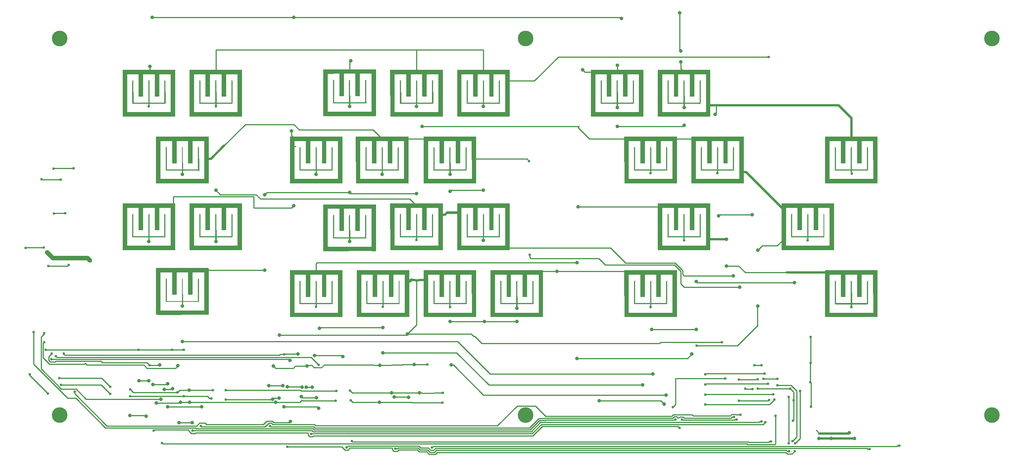
<source format=gbr>
G04 #@! TF.GenerationSoftware,KiCad,Pcbnew,5.1.5+dfsg1-2build2*
G04 #@! TF.CreationDate,2024-07-02T19:45:50+01:00*
G04 #@! TF.ProjectId,qt_touch1,71745f74-6f75-4636-9831-2e6b69636164,rev?*
G04 #@! TF.SameCoordinates,Original*
G04 #@! TF.FileFunction,Copper,L1,Top*
G04 #@! TF.FilePolarity,Positive*
%FSLAX46Y46*%
G04 Gerber Fmt 4.6, Leading zero omitted, Abs format (unit mm)*
G04 Created by KiCad (PCBNEW 5.1.5+dfsg1-2build2) date 2024-07-02 19:45:50*
%MOMM*%
%LPD*%
G04 APERTURE LIST*
%ADD10C,0.100000*%
%ADD11C,3.500000*%
%ADD12C,0.600000*%
%ADD13C,0.800000*%
%ADD14C,0.250000*%
%ADD15C,0.500000*%
%ADD16C,1.000000*%
G04 APERTURE END LIST*
G04 #@! TA.AperFunction,SMDPad,CuDef*
D10*
G36*
X137813066Y-105050685D02*
G01*
X137825135Y-105052553D01*
X137836964Y-105055590D01*
X137848439Y-105059767D01*
X137859453Y-105065044D01*
X137869899Y-105071370D01*
X137879678Y-105078686D01*
X137888696Y-105086921D01*
X137896868Y-105095996D01*
X137904115Y-105105826D01*
X137910368Y-105116316D01*
X137915568Y-105127366D01*
X137919665Y-105138871D01*
X137922619Y-105150721D01*
X137924403Y-105162802D01*
X137925000Y-105175000D01*
X137925000Y-110075000D01*
X141275000Y-110075000D01*
X141275000Y-105200000D01*
X141275012Y-105198255D01*
X141275779Y-105186066D01*
X141277732Y-105174011D01*
X141280851Y-105162204D01*
X141285108Y-105150757D01*
X141290462Y-105139781D01*
X141296861Y-105129379D01*
X141304244Y-105119652D01*
X141312542Y-105110691D01*
X141321675Y-105102583D01*
X141331555Y-105095404D01*
X141342088Y-105089225D01*
X141353174Y-105084102D01*
X141364707Y-105080086D01*
X141376577Y-105077214D01*
X141388671Y-105075514D01*
X141400873Y-105075003D01*
X141413066Y-105075685D01*
X141425135Y-105077553D01*
X141436964Y-105080590D01*
X141448439Y-105084767D01*
X141459453Y-105090044D01*
X141469899Y-105096370D01*
X141479678Y-105103686D01*
X141488696Y-105111921D01*
X141496868Y-105120996D01*
X141504115Y-105130826D01*
X141510368Y-105141316D01*
X141515568Y-105152366D01*
X141519665Y-105163871D01*
X141522619Y-105175721D01*
X141524403Y-105187802D01*
X141525000Y-105200000D01*
X141525000Y-110075000D01*
X144875000Y-110075000D01*
X144875000Y-105200000D01*
X144875012Y-105198255D01*
X144875779Y-105186066D01*
X144877732Y-105174011D01*
X144880851Y-105162204D01*
X144885108Y-105150757D01*
X144890462Y-105139781D01*
X144896861Y-105129379D01*
X144904244Y-105119652D01*
X144912542Y-105110691D01*
X144921675Y-105102583D01*
X144931555Y-105095404D01*
X144942088Y-105089225D01*
X144953174Y-105084102D01*
X144964707Y-105080086D01*
X144976577Y-105077214D01*
X144988671Y-105075514D01*
X145000873Y-105075003D01*
X145013066Y-105075685D01*
X145025135Y-105077553D01*
X145036964Y-105080590D01*
X145048439Y-105084767D01*
X145059453Y-105090044D01*
X145069899Y-105096370D01*
X145079678Y-105103686D01*
X145088696Y-105111921D01*
X145096868Y-105120996D01*
X145104115Y-105130826D01*
X145110368Y-105141316D01*
X145115568Y-105152366D01*
X145119665Y-105163871D01*
X145122619Y-105175721D01*
X145124403Y-105187802D01*
X145125000Y-105200000D01*
X145125000Y-110200000D01*
X145124994Y-110200811D01*
X145124997Y-110200873D01*
X145124994Y-110200934D01*
X145124988Y-110201745D01*
X145124630Y-110207434D01*
X145124315Y-110213066D01*
X145124249Y-110213495D01*
X145124221Y-110213934D01*
X145123317Y-110219514D01*
X145122447Y-110225135D01*
X145122337Y-110225564D01*
X145122268Y-110225989D01*
X145120835Y-110231412D01*
X145119410Y-110236964D01*
X145119260Y-110237377D01*
X145119149Y-110237796D01*
X145117173Y-110243108D01*
X145115233Y-110248439D01*
X145115045Y-110248831D01*
X145114892Y-110249243D01*
X145112406Y-110254340D01*
X145109956Y-110259453D01*
X145109728Y-110259830D01*
X145109538Y-110260219D01*
X145106592Y-110265009D01*
X145103630Y-110269899D01*
X145103366Y-110270251D01*
X145103139Y-110270621D01*
X145099712Y-110275136D01*
X145096314Y-110279678D01*
X145096021Y-110279999D01*
X145095756Y-110280348D01*
X145091874Y-110284540D01*
X145088079Y-110288696D01*
X145087758Y-110288985D01*
X145087458Y-110289309D01*
X145083231Y-110293061D01*
X145079004Y-110296868D01*
X145078647Y-110297131D01*
X145078325Y-110297417D01*
X145073763Y-110300732D01*
X145069174Y-110304115D01*
X145068801Y-110304337D01*
X145068445Y-110304596D01*
X145063534Y-110307477D01*
X145058684Y-110310368D01*
X145058289Y-110310554D01*
X145057912Y-110310775D01*
X145052754Y-110313158D01*
X145047634Y-110315568D01*
X145047225Y-110315714D01*
X145046826Y-110315898D01*
X145041468Y-110317764D01*
X145036129Y-110319665D01*
X145035703Y-110319771D01*
X145035293Y-110319914D01*
X145029753Y-110321254D01*
X145024279Y-110322619D01*
X145023854Y-110322682D01*
X145023423Y-110322786D01*
X145017709Y-110323589D01*
X145012198Y-110324403D01*
X145011771Y-110324424D01*
X145011329Y-110324486D01*
X145005600Y-110324726D01*
X145000000Y-110325000D01*
X141525000Y-110325000D01*
X141525000Y-111075000D01*
X141514523Y-111075000D01*
X141509538Y-111085219D01*
X141503139Y-111095621D01*
X141495756Y-111105348D01*
X141487458Y-111114309D01*
X141478325Y-111122417D01*
X141468445Y-111129596D01*
X141457912Y-111135775D01*
X141446826Y-111140898D01*
X141435293Y-111144914D01*
X141423423Y-111147786D01*
X141411329Y-111149486D01*
X141399127Y-111149997D01*
X141386934Y-111149315D01*
X141374865Y-111147447D01*
X141363036Y-111144410D01*
X141351561Y-111140233D01*
X141340547Y-111134956D01*
X141330101Y-111128630D01*
X141320322Y-111121314D01*
X141311304Y-111113079D01*
X141303132Y-111104004D01*
X141295885Y-111094174D01*
X141289632Y-111083684D01*
X141285545Y-111075000D01*
X141275000Y-111075000D01*
X141275000Y-110325000D01*
X137825000Y-110325000D01*
X137823255Y-110324988D01*
X137812550Y-110324314D01*
X137811329Y-110324486D01*
X137799127Y-110324997D01*
X137786934Y-110324315D01*
X137774865Y-110322447D01*
X137763036Y-110319410D01*
X137751561Y-110315233D01*
X137740547Y-110309956D01*
X137730101Y-110303630D01*
X137720322Y-110296314D01*
X137711304Y-110288079D01*
X137703132Y-110279004D01*
X137695885Y-110269174D01*
X137689632Y-110258684D01*
X137684432Y-110247634D01*
X137680335Y-110236129D01*
X137677381Y-110224279D01*
X137675597Y-110212198D01*
X137675000Y-110200000D01*
X137675000Y-105175000D01*
X137675012Y-105173255D01*
X137675779Y-105161066D01*
X137677732Y-105149011D01*
X137680851Y-105137204D01*
X137685108Y-105125757D01*
X137690462Y-105114781D01*
X137696861Y-105104379D01*
X137704244Y-105094652D01*
X137712542Y-105085691D01*
X137721675Y-105077583D01*
X137731555Y-105070404D01*
X137742088Y-105064225D01*
X137753174Y-105059102D01*
X137764707Y-105055086D01*
X137776577Y-105052214D01*
X137788671Y-105050514D01*
X137800873Y-105050003D01*
X137813066Y-105050685D01*
G37*
G04 #@! TD.AperFunction*
G04 #@! TA.AperFunction,SMDPad,CuDef*
G36*
X147259755Y-102700961D02*
G01*
X147269134Y-102703806D01*
X147277779Y-102708427D01*
X147285355Y-102714645D01*
X147291573Y-102722221D01*
X147296194Y-102730866D01*
X147299039Y-102740245D01*
X147300000Y-102750000D01*
X147300000Y-113150000D01*
X147299039Y-113159755D01*
X147296194Y-113169134D01*
X147291573Y-113177779D01*
X147285355Y-113185355D01*
X147277779Y-113191573D01*
X147269134Y-113196194D01*
X147259755Y-113199039D01*
X147250000Y-113200000D01*
X146356250Y-113200000D01*
X146346495Y-113199039D01*
X146337116Y-113196194D01*
X146332807Y-113193891D01*
X136050060Y-113206250D01*
X136040304Y-113205301D01*
X136030921Y-113202467D01*
X136026292Y-113200000D01*
X135562500Y-113200000D01*
X135552745Y-113199039D01*
X135543366Y-113196194D01*
X135534721Y-113191573D01*
X135527145Y-113185355D01*
X135520927Y-113177779D01*
X135516306Y-113169134D01*
X135513461Y-113159755D01*
X135512500Y-113150060D01*
X135501149Y-103706002D01*
X136506250Y-103706002D01*
X136506250Y-112200000D01*
X146305108Y-112200000D01*
X146294885Y-103694237D01*
X143900000Y-103697116D01*
X143900000Y-103700000D01*
X143700000Y-103700000D01*
X143700000Y-108650000D01*
X143699039Y-108659755D01*
X143696194Y-108669134D01*
X143691573Y-108677779D01*
X143685355Y-108685355D01*
X143677779Y-108691573D01*
X143669134Y-108696194D01*
X143659755Y-108699039D01*
X143650000Y-108700000D01*
X142750000Y-108700000D01*
X142740245Y-108699039D01*
X142730866Y-108696194D01*
X142722221Y-108691573D01*
X142714645Y-108685355D01*
X142708427Y-108677779D01*
X142703806Y-108669134D01*
X142700961Y-108659755D01*
X142700000Y-108650000D01*
X142700000Y-103700000D01*
X141500256Y-103700000D01*
X140100000Y-103701683D01*
X140100000Y-108650000D01*
X140099039Y-108659755D01*
X140096194Y-108669134D01*
X140091573Y-108677779D01*
X140085355Y-108685355D01*
X140077779Y-108691573D01*
X140069134Y-108696194D01*
X140059755Y-108699039D01*
X140050000Y-108700000D01*
X139150000Y-108700000D01*
X139140245Y-108699039D01*
X139130866Y-108696194D01*
X139122221Y-108691573D01*
X139114645Y-108685355D01*
X139108427Y-108677779D01*
X139103806Y-108669134D01*
X139100961Y-108659755D01*
X139100000Y-108650000D01*
X139100000Y-103702885D01*
X136506250Y-103706002D01*
X135501149Y-103706002D01*
X135500000Y-102750060D01*
X135500949Y-102740304D01*
X135503783Y-102730921D01*
X135508393Y-102722271D01*
X135514602Y-102714687D01*
X135522172Y-102708460D01*
X135530810Y-102703829D01*
X135540187Y-102700972D01*
X135550000Y-102700000D01*
X147250000Y-102700000D01*
X147259755Y-102700961D01*
G37*
G04 #@! TD.AperFunction*
G04 #@! TA.AperFunction,SMDPad,CuDef*
G36*
X130313066Y-90050685D02*
G01*
X130325135Y-90052553D01*
X130336964Y-90055590D01*
X130348439Y-90059767D01*
X130359453Y-90065044D01*
X130369899Y-90071370D01*
X130379678Y-90078686D01*
X130388696Y-90086921D01*
X130396868Y-90095996D01*
X130404115Y-90105826D01*
X130410368Y-90116316D01*
X130415568Y-90127366D01*
X130419665Y-90138871D01*
X130422619Y-90150721D01*
X130424403Y-90162802D01*
X130425000Y-90175000D01*
X130425000Y-95075000D01*
X133775000Y-95075000D01*
X133775000Y-90200000D01*
X133775012Y-90198255D01*
X133775779Y-90186066D01*
X133777732Y-90174011D01*
X133780851Y-90162204D01*
X133785108Y-90150757D01*
X133790462Y-90139781D01*
X133796861Y-90129379D01*
X133804244Y-90119652D01*
X133812542Y-90110691D01*
X133821675Y-90102583D01*
X133831555Y-90095404D01*
X133842088Y-90089225D01*
X133853174Y-90084102D01*
X133864707Y-90080086D01*
X133876577Y-90077214D01*
X133888671Y-90075514D01*
X133900873Y-90075003D01*
X133913066Y-90075685D01*
X133925135Y-90077553D01*
X133936964Y-90080590D01*
X133948439Y-90084767D01*
X133959453Y-90090044D01*
X133969899Y-90096370D01*
X133979678Y-90103686D01*
X133988696Y-90111921D01*
X133996868Y-90120996D01*
X134004115Y-90130826D01*
X134010368Y-90141316D01*
X134015568Y-90152366D01*
X134019665Y-90163871D01*
X134022619Y-90175721D01*
X134024403Y-90187802D01*
X134025000Y-90200000D01*
X134025000Y-95075000D01*
X137375000Y-95075000D01*
X137375000Y-90200000D01*
X137375012Y-90198255D01*
X137375779Y-90186066D01*
X137377732Y-90174011D01*
X137380851Y-90162204D01*
X137385108Y-90150757D01*
X137390462Y-90139781D01*
X137396861Y-90129379D01*
X137404244Y-90119652D01*
X137412542Y-90110691D01*
X137421675Y-90102583D01*
X137431555Y-90095404D01*
X137442088Y-90089225D01*
X137453174Y-90084102D01*
X137464707Y-90080086D01*
X137476577Y-90077214D01*
X137488671Y-90075514D01*
X137500873Y-90075003D01*
X137513066Y-90075685D01*
X137525135Y-90077553D01*
X137536964Y-90080590D01*
X137548439Y-90084767D01*
X137559453Y-90090044D01*
X137569899Y-90096370D01*
X137579678Y-90103686D01*
X137588696Y-90111921D01*
X137596868Y-90120996D01*
X137604115Y-90130826D01*
X137610368Y-90141316D01*
X137615568Y-90152366D01*
X137619665Y-90163871D01*
X137622619Y-90175721D01*
X137624403Y-90187802D01*
X137625000Y-90200000D01*
X137625000Y-95200000D01*
X137624994Y-95200811D01*
X137624997Y-95200873D01*
X137624994Y-95200934D01*
X137624988Y-95201745D01*
X137624630Y-95207434D01*
X137624315Y-95213066D01*
X137624249Y-95213495D01*
X137624221Y-95213934D01*
X137623317Y-95219514D01*
X137622447Y-95225135D01*
X137622337Y-95225564D01*
X137622268Y-95225989D01*
X137620835Y-95231412D01*
X137619410Y-95236964D01*
X137619260Y-95237377D01*
X137619149Y-95237796D01*
X137617173Y-95243108D01*
X137615233Y-95248439D01*
X137615045Y-95248831D01*
X137614892Y-95249243D01*
X137612406Y-95254340D01*
X137609956Y-95259453D01*
X137609728Y-95259830D01*
X137609538Y-95260219D01*
X137606592Y-95265009D01*
X137603630Y-95269899D01*
X137603366Y-95270251D01*
X137603139Y-95270621D01*
X137599712Y-95275136D01*
X137596314Y-95279678D01*
X137596021Y-95279999D01*
X137595756Y-95280348D01*
X137591874Y-95284540D01*
X137588079Y-95288696D01*
X137587758Y-95288985D01*
X137587458Y-95289309D01*
X137583231Y-95293061D01*
X137579004Y-95296868D01*
X137578647Y-95297131D01*
X137578325Y-95297417D01*
X137573763Y-95300732D01*
X137569174Y-95304115D01*
X137568801Y-95304337D01*
X137568445Y-95304596D01*
X137563534Y-95307477D01*
X137558684Y-95310368D01*
X137558289Y-95310554D01*
X137557912Y-95310775D01*
X137552754Y-95313158D01*
X137547634Y-95315568D01*
X137547225Y-95315714D01*
X137546826Y-95315898D01*
X137541468Y-95317764D01*
X137536129Y-95319665D01*
X137535703Y-95319771D01*
X137535293Y-95319914D01*
X137529753Y-95321254D01*
X137524279Y-95322619D01*
X137523854Y-95322682D01*
X137523423Y-95322786D01*
X137517709Y-95323589D01*
X137512198Y-95324403D01*
X137511771Y-95324424D01*
X137511329Y-95324486D01*
X137505600Y-95324726D01*
X137500000Y-95325000D01*
X134025000Y-95325000D01*
X134025000Y-96075000D01*
X134014523Y-96075000D01*
X134009538Y-96085219D01*
X134003139Y-96095621D01*
X133995756Y-96105348D01*
X133987458Y-96114309D01*
X133978325Y-96122417D01*
X133968445Y-96129596D01*
X133957912Y-96135775D01*
X133946826Y-96140898D01*
X133935293Y-96144914D01*
X133923423Y-96147786D01*
X133911329Y-96149486D01*
X133899127Y-96149997D01*
X133886934Y-96149315D01*
X133874865Y-96147447D01*
X133863036Y-96144410D01*
X133851561Y-96140233D01*
X133840547Y-96134956D01*
X133830101Y-96128630D01*
X133820322Y-96121314D01*
X133811304Y-96113079D01*
X133803132Y-96104004D01*
X133795885Y-96094174D01*
X133789632Y-96083684D01*
X133785545Y-96075000D01*
X133775000Y-96075000D01*
X133775000Y-95325000D01*
X130325000Y-95325000D01*
X130323255Y-95324988D01*
X130312550Y-95324314D01*
X130311329Y-95324486D01*
X130299127Y-95324997D01*
X130286934Y-95324315D01*
X130274865Y-95322447D01*
X130263036Y-95319410D01*
X130251561Y-95315233D01*
X130240547Y-95309956D01*
X130230101Y-95303630D01*
X130220322Y-95296314D01*
X130211304Y-95288079D01*
X130203132Y-95279004D01*
X130195885Y-95269174D01*
X130189632Y-95258684D01*
X130184432Y-95247634D01*
X130180335Y-95236129D01*
X130177381Y-95224279D01*
X130175597Y-95212198D01*
X130175000Y-95200000D01*
X130175000Y-90175000D01*
X130175012Y-90173255D01*
X130175779Y-90161066D01*
X130177732Y-90149011D01*
X130180851Y-90137204D01*
X130185108Y-90125757D01*
X130190462Y-90114781D01*
X130196861Y-90104379D01*
X130204244Y-90094652D01*
X130212542Y-90085691D01*
X130221675Y-90077583D01*
X130231555Y-90070404D01*
X130242088Y-90064225D01*
X130253174Y-90059102D01*
X130264707Y-90055086D01*
X130276577Y-90052214D01*
X130288671Y-90050514D01*
X130300873Y-90050003D01*
X130313066Y-90050685D01*
G37*
G04 #@! TD.AperFunction*
G04 #@! TA.AperFunction,SMDPad,CuDef*
G36*
X139759755Y-87700961D02*
G01*
X139769134Y-87703806D01*
X139777779Y-87708427D01*
X139785355Y-87714645D01*
X139791573Y-87722221D01*
X139796194Y-87730866D01*
X139799039Y-87740245D01*
X139800000Y-87750000D01*
X139800000Y-98150000D01*
X139799039Y-98159755D01*
X139796194Y-98169134D01*
X139791573Y-98177779D01*
X139785355Y-98185355D01*
X139777779Y-98191573D01*
X139769134Y-98196194D01*
X139759755Y-98199039D01*
X139750000Y-98200000D01*
X138856250Y-98200000D01*
X138846495Y-98199039D01*
X138837116Y-98196194D01*
X138832807Y-98193891D01*
X128550060Y-98206250D01*
X128540304Y-98205301D01*
X128530921Y-98202467D01*
X128526292Y-98200000D01*
X128062500Y-98200000D01*
X128052745Y-98199039D01*
X128043366Y-98196194D01*
X128034721Y-98191573D01*
X128027145Y-98185355D01*
X128020927Y-98177779D01*
X128016306Y-98169134D01*
X128013461Y-98159755D01*
X128012500Y-98150060D01*
X128001149Y-88706002D01*
X129006250Y-88706002D01*
X129006250Y-97200000D01*
X138805108Y-97200000D01*
X138794885Y-88694237D01*
X136400000Y-88697116D01*
X136400000Y-88700000D01*
X136200000Y-88700000D01*
X136200000Y-93650000D01*
X136199039Y-93659755D01*
X136196194Y-93669134D01*
X136191573Y-93677779D01*
X136185355Y-93685355D01*
X136177779Y-93691573D01*
X136169134Y-93696194D01*
X136159755Y-93699039D01*
X136150000Y-93700000D01*
X135250000Y-93700000D01*
X135240245Y-93699039D01*
X135230866Y-93696194D01*
X135222221Y-93691573D01*
X135214645Y-93685355D01*
X135208427Y-93677779D01*
X135203806Y-93669134D01*
X135200961Y-93659755D01*
X135200000Y-93650000D01*
X135200000Y-88700000D01*
X134000256Y-88700000D01*
X132600000Y-88701683D01*
X132600000Y-93650000D01*
X132599039Y-93659755D01*
X132596194Y-93669134D01*
X132591573Y-93677779D01*
X132585355Y-93685355D01*
X132577779Y-93691573D01*
X132569134Y-93696194D01*
X132559755Y-93699039D01*
X132550000Y-93700000D01*
X131650000Y-93700000D01*
X131640245Y-93699039D01*
X131630866Y-93696194D01*
X131622221Y-93691573D01*
X131614645Y-93685355D01*
X131608427Y-93677779D01*
X131603806Y-93669134D01*
X131600961Y-93659755D01*
X131600000Y-93650000D01*
X131600000Y-88702885D01*
X129006250Y-88706002D01*
X128001149Y-88706002D01*
X128000000Y-87750060D01*
X128000949Y-87740304D01*
X128003783Y-87730921D01*
X128008393Y-87722271D01*
X128014602Y-87714687D01*
X128022172Y-87708460D01*
X128030810Y-87703829D01*
X128040187Y-87700972D01*
X128050000Y-87700000D01*
X139750000Y-87700000D01*
X139759755Y-87700961D01*
G37*
G04 #@! TD.AperFunction*
G04 #@! TA.AperFunction,SMDPad,CuDef*
G36*
X130313066Y-60050685D02*
G01*
X130325135Y-60052553D01*
X130336964Y-60055590D01*
X130348439Y-60059767D01*
X130359453Y-60065044D01*
X130369899Y-60071370D01*
X130379678Y-60078686D01*
X130388696Y-60086921D01*
X130396868Y-60095996D01*
X130404115Y-60105826D01*
X130410368Y-60116316D01*
X130415568Y-60127366D01*
X130419665Y-60138871D01*
X130422619Y-60150721D01*
X130424403Y-60162802D01*
X130425000Y-60175000D01*
X130425000Y-65075000D01*
X133775000Y-65075000D01*
X133775000Y-60200000D01*
X133775012Y-60198255D01*
X133775779Y-60186066D01*
X133777732Y-60174011D01*
X133780851Y-60162204D01*
X133785108Y-60150757D01*
X133790462Y-60139781D01*
X133796861Y-60129379D01*
X133804244Y-60119652D01*
X133812542Y-60110691D01*
X133821675Y-60102583D01*
X133831555Y-60095404D01*
X133842088Y-60089225D01*
X133853174Y-60084102D01*
X133864707Y-60080086D01*
X133876577Y-60077214D01*
X133888671Y-60075514D01*
X133900873Y-60075003D01*
X133913066Y-60075685D01*
X133925135Y-60077553D01*
X133936964Y-60080590D01*
X133948439Y-60084767D01*
X133959453Y-60090044D01*
X133969899Y-60096370D01*
X133979678Y-60103686D01*
X133988696Y-60111921D01*
X133996868Y-60120996D01*
X134004115Y-60130826D01*
X134010368Y-60141316D01*
X134015568Y-60152366D01*
X134019665Y-60163871D01*
X134022619Y-60175721D01*
X134024403Y-60187802D01*
X134025000Y-60200000D01*
X134025000Y-65075000D01*
X137375000Y-65075000D01*
X137375000Y-60200000D01*
X137375012Y-60198255D01*
X137375779Y-60186066D01*
X137377732Y-60174011D01*
X137380851Y-60162204D01*
X137385108Y-60150757D01*
X137390462Y-60139781D01*
X137396861Y-60129379D01*
X137404244Y-60119652D01*
X137412542Y-60110691D01*
X137421675Y-60102583D01*
X137431555Y-60095404D01*
X137442088Y-60089225D01*
X137453174Y-60084102D01*
X137464707Y-60080086D01*
X137476577Y-60077214D01*
X137488671Y-60075514D01*
X137500873Y-60075003D01*
X137513066Y-60075685D01*
X137525135Y-60077553D01*
X137536964Y-60080590D01*
X137548439Y-60084767D01*
X137559453Y-60090044D01*
X137569899Y-60096370D01*
X137579678Y-60103686D01*
X137588696Y-60111921D01*
X137596868Y-60120996D01*
X137604115Y-60130826D01*
X137610368Y-60141316D01*
X137615568Y-60152366D01*
X137619665Y-60163871D01*
X137622619Y-60175721D01*
X137624403Y-60187802D01*
X137625000Y-60200000D01*
X137625000Y-65200000D01*
X137624994Y-65200811D01*
X137624997Y-65200873D01*
X137624994Y-65200934D01*
X137624988Y-65201745D01*
X137624630Y-65207434D01*
X137624315Y-65213066D01*
X137624249Y-65213495D01*
X137624221Y-65213934D01*
X137623317Y-65219514D01*
X137622447Y-65225135D01*
X137622337Y-65225564D01*
X137622268Y-65225989D01*
X137620835Y-65231412D01*
X137619410Y-65236964D01*
X137619260Y-65237377D01*
X137619149Y-65237796D01*
X137617173Y-65243108D01*
X137615233Y-65248439D01*
X137615045Y-65248831D01*
X137614892Y-65249243D01*
X137612406Y-65254340D01*
X137609956Y-65259453D01*
X137609728Y-65259830D01*
X137609538Y-65260219D01*
X137606592Y-65265009D01*
X137603630Y-65269899D01*
X137603366Y-65270251D01*
X137603139Y-65270621D01*
X137599712Y-65275136D01*
X137596314Y-65279678D01*
X137596021Y-65279999D01*
X137595756Y-65280348D01*
X137591874Y-65284540D01*
X137588079Y-65288696D01*
X137587758Y-65288985D01*
X137587458Y-65289309D01*
X137583231Y-65293061D01*
X137579004Y-65296868D01*
X137578647Y-65297131D01*
X137578325Y-65297417D01*
X137573763Y-65300732D01*
X137569174Y-65304115D01*
X137568801Y-65304337D01*
X137568445Y-65304596D01*
X137563534Y-65307477D01*
X137558684Y-65310368D01*
X137558289Y-65310554D01*
X137557912Y-65310775D01*
X137552754Y-65313158D01*
X137547634Y-65315568D01*
X137547225Y-65315714D01*
X137546826Y-65315898D01*
X137541468Y-65317764D01*
X137536129Y-65319665D01*
X137535703Y-65319771D01*
X137535293Y-65319914D01*
X137529753Y-65321254D01*
X137524279Y-65322619D01*
X137523854Y-65322682D01*
X137523423Y-65322786D01*
X137517709Y-65323589D01*
X137512198Y-65324403D01*
X137511771Y-65324424D01*
X137511329Y-65324486D01*
X137505600Y-65324726D01*
X137500000Y-65325000D01*
X134025000Y-65325000D01*
X134025000Y-66075000D01*
X134014523Y-66075000D01*
X134009538Y-66085219D01*
X134003139Y-66095621D01*
X133995756Y-66105348D01*
X133987458Y-66114309D01*
X133978325Y-66122417D01*
X133968445Y-66129596D01*
X133957912Y-66135775D01*
X133946826Y-66140898D01*
X133935293Y-66144914D01*
X133923423Y-66147786D01*
X133911329Y-66149486D01*
X133899127Y-66149997D01*
X133886934Y-66149315D01*
X133874865Y-66147447D01*
X133863036Y-66144410D01*
X133851561Y-66140233D01*
X133840547Y-66134956D01*
X133830101Y-66128630D01*
X133820322Y-66121314D01*
X133811304Y-66113079D01*
X133803132Y-66104004D01*
X133795885Y-66094174D01*
X133789632Y-66083684D01*
X133785545Y-66075000D01*
X133775000Y-66075000D01*
X133775000Y-65325000D01*
X130325000Y-65325000D01*
X130323255Y-65324988D01*
X130312550Y-65324314D01*
X130311329Y-65324486D01*
X130299127Y-65324997D01*
X130286934Y-65324315D01*
X130274865Y-65322447D01*
X130263036Y-65319410D01*
X130251561Y-65315233D01*
X130240547Y-65309956D01*
X130230101Y-65303630D01*
X130220322Y-65296314D01*
X130211304Y-65288079D01*
X130203132Y-65279004D01*
X130195885Y-65269174D01*
X130189632Y-65258684D01*
X130184432Y-65247634D01*
X130180335Y-65236129D01*
X130177381Y-65224279D01*
X130175597Y-65212198D01*
X130175000Y-65200000D01*
X130175000Y-60175000D01*
X130175012Y-60173255D01*
X130175779Y-60161066D01*
X130177732Y-60149011D01*
X130180851Y-60137204D01*
X130185108Y-60125757D01*
X130190462Y-60114781D01*
X130196861Y-60104379D01*
X130204244Y-60094652D01*
X130212542Y-60085691D01*
X130221675Y-60077583D01*
X130231555Y-60070404D01*
X130242088Y-60064225D01*
X130253174Y-60059102D01*
X130264707Y-60055086D01*
X130276577Y-60052214D01*
X130288671Y-60050514D01*
X130300873Y-60050003D01*
X130313066Y-60050685D01*
G37*
G04 #@! TD.AperFunction*
G04 #@! TA.AperFunction,SMDPad,CuDef*
G36*
X139759755Y-57700961D02*
G01*
X139769134Y-57703806D01*
X139777779Y-57708427D01*
X139785355Y-57714645D01*
X139791573Y-57722221D01*
X139796194Y-57730866D01*
X139799039Y-57740245D01*
X139800000Y-57750000D01*
X139800000Y-68150000D01*
X139799039Y-68159755D01*
X139796194Y-68169134D01*
X139791573Y-68177779D01*
X139785355Y-68185355D01*
X139777779Y-68191573D01*
X139769134Y-68196194D01*
X139759755Y-68199039D01*
X139750000Y-68200000D01*
X138856250Y-68200000D01*
X138846495Y-68199039D01*
X138837116Y-68196194D01*
X138832807Y-68193891D01*
X128550060Y-68206250D01*
X128540304Y-68205301D01*
X128530921Y-68202467D01*
X128526292Y-68200000D01*
X128062500Y-68200000D01*
X128052745Y-68199039D01*
X128043366Y-68196194D01*
X128034721Y-68191573D01*
X128027145Y-68185355D01*
X128020927Y-68177779D01*
X128016306Y-68169134D01*
X128013461Y-68159755D01*
X128012500Y-68150060D01*
X128001149Y-58706002D01*
X129006250Y-58706002D01*
X129006250Y-67200000D01*
X138805108Y-67200000D01*
X138794885Y-58694237D01*
X136400000Y-58697116D01*
X136400000Y-58700000D01*
X136200000Y-58700000D01*
X136200000Y-63650000D01*
X136199039Y-63659755D01*
X136196194Y-63669134D01*
X136191573Y-63677779D01*
X136185355Y-63685355D01*
X136177779Y-63691573D01*
X136169134Y-63696194D01*
X136159755Y-63699039D01*
X136150000Y-63700000D01*
X135250000Y-63700000D01*
X135240245Y-63699039D01*
X135230866Y-63696194D01*
X135222221Y-63691573D01*
X135214645Y-63685355D01*
X135208427Y-63677779D01*
X135203806Y-63669134D01*
X135200961Y-63659755D01*
X135200000Y-63650000D01*
X135200000Y-58700000D01*
X134000256Y-58700000D01*
X132600000Y-58701683D01*
X132600000Y-63650000D01*
X132599039Y-63659755D01*
X132596194Y-63669134D01*
X132591573Y-63677779D01*
X132585355Y-63685355D01*
X132577779Y-63691573D01*
X132569134Y-63696194D01*
X132559755Y-63699039D01*
X132550000Y-63700000D01*
X131650000Y-63700000D01*
X131640245Y-63699039D01*
X131630866Y-63696194D01*
X131622221Y-63691573D01*
X131614645Y-63685355D01*
X131608427Y-63677779D01*
X131603806Y-63669134D01*
X131600961Y-63659755D01*
X131600000Y-63650000D01*
X131600000Y-58702885D01*
X129006250Y-58706002D01*
X128001149Y-58706002D01*
X128000000Y-57750060D01*
X128000949Y-57740304D01*
X128003783Y-57730921D01*
X128008393Y-57722271D01*
X128014602Y-57714687D01*
X128022172Y-57708460D01*
X128030810Y-57703829D01*
X128040187Y-57700972D01*
X128050000Y-57700000D01*
X139750000Y-57700000D01*
X139759755Y-57700961D01*
G37*
G04 #@! TD.AperFunction*
G04 #@! TA.AperFunction,SMDPad,CuDef*
G36*
X122813066Y-105050685D02*
G01*
X122825135Y-105052553D01*
X122836964Y-105055590D01*
X122848439Y-105059767D01*
X122859453Y-105065044D01*
X122869899Y-105071370D01*
X122879678Y-105078686D01*
X122888696Y-105086921D01*
X122896868Y-105095996D01*
X122904115Y-105105826D01*
X122910368Y-105116316D01*
X122915568Y-105127366D01*
X122919665Y-105138871D01*
X122922619Y-105150721D01*
X122924403Y-105162802D01*
X122925000Y-105175000D01*
X122925000Y-110075000D01*
X126275000Y-110075000D01*
X126275000Y-105200000D01*
X126275012Y-105198255D01*
X126275779Y-105186066D01*
X126277732Y-105174011D01*
X126280851Y-105162204D01*
X126285108Y-105150757D01*
X126290462Y-105139781D01*
X126296861Y-105129379D01*
X126304244Y-105119652D01*
X126312542Y-105110691D01*
X126321675Y-105102583D01*
X126331555Y-105095404D01*
X126342088Y-105089225D01*
X126353174Y-105084102D01*
X126364707Y-105080086D01*
X126376577Y-105077214D01*
X126388671Y-105075514D01*
X126400873Y-105075003D01*
X126413066Y-105075685D01*
X126425135Y-105077553D01*
X126436964Y-105080590D01*
X126448439Y-105084767D01*
X126459453Y-105090044D01*
X126469899Y-105096370D01*
X126479678Y-105103686D01*
X126488696Y-105111921D01*
X126496868Y-105120996D01*
X126504115Y-105130826D01*
X126510368Y-105141316D01*
X126515568Y-105152366D01*
X126519665Y-105163871D01*
X126522619Y-105175721D01*
X126524403Y-105187802D01*
X126525000Y-105200000D01*
X126525000Y-110075000D01*
X129875000Y-110075000D01*
X129875000Y-105200000D01*
X129875012Y-105198255D01*
X129875779Y-105186066D01*
X129877732Y-105174011D01*
X129880851Y-105162204D01*
X129885108Y-105150757D01*
X129890462Y-105139781D01*
X129896861Y-105129379D01*
X129904244Y-105119652D01*
X129912542Y-105110691D01*
X129921675Y-105102583D01*
X129931555Y-105095404D01*
X129942088Y-105089225D01*
X129953174Y-105084102D01*
X129964707Y-105080086D01*
X129976577Y-105077214D01*
X129988671Y-105075514D01*
X130000873Y-105075003D01*
X130013066Y-105075685D01*
X130025135Y-105077553D01*
X130036964Y-105080590D01*
X130048439Y-105084767D01*
X130059453Y-105090044D01*
X130069899Y-105096370D01*
X130079678Y-105103686D01*
X130088696Y-105111921D01*
X130096868Y-105120996D01*
X130104115Y-105130826D01*
X130110368Y-105141316D01*
X130115568Y-105152366D01*
X130119665Y-105163871D01*
X130122619Y-105175721D01*
X130124403Y-105187802D01*
X130125000Y-105200000D01*
X130125000Y-110200000D01*
X130124994Y-110200811D01*
X130124997Y-110200873D01*
X130124994Y-110200934D01*
X130124988Y-110201745D01*
X130124630Y-110207434D01*
X130124315Y-110213066D01*
X130124249Y-110213495D01*
X130124221Y-110213934D01*
X130123317Y-110219514D01*
X130122447Y-110225135D01*
X130122337Y-110225564D01*
X130122268Y-110225989D01*
X130120835Y-110231412D01*
X130119410Y-110236964D01*
X130119260Y-110237377D01*
X130119149Y-110237796D01*
X130117173Y-110243108D01*
X130115233Y-110248439D01*
X130115045Y-110248831D01*
X130114892Y-110249243D01*
X130112406Y-110254340D01*
X130109956Y-110259453D01*
X130109728Y-110259830D01*
X130109538Y-110260219D01*
X130106592Y-110265009D01*
X130103630Y-110269899D01*
X130103366Y-110270251D01*
X130103139Y-110270621D01*
X130099712Y-110275136D01*
X130096314Y-110279678D01*
X130096021Y-110279999D01*
X130095756Y-110280348D01*
X130091874Y-110284540D01*
X130088079Y-110288696D01*
X130087758Y-110288985D01*
X130087458Y-110289309D01*
X130083231Y-110293061D01*
X130079004Y-110296868D01*
X130078647Y-110297131D01*
X130078325Y-110297417D01*
X130073763Y-110300732D01*
X130069174Y-110304115D01*
X130068801Y-110304337D01*
X130068445Y-110304596D01*
X130063534Y-110307477D01*
X130058684Y-110310368D01*
X130058289Y-110310554D01*
X130057912Y-110310775D01*
X130052754Y-110313158D01*
X130047634Y-110315568D01*
X130047225Y-110315714D01*
X130046826Y-110315898D01*
X130041468Y-110317764D01*
X130036129Y-110319665D01*
X130035703Y-110319771D01*
X130035293Y-110319914D01*
X130029753Y-110321254D01*
X130024279Y-110322619D01*
X130023854Y-110322682D01*
X130023423Y-110322786D01*
X130017709Y-110323589D01*
X130012198Y-110324403D01*
X130011771Y-110324424D01*
X130011329Y-110324486D01*
X130005600Y-110324726D01*
X130000000Y-110325000D01*
X126525000Y-110325000D01*
X126525000Y-111075000D01*
X126514523Y-111075000D01*
X126509538Y-111085219D01*
X126503139Y-111095621D01*
X126495756Y-111105348D01*
X126487458Y-111114309D01*
X126478325Y-111122417D01*
X126468445Y-111129596D01*
X126457912Y-111135775D01*
X126446826Y-111140898D01*
X126435293Y-111144914D01*
X126423423Y-111147786D01*
X126411329Y-111149486D01*
X126399127Y-111149997D01*
X126386934Y-111149315D01*
X126374865Y-111147447D01*
X126363036Y-111144410D01*
X126351561Y-111140233D01*
X126340547Y-111134956D01*
X126330101Y-111128630D01*
X126320322Y-111121314D01*
X126311304Y-111113079D01*
X126303132Y-111104004D01*
X126295885Y-111094174D01*
X126289632Y-111083684D01*
X126285545Y-111075000D01*
X126275000Y-111075000D01*
X126275000Y-110325000D01*
X122825000Y-110325000D01*
X122823255Y-110324988D01*
X122812550Y-110324314D01*
X122811329Y-110324486D01*
X122799127Y-110324997D01*
X122786934Y-110324315D01*
X122774865Y-110322447D01*
X122763036Y-110319410D01*
X122751561Y-110315233D01*
X122740547Y-110309956D01*
X122730101Y-110303630D01*
X122720322Y-110296314D01*
X122711304Y-110288079D01*
X122703132Y-110279004D01*
X122695885Y-110269174D01*
X122689632Y-110258684D01*
X122684432Y-110247634D01*
X122680335Y-110236129D01*
X122677381Y-110224279D01*
X122675597Y-110212198D01*
X122675000Y-110200000D01*
X122675000Y-105175000D01*
X122675012Y-105173255D01*
X122675779Y-105161066D01*
X122677732Y-105149011D01*
X122680851Y-105137204D01*
X122685108Y-105125757D01*
X122690462Y-105114781D01*
X122696861Y-105104379D01*
X122704244Y-105094652D01*
X122712542Y-105085691D01*
X122721675Y-105077583D01*
X122731555Y-105070404D01*
X122742088Y-105064225D01*
X122753174Y-105059102D01*
X122764707Y-105055086D01*
X122776577Y-105052214D01*
X122788671Y-105050514D01*
X122800873Y-105050003D01*
X122813066Y-105050685D01*
G37*
G04 #@! TD.AperFunction*
G04 #@! TA.AperFunction,SMDPad,CuDef*
G36*
X132259755Y-102700961D02*
G01*
X132269134Y-102703806D01*
X132277779Y-102708427D01*
X132285355Y-102714645D01*
X132291573Y-102722221D01*
X132296194Y-102730866D01*
X132299039Y-102740245D01*
X132300000Y-102750000D01*
X132300000Y-113150000D01*
X132299039Y-113159755D01*
X132296194Y-113169134D01*
X132291573Y-113177779D01*
X132285355Y-113185355D01*
X132277779Y-113191573D01*
X132269134Y-113196194D01*
X132259755Y-113199039D01*
X132250000Y-113200000D01*
X131356250Y-113200000D01*
X131346495Y-113199039D01*
X131337116Y-113196194D01*
X131332807Y-113193891D01*
X121050060Y-113206250D01*
X121040304Y-113205301D01*
X121030921Y-113202467D01*
X121026292Y-113200000D01*
X120562500Y-113200000D01*
X120552745Y-113199039D01*
X120543366Y-113196194D01*
X120534721Y-113191573D01*
X120527145Y-113185355D01*
X120520927Y-113177779D01*
X120516306Y-113169134D01*
X120513461Y-113159755D01*
X120512500Y-113150060D01*
X120501149Y-103706002D01*
X121506250Y-103706002D01*
X121506250Y-112200000D01*
X131305108Y-112200000D01*
X131294885Y-103694237D01*
X128900000Y-103697116D01*
X128900000Y-103700000D01*
X128700000Y-103700000D01*
X128700000Y-108650000D01*
X128699039Y-108659755D01*
X128696194Y-108669134D01*
X128691573Y-108677779D01*
X128685355Y-108685355D01*
X128677779Y-108691573D01*
X128669134Y-108696194D01*
X128659755Y-108699039D01*
X128650000Y-108700000D01*
X127750000Y-108700000D01*
X127740245Y-108699039D01*
X127730866Y-108696194D01*
X127722221Y-108691573D01*
X127714645Y-108685355D01*
X127708427Y-108677779D01*
X127703806Y-108669134D01*
X127700961Y-108659755D01*
X127700000Y-108650000D01*
X127700000Y-103700000D01*
X126500256Y-103700000D01*
X125100000Y-103701683D01*
X125100000Y-108650000D01*
X125099039Y-108659755D01*
X125096194Y-108669134D01*
X125091573Y-108677779D01*
X125085355Y-108685355D01*
X125077779Y-108691573D01*
X125069134Y-108696194D01*
X125059755Y-108699039D01*
X125050000Y-108700000D01*
X124150000Y-108700000D01*
X124140245Y-108699039D01*
X124130866Y-108696194D01*
X124122221Y-108691573D01*
X124114645Y-108685355D01*
X124108427Y-108677779D01*
X124103806Y-108669134D01*
X124100961Y-108659755D01*
X124100000Y-108650000D01*
X124100000Y-103702885D01*
X121506250Y-103706002D01*
X120501149Y-103706002D01*
X120500000Y-102750060D01*
X120500949Y-102740304D01*
X120503783Y-102730921D01*
X120508393Y-102722271D01*
X120514602Y-102714687D01*
X120522172Y-102708460D01*
X120530810Y-102703829D01*
X120540187Y-102700972D01*
X120550000Y-102700000D01*
X132250000Y-102700000D01*
X132259755Y-102700961D01*
G37*
G04 #@! TD.AperFunction*
G04 #@! TA.AperFunction,SMDPad,CuDef*
G36*
X122813066Y-75050685D02*
G01*
X122825135Y-75052553D01*
X122836964Y-75055590D01*
X122848439Y-75059767D01*
X122859453Y-75065044D01*
X122869899Y-75071370D01*
X122879678Y-75078686D01*
X122888696Y-75086921D01*
X122896868Y-75095996D01*
X122904115Y-75105826D01*
X122910368Y-75116316D01*
X122915568Y-75127366D01*
X122919665Y-75138871D01*
X122922619Y-75150721D01*
X122924403Y-75162802D01*
X122925000Y-75175000D01*
X122925000Y-80075000D01*
X126275000Y-80075000D01*
X126275000Y-75200000D01*
X126275012Y-75198255D01*
X126275779Y-75186066D01*
X126277732Y-75174011D01*
X126280851Y-75162204D01*
X126285108Y-75150757D01*
X126290462Y-75139781D01*
X126296861Y-75129379D01*
X126304244Y-75119652D01*
X126312542Y-75110691D01*
X126321675Y-75102583D01*
X126331555Y-75095404D01*
X126342088Y-75089225D01*
X126353174Y-75084102D01*
X126364707Y-75080086D01*
X126376577Y-75077214D01*
X126388671Y-75075514D01*
X126400873Y-75075003D01*
X126413066Y-75075685D01*
X126425135Y-75077553D01*
X126436964Y-75080590D01*
X126448439Y-75084767D01*
X126459453Y-75090044D01*
X126469899Y-75096370D01*
X126479678Y-75103686D01*
X126488696Y-75111921D01*
X126496868Y-75120996D01*
X126504115Y-75130826D01*
X126510368Y-75141316D01*
X126515568Y-75152366D01*
X126519665Y-75163871D01*
X126522619Y-75175721D01*
X126524403Y-75187802D01*
X126525000Y-75200000D01*
X126525000Y-80075000D01*
X129875000Y-80075000D01*
X129875000Y-75200000D01*
X129875012Y-75198255D01*
X129875779Y-75186066D01*
X129877732Y-75174011D01*
X129880851Y-75162204D01*
X129885108Y-75150757D01*
X129890462Y-75139781D01*
X129896861Y-75129379D01*
X129904244Y-75119652D01*
X129912542Y-75110691D01*
X129921675Y-75102583D01*
X129931555Y-75095404D01*
X129942088Y-75089225D01*
X129953174Y-75084102D01*
X129964707Y-75080086D01*
X129976577Y-75077214D01*
X129988671Y-75075514D01*
X130000873Y-75075003D01*
X130013066Y-75075685D01*
X130025135Y-75077553D01*
X130036964Y-75080590D01*
X130048439Y-75084767D01*
X130059453Y-75090044D01*
X130069899Y-75096370D01*
X130079678Y-75103686D01*
X130088696Y-75111921D01*
X130096868Y-75120996D01*
X130104115Y-75130826D01*
X130110368Y-75141316D01*
X130115568Y-75152366D01*
X130119665Y-75163871D01*
X130122619Y-75175721D01*
X130124403Y-75187802D01*
X130125000Y-75200000D01*
X130125000Y-80200000D01*
X130124994Y-80200811D01*
X130124997Y-80200873D01*
X130124994Y-80200934D01*
X130124988Y-80201745D01*
X130124630Y-80207434D01*
X130124315Y-80213066D01*
X130124249Y-80213495D01*
X130124221Y-80213934D01*
X130123317Y-80219514D01*
X130122447Y-80225135D01*
X130122337Y-80225564D01*
X130122268Y-80225989D01*
X130120835Y-80231412D01*
X130119410Y-80236964D01*
X130119260Y-80237377D01*
X130119149Y-80237796D01*
X130117173Y-80243108D01*
X130115233Y-80248439D01*
X130115045Y-80248831D01*
X130114892Y-80249243D01*
X130112406Y-80254340D01*
X130109956Y-80259453D01*
X130109728Y-80259830D01*
X130109538Y-80260219D01*
X130106592Y-80265009D01*
X130103630Y-80269899D01*
X130103366Y-80270251D01*
X130103139Y-80270621D01*
X130099712Y-80275136D01*
X130096314Y-80279678D01*
X130096021Y-80279999D01*
X130095756Y-80280348D01*
X130091874Y-80284540D01*
X130088079Y-80288696D01*
X130087758Y-80288985D01*
X130087458Y-80289309D01*
X130083231Y-80293061D01*
X130079004Y-80296868D01*
X130078647Y-80297131D01*
X130078325Y-80297417D01*
X130073763Y-80300732D01*
X130069174Y-80304115D01*
X130068801Y-80304337D01*
X130068445Y-80304596D01*
X130063534Y-80307477D01*
X130058684Y-80310368D01*
X130058289Y-80310554D01*
X130057912Y-80310775D01*
X130052754Y-80313158D01*
X130047634Y-80315568D01*
X130047225Y-80315714D01*
X130046826Y-80315898D01*
X130041468Y-80317764D01*
X130036129Y-80319665D01*
X130035703Y-80319771D01*
X130035293Y-80319914D01*
X130029753Y-80321254D01*
X130024279Y-80322619D01*
X130023854Y-80322682D01*
X130023423Y-80322786D01*
X130017709Y-80323589D01*
X130012198Y-80324403D01*
X130011771Y-80324424D01*
X130011329Y-80324486D01*
X130005600Y-80324726D01*
X130000000Y-80325000D01*
X126525000Y-80325000D01*
X126525000Y-81075000D01*
X126514523Y-81075000D01*
X126509538Y-81085219D01*
X126503139Y-81095621D01*
X126495756Y-81105348D01*
X126487458Y-81114309D01*
X126478325Y-81122417D01*
X126468445Y-81129596D01*
X126457912Y-81135775D01*
X126446826Y-81140898D01*
X126435293Y-81144914D01*
X126423423Y-81147786D01*
X126411329Y-81149486D01*
X126399127Y-81149997D01*
X126386934Y-81149315D01*
X126374865Y-81147447D01*
X126363036Y-81144410D01*
X126351561Y-81140233D01*
X126340547Y-81134956D01*
X126330101Y-81128630D01*
X126320322Y-81121314D01*
X126311304Y-81113079D01*
X126303132Y-81104004D01*
X126295885Y-81094174D01*
X126289632Y-81083684D01*
X126285545Y-81075000D01*
X126275000Y-81075000D01*
X126275000Y-80325000D01*
X122825000Y-80325000D01*
X122823255Y-80324988D01*
X122812550Y-80324314D01*
X122811329Y-80324486D01*
X122799127Y-80324997D01*
X122786934Y-80324315D01*
X122774865Y-80322447D01*
X122763036Y-80319410D01*
X122751561Y-80315233D01*
X122740547Y-80309956D01*
X122730101Y-80303630D01*
X122720322Y-80296314D01*
X122711304Y-80288079D01*
X122703132Y-80279004D01*
X122695885Y-80269174D01*
X122689632Y-80258684D01*
X122684432Y-80247634D01*
X122680335Y-80236129D01*
X122677381Y-80224279D01*
X122675597Y-80212198D01*
X122675000Y-80200000D01*
X122675000Y-75175000D01*
X122675012Y-75173255D01*
X122675779Y-75161066D01*
X122677732Y-75149011D01*
X122680851Y-75137204D01*
X122685108Y-75125757D01*
X122690462Y-75114781D01*
X122696861Y-75104379D01*
X122704244Y-75094652D01*
X122712542Y-75085691D01*
X122721675Y-75077583D01*
X122731555Y-75070404D01*
X122742088Y-75064225D01*
X122753174Y-75059102D01*
X122764707Y-75055086D01*
X122776577Y-75052214D01*
X122788671Y-75050514D01*
X122800873Y-75050003D01*
X122813066Y-75050685D01*
G37*
G04 #@! TD.AperFunction*
G04 #@! TA.AperFunction,SMDPad,CuDef*
G36*
X132259755Y-72700961D02*
G01*
X132269134Y-72703806D01*
X132277779Y-72708427D01*
X132285355Y-72714645D01*
X132291573Y-72722221D01*
X132296194Y-72730866D01*
X132299039Y-72740245D01*
X132300000Y-72750000D01*
X132300000Y-83150000D01*
X132299039Y-83159755D01*
X132296194Y-83169134D01*
X132291573Y-83177779D01*
X132285355Y-83185355D01*
X132277779Y-83191573D01*
X132269134Y-83196194D01*
X132259755Y-83199039D01*
X132250000Y-83200000D01*
X131356250Y-83200000D01*
X131346495Y-83199039D01*
X131337116Y-83196194D01*
X131332807Y-83193891D01*
X121050060Y-83206250D01*
X121040304Y-83205301D01*
X121030921Y-83202467D01*
X121026292Y-83200000D01*
X120562500Y-83200000D01*
X120552745Y-83199039D01*
X120543366Y-83196194D01*
X120534721Y-83191573D01*
X120527145Y-83185355D01*
X120520927Y-83177779D01*
X120516306Y-83169134D01*
X120513461Y-83159755D01*
X120512500Y-83150060D01*
X120501149Y-73706002D01*
X121506250Y-73706002D01*
X121506250Y-82200000D01*
X131305108Y-82200000D01*
X131294885Y-73694237D01*
X128900000Y-73697116D01*
X128900000Y-73700000D01*
X128700000Y-73700000D01*
X128700000Y-78650000D01*
X128699039Y-78659755D01*
X128696194Y-78669134D01*
X128691573Y-78677779D01*
X128685355Y-78685355D01*
X128677779Y-78691573D01*
X128669134Y-78696194D01*
X128659755Y-78699039D01*
X128650000Y-78700000D01*
X127750000Y-78700000D01*
X127740245Y-78699039D01*
X127730866Y-78696194D01*
X127722221Y-78691573D01*
X127714645Y-78685355D01*
X127708427Y-78677779D01*
X127703806Y-78669134D01*
X127700961Y-78659755D01*
X127700000Y-78650000D01*
X127700000Y-73700000D01*
X126500256Y-73700000D01*
X125100000Y-73701683D01*
X125100000Y-78650000D01*
X125099039Y-78659755D01*
X125096194Y-78669134D01*
X125091573Y-78677779D01*
X125085355Y-78685355D01*
X125077779Y-78691573D01*
X125069134Y-78696194D01*
X125059755Y-78699039D01*
X125050000Y-78700000D01*
X124150000Y-78700000D01*
X124140245Y-78699039D01*
X124130866Y-78696194D01*
X124122221Y-78691573D01*
X124114645Y-78685355D01*
X124108427Y-78677779D01*
X124103806Y-78669134D01*
X124100961Y-78659755D01*
X124100000Y-78650000D01*
X124100000Y-73702885D01*
X121506250Y-73706002D01*
X120501149Y-73706002D01*
X120500000Y-72750060D01*
X120500949Y-72740304D01*
X120503783Y-72730921D01*
X120508393Y-72722271D01*
X120514602Y-72714687D01*
X120522172Y-72708460D01*
X120530810Y-72703829D01*
X120540187Y-72700972D01*
X120550000Y-72700000D01*
X132250000Y-72700000D01*
X132259755Y-72700961D01*
G37*
G04 #@! TD.AperFunction*
G04 #@! TA.AperFunction,SMDPad,CuDef*
G36*
X115313066Y-90050685D02*
G01*
X115325135Y-90052553D01*
X115336964Y-90055590D01*
X115348439Y-90059767D01*
X115359453Y-90065044D01*
X115369899Y-90071370D01*
X115379678Y-90078686D01*
X115388696Y-90086921D01*
X115396868Y-90095996D01*
X115404115Y-90105826D01*
X115410368Y-90116316D01*
X115415568Y-90127366D01*
X115419665Y-90138871D01*
X115422619Y-90150721D01*
X115424403Y-90162802D01*
X115425000Y-90175000D01*
X115425000Y-95075000D01*
X118775000Y-95075000D01*
X118775000Y-90200000D01*
X118775012Y-90198255D01*
X118775779Y-90186066D01*
X118777732Y-90174011D01*
X118780851Y-90162204D01*
X118785108Y-90150757D01*
X118790462Y-90139781D01*
X118796861Y-90129379D01*
X118804244Y-90119652D01*
X118812542Y-90110691D01*
X118821675Y-90102583D01*
X118831555Y-90095404D01*
X118842088Y-90089225D01*
X118853174Y-90084102D01*
X118864707Y-90080086D01*
X118876577Y-90077214D01*
X118888671Y-90075514D01*
X118900873Y-90075003D01*
X118913066Y-90075685D01*
X118925135Y-90077553D01*
X118936964Y-90080590D01*
X118948439Y-90084767D01*
X118959453Y-90090044D01*
X118969899Y-90096370D01*
X118979678Y-90103686D01*
X118988696Y-90111921D01*
X118996868Y-90120996D01*
X119004115Y-90130826D01*
X119010368Y-90141316D01*
X119015568Y-90152366D01*
X119019665Y-90163871D01*
X119022619Y-90175721D01*
X119024403Y-90187802D01*
X119025000Y-90200000D01*
X119025000Y-95075000D01*
X122375000Y-95075000D01*
X122375000Y-90200000D01*
X122375012Y-90198255D01*
X122375779Y-90186066D01*
X122377732Y-90174011D01*
X122380851Y-90162204D01*
X122385108Y-90150757D01*
X122390462Y-90139781D01*
X122396861Y-90129379D01*
X122404244Y-90119652D01*
X122412542Y-90110691D01*
X122421675Y-90102583D01*
X122431555Y-90095404D01*
X122442088Y-90089225D01*
X122453174Y-90084102D01*
X122464707Y-90080086D01*
X122476577Y-90077214D01*
X122488671Y-90075514D01*
X122500873Y-90075003D01*
X122513066Y-90075685D01*
X122525135Y-90077553D01*
X122536964Y-90080590D01*
X122548439Y-90084767D01*
X122559453Y-90090044D01*
X122569899Y-90096370D01*
X122579678Y-90103686D01*
X122588696Y-90111921D01*
X122596868Y-90120996D01*
X122604115Y-90130826D01*
X122610368Y-90141316D01*
X122615568Y-90152366D01*
X122619665Y-90163871D01*
X122622619Y-90175721D01*
X122624403Y-90187802D01*
X122625000Y-90200000D01*
X122625000Y-95200000D01*
X122624994Y-95200811D01*
X122624997Y-95200873D01*
X122624994Y-95200934D01*
X122624988Y-95201745D01*
X122624630Y-95207434D01*
X122624315Y-95213066D01*
X122624249Y-95213495D01*
X122624221Y-95213934D01*
X122623317Y-95219514D01*
X122622447Y-95225135D01*
X122622337Y-95225564D01*
X122622268Y-95225989D01*
X122620835Y-95231412D01*
X122619410Y-95236964D01*
X122619260Y-95237377D01*
X122619149Y-95237796D01*
X122617173Y-95243108D01*
X122615233Y-95248439D01*
X122615045Y-95248831D01*
X122614892Y-95249243D01*
X122612406Y-95254340D01*
X122609956Y-95259453D01*
X122609728Y-95259830D01*
X122609538Y-95260219D01*
X122606592Y-95265009D01*
X122603630Y-95269899D01*
X122603366Y-95270251D01*
X122603139Y-95270621D01*
X122599712Y-95275136D01*
X122596314Y-95279678D01*
X122596021Y-95279999D01*
X122595756Y-95280348D01*
X122591874Y-95284540D01*
X122588079Y-95288696D01*
X122587758Y-95288985D01*
X122587458Y-95289309D01*
X122583231Y-95293061D01*
X122579004Y-95296868D01*
X122578647Y-95297131D01*
X122578325Y-95297417D01*
X122573763Y-95300732D01*
X122569174Y-95304115D01*
X122568801Y-95304337D01*
X122568445Y-95304596D01*
X122563534Y-95307477D01*
X122558684Y-95310368D01*
X122558289Y-95310554D01*
X122557912Y-95310775D01*
X122552754Y-95313158D01*
X122547634Y-95315568D01*
X122547225Y-95315714D01*
X122546826Y-95315898D01*
X122541468Y-95317764D01*
X122536129Y-95319665D01*
X122535703Y-95319771D01*
X122535293Y-95319914D01*
X122529753Y-95321254D01*
X122524279Y-95322619D01*
X122523854Y-95322682D01*
X122523423Y-95322786D01*
X122517709Y-95323589D01*
X122512198Y-95324403D01*
X122511771Y-95324424D01*
X122511329Y-95324486D01*
X122505600Y-95324726D01*
X122500000Y-95325000D01*
X119025000Y-95325000D01*
X119025000Y-96075000D01*
X119014523Y-96075000D01*
X119009538Y-96085219D01*
X119003139Y-96095621D01*
X118995756Y-96105348D01*
X118987458Y-96114309D01*
X118978325Y-96122417D01*
X118968445Y-96129596D01*
X118957912Y-96135775D01*
X118946826Y-96140898D01*
X118935293Y-96144914D01*
X118923423Y-96147786D01*
X118911329Y-96149486D01*
X118899127Y-96149997D01*
X118886934Y-96149315D01*
X118874865Y-96147447D01*
X118863036Y-96144410D01*
X118851561Y-96140233D01*
X118840547Y-96134956D01*
X118830101Y-96128630D01*
X118820322Y-96121314D01*
X118811304Y-96113079D01*
X118803132Y-96104004D01*
X118795885Y-96094174D01*
X118789632Y-96083684D01*
X118785545Y-96075000D01*
X118775000Y-96075000D01*
X118775000Y-95325000D01*
X115325000Y-95325000D01*
X115323255Y-95324988D01*
X115312550Y-95324314D01*
X115311329Y-95324486D01*
X115299127Y-95324997D01*
X115286934Y-95324315D01*
X115274865Y-95322447D01*
X115263036Y-95319410D01*
X115251561Y-95315233D01*
X115240547Y-95309956D01*
X115230101Y-95303630D01*
X115220322Y-95296314D01*
X115211304Y-95288079D01*
X115203132Y-95279004D01*
X115195885Y-95269174D01*
X115189632Y-95258684D01*
X115184432Y-95247634D01*
X115180335Y-95236129D01*
X115177381Y-95224279D01*
X115175597Y-95212198D01*
X115175000Y-95200000D01*
X115175000Y-90175000D01*
X115175012Y-90173255D01*
X115175779Y-90161066D01*
X115177732Y-90149011D01*
X115180851Y-90137204D01*
X115185108Y-90125757D01*
X115190462Y-90114781D01*
X115196861Y-90104379D01*
X115204244Y-90094652D01*
X115212542Y-90085691D01*
X115221675Y-90077583D01*
X115231555Y-90070404D01*
X115242088Y-90064225D01*
X115253174Y-90059102D01*
X115264707Y-90055086D01*
X115276577Y-90052214D01*
X115288671Y-90050514D01*
X115300873Y-90050003D01*
X115313066Y-90050685D01*
G37*
G04 #@! TD.AperFunction*
G04 #@! TA.AperFunction,SMDPad,CuDef*
G36*
X124759755Y-87700961D02*
G01*
X124769134Y-87703806D01*
X124777779Y-87708427D01*
X124785355Y-87714645D01*
X124791573Y-87722221D01*
X124796194Y-87730866D01*
X124799039Y-87740245D01*
X124800000Y-87750000D01*
X124800000Y-98150000D01*
X124799039Y-98159755D01*
X124796194Y-98169134D01*
X124791573Y-98177779D01*
X124785355Y-98185355D01*
X124777779Y-98191573D01*
X124769134Y-98196194D01*
X124759755Y-98199039D01*
X124750000Y-98200000D01*
X123856250Y-98200000D01*
X123846495Y-98199039D01*
X123837116Y-98196194D01*
X123832807Y-98193891D01*
X113550060Y-98206250D01*
X113540304Y-98205301D01*
X113530921Y-98202467D01*
X113526292Y-98200000D01*
X113062500Y-98200000D01*
X113052745Y-98199039D01*
X113043366Y-98196194D01*
X113034721Y-98191573D01*
X113027145Y-98185355D01*
X113020927Y-98177779D01*
X113016306Y-98169134D01*
X113013461Y-98159755D01*
X113012500Y-98150060D01*
X113001149Y-88706002D01*
X114006250Y-88706002D01*
X114006250Y-97200000D01*
X123805108Y-97200000D01*
X123794885Y-88694237D01*
X121400000Y-88697116D01*
X121400000Y-88700000D01*
X121200000Y-88700000D01*
X121200000Y-93650000D01*
X121199039Y-93659755D01*
X121196194Y-93669134D01*
X121191573Y-93677779D01*
X121185355Y-93685355D01*
X121177779Y-93691573D01*
X121169134Y-93696194D01*
X121159755Y-93699039D01*
X121150000Y-93700000D01*
X120250000Y-93700000D01*
X120240245Y-93699039D01*
X120230866Y-93696194D01*
X120222221Y-93691573D01*
X120214645Y-93685355D01*
X120208427Y-93677779D01*
X120203806Y-93669134D01*
X120200961Y-93659755D01*
X120200000Y-93650000D01*
X120200000Y-88700000D01*
X119000256Y-88700000D01*
X117600000Y-88701683D01*
X117600000Y-93650000D01*
X117599039Y-93659755D01*
X117596194Y-93669134D01*
X117591573Y-93677779D01*
X117585355Y-93685355D01*
X117577779Y-93691573D01*
X117569134Y-93696194D01*
X117559755Y-93699039D01*
X117550000Y-93700000D01*
X116650000Y-93700000D01*
X116640245Y-93699039D01*
X116630866Y-93696194D01*
X116622221Y-93691573D01*
X116614645Y-93685355D01*
X116608427Y-93677779D01*
X116603806Y-93669134D01*
X116600961Y-93659755D01*
X116600000Y-93650000D01*
X116600000Y-88702885D01*
X114006250Y-88706002D01*
X113001149Y-88706002D01*
X113000000Y-87750060D01*
X113000949Y-87740304D01*
X113003783Y-87730921D01*
X113008393Y-87722271D01*
X113014602Y-87714687D01*
X113022172Y-87708460D01*
X113030810Y-87703829D01*
X113040187Y-87700972D01*
X113050000Y-87700000D01*
X124750000Y-87700000D01*
X124759755Y-87700961D01*
G37*
G04 #@! TD.AperFunction*
G04 #@! TA.AperFunction,SMDPad,CuDef*
G36*
X115313066Y-60050685D02*
G01*
X115325135Y-60052553D01*
X115336964Y-60055590D01*
X115348439Y-60059767D01*
X115359453Y-60065044D01*
X115369899Y-60071370D01*
X115379678Y-60078686D01*
X115388696Y-60086921D01*
X115396868Y-60095996D01*
X115404115Y-60105826D01*
X115410368Y-60116316D01*
X115415568Y-60127366D01*
X115419665Y-60138871D01*
X115422619Y-60150721D01*
X115424403Y-60162802D01*
X115425000Y-60175000D01*
X115425000Y-65075000D01*
X118775000Y-65075000D01*
X118775000Y-60200000D01*
X118775012Y-60198255D01*
X118775779Y-60186066D01*
X118777732Y-60174011D01*
X118780851Y-60162204D01*
X118785108Y-60150757D01*
X118790462Y-60139781D01*
X118796861Y-60129379D01*
X118804244Y-60119652D01*
X118812542Y-60110691D01*
X118821675Y-60102583D01*
X118831555Y-60095404D01*
X118842088Y-60089225D01*
X118853174Y-60084102D01*
X118864707Y-60080086D01*
X118876577Y-60077214D01*
X118888671Y-60075514D01*
X118900873Y-60075003D01*
X118913066Y-60075685D01*
X118925135Y-60077553D01*
X118936964Y-60080590D01*
X118948439Y-60084767D01*
X118959453Y-60090044D01*
X118969899Y-60096370D01*
X118979678Y-60103686D01*
X118988696Y-60111921D01*
X118996868Y-60120996D01*
X119004115Y-60130826D01*
X119010368Y-60141316D01*
X119015568Y-60152366D01*
X119019665Y-60163871D01*
X119022619Y-60175721D01*
X119024403Y-60187802D01*
X119025000Y-60200000D01*
X119025000Y-65075000D01*
X122375000Y-65075000D01*
X122375000Y-60200000D01*
X122375012Y-60198255D01*
X122375779Y-60186066D01*
X122377732Y-60174011D01*
X122380851Y-60162204D01*
X122385108Y-60150757D01*
X122390462Y-60139781D01*
X122396861Y-60129379D01*
X122404244Y-60119652D01*
X122412542Y-60110691D01*
X122421675Y-60102583D01*
X122431555Y-60095404D01*
X122442088Y-60089225D01*
X122453174Y-60084102D01*
X122464707Y-60080086D01*
X122476577Y-60077214D01*
X122488671Y-60075514D01*
X122500873Y-60075003D01*
X122513066Y-60075685D01*
X122525135Y-60077553D01*
X122536964Y-60080590D01*
X122548439Y-60084767D01*
X122559453Y-60090044D01*
X122569899Y-60096370D01*
X122579678Y-60103686D01*
X122588696Y-60111921D01*
X122596868Y-60120996D01*
X122604115Y-60130826D01*
X122610368Y-60141316D01*
X122615568Y-60152366D01*
X122619665Y-60163871D01*
X122622619Y-60175721D01*
X122624403Y-60187802D01*
X122625000Y-60200000D01*
X122625000Y-65200000D01*
X122624994Y-65200811D01*
X122624997Y-65200873D01*
X122624994Y-65200934D01*
X122624988Y-65201745D01*
X122624630Y-65207434D01*
X122624315Y-65213066D01*
X122624249Y-65213495D01*
X122624221Y-65213934D01*
X122623317Y-65219514D01*
X122622447Y-65225135D01*
X122622337Y-65225564D01*
X122622268Y-65225989D01*
X122620835Y-65231412D01*
X122619410Y-65236964D01*
X122619260Y-65237377D01*
X122619149Y-65237796D01*
X122617173Y-65243108D01*
X122615233Y-65248439D01*
X122615045Y-65248831D01*
X122614892Y-65249243D01*
X122612406Y-65254340D01*
X122609956Y-65259453D01*
X122609728Y-65259830D01*
X122609538Y-65260219D01*
X122606592Y-65265009D01*
X122603630Y-65269899D01*
X122603366Y-65270251D01*
X122603139Y-65270621D01*
X122599712Y-65275136D01*
X122596314Y-65279678D01*
X122596021Y-65279999D01*
X122595756Y-65280348D01*
X122591874Y-65284540D01*
X122588079Y-65288696D01*
X122587758Y-65288985D01*
X122587458Y-65289309D01*
X122583231Y-65293061D01*
X122579004Y-65296868D01*
X122578647Y-65297131D01*
X122578325Y-65297417D01*
X122573763Y-65300732D01*
X122569174Y-65304115D01*
X122568801Y-65304337D01*
X122568445Y-65304596D01*
X122563534Y-65307477D01*
X122558684Y-65310368D01*
X122558289Y-65310554D01*
X122557912Y-65310775D01*
X122552754Y-65313158D01*
X122547634Y-65315568D01*
X122547225Y-65315714D01*
X122546826Y-65315898D01*
X122541468Y-65317764D01*
X122536129Y-65319665D01*
X122535703Y-65319771D01*
X122535293Y-65319914D01*
X122529753Y-65321254D01*
X122524279Y-65322619D01*
X122523854Y-65322682D01*
X122523423Y-65322786D01*
X122517709Y-65323589D01*
X122512198Y-65324403D01*
X122511771Y-65324424D01*
X122511329Y-65324486D01*
X122505600Y-65324726D01*
X122500000Y-65325000D01*
X119025000Y-65325000D01*
X119025000Y-66075000D01*
X119014523Y-66075000D01*
X119009538Y-66085219D01*
X119003139Y-66095621D01*
X118995756Y-66105348D01*
X118987458Y-66114309D01*
X118978325Y-66122417D01*
X118968445Y-66129596D01*
X118957912Y-66135775D01*
X118946826Y-66140898D01*
X118935293Y-66144914D01*
X118923423Y-66147786D01*
X118911329Y-66149486D01*
X118899127Y-66149997D01*
X118886934Y-66149315D01*
X118874865Y-66147447D01*
X118863036Y-66144410D01*
X118851561Y-66140233D01*
X118840547Y-66134956D01*
X118830101Y-66128630D01*
X118820322Y-66121314D01*
X118811304Y-66113079D01*
X118803132Y-66104004D01*
X118795885Y-66094174D01*
X118789632Y-66083684D01*
X118785545Y-66075000D01*
X118775000Y-66075000D01*
X118775000Y-65325000D01*
X115325000Y-65325000D01*
X115323255Y-65324988D01*
X115312550Y-65324314D01*
X115311329Y-65324486D01*
X115299127Y-65324997D01*
X115286934Y-65324315D01*
X115274865Y-65322447D01*
X115263036Y-65319410D01*
X115251561Y-65315233D01*
X115240547Y-65309956D01*
X115230101Y-65303630D01*
X115220322Y-65296314D01*
X115211304Y-65288079D01*
X115203132Y-65279004D01*
X115195885Y-65269174D01*
X115189632Y-65258684D01*
X115184432Y-65247634D01*
X115180335Y-65236129D01*
X115177381Y-65224279D01*
X115175597Y-65212198D01*
X115175000Y-65200000D01*
X115175000Y-60175000D01*
X115175012Y-60173255D01*
X115175779Y-60161066D01*
X115177732Y-60149011D01*
X115180851Y-60137204D01*
X115185108Y-60125757D01*
X115190462Y-60114781D01*
X115196861Y-60104379D01*
X115204244Y-60094652D01*
X115212542Y-60085691D01*
X115221675Y-60077583D01*
X115231555Y-60070404D01*
X115242088Y-60064225D01*
X115253174Y-60059102D01*
X115264707Y-60055086D01*
X115276577Y-60052214D01*
X115288671Y-60050514D01*
X115300873Y-60050003D01*
X115313066Y-60050685D01*
G37*
G04 #@! TD.AperFunction*
G04 #@! TA.AperFunction,SMDPad,CuDef*
G36*
X124759755Y-57700961D02*
G01*
X124769134Y-57703806D01*
X124777779Y-57708427D01*
X124785355Y-57714645D01*
X124791573Y-57722221D01*
X124796194Y-57730866D01*
X124799039Y-57740245D01*
X124800000Y-57750000D01*
X124800000Y-68150000D01*
X124799039Y-68159755D01*
X124796194Y-68169134D01*
X124791573Y-68177779D01*
X124785355Y-68185355D01*
X124777779Y-68191573D01*
X124769134Y-68196194D01*
X124759755Y-68199039D01*
X124750000Y-68200000D01*
X123856250Y-68200000D01*
X123846495Y-68199039D01*
X123837116Y-68196194D01*
X123832807Y-68193891D01*
X113550060Y-68206250D01*
X113540304Y-68205301D01*
X113530921Y-68202467D01*
X113526292Y-68200000D01*
X113062500Y-68200000D01*
X113052745Y-68199039D01*
X113043366Y-68196194D01*
X113034721Y-68191573D01*
X113027145Y-68185355D01*
X113020927Y-68177779D01*
X113016306Y-68169134D01*
X113013461Y-68159755D01*
X113012500Y-68150060D01*
X113001149Y-58706002D01*
X114006250Y-58706002D01*
X114006250Y-67200000D01*
X123805108Y-67200000D01*
X123794885Y-58694237D01*
X121400000Y-58697116D01*
X121400000Y-58700000D01*
X121200000Y-58700000D01*
X121200000Y-63650000D01*
X121199039Y-63659755D01*
X121196194Y-63669134D01*
X121191573Y-63677779D01*
X121185355Y-63685355D01*
X121177779Y-63691573D01*
X121169134Y-63696194D01*
X121159755Y-63699039D01*
X121150000Y-63700000D01*
X120250000Y-63700000D01*
X120240245Y-63699039D01*
X120230866Y-63696194D01*
X120222221Y-63691573D01*
X120214645Y-63685355D01*
X120208427Y-63677779D01*
X120203806Y-63669134D01*
X120200961Y-63659755D01*
X120200000Y-63650000D01*
X120200000Y-58700000D01*
X119000256Y-58700000D01*
X117600000Y-58701683D01*
X117600000Y-63650000D01*
X117599039Y-63659755D01*
X117596194Y-63669134D01*
X117591573Y-63677779D01*
X117585355Y-63685355D01*
X117577779Y-63691573D01*
X117569134Y-63696194D01*
X117559755Y-63699039D01*
X117550000Y-63700000D01*
X116650000Y-63700000D01*
X116640245Y-63699039D01*
X116630866Y-63696194D01*
X116622221Y-63691573D01*
X116614645Y-63685355D01*
X116608427Y-63677779D01*
X116603806Y-63669134D01*
X116600961Y-63659755D01*
X116600000Y-63650000D01*
X116600000Y-58702885D01*
X114006250Y-58706002D01*
X113001149Y-58706002D01*
X113000000Y-57750060D01*
X113000949Y-57740304D01*
X113003783Y-57730921D01*
X113008393Y-57722271D01*
X113014602Y-57714687D01*
X113022172Y-57708460D01*
X113030810Y-57703829D01*
X113040187Y-57700972D01*
X113050000Y-57700000D01*
X124750000Y-57700000D01*
X124759755Y-57700961D01*
G37*
G04 #@! TD.AperFunction*
G04 #@! TA.AperFunction,SMDPad,CuDef*
G36*
X107813066Y-105050685D02*
G01*
X107825135Y-105052553D01*
X107836964Y-105055590D01*
X107848439Y-105059767D01*
X107859453Y-105065044D01*
X107869899Y-105071370D01*
X107879678Y-105078686D01*
X107888696Y-105086921D01*
X107896868Y-105095996D01*
X107904115Y-105105826D01*
X107910368Y-105116316D01*
X107915568Y-105127366D01*
X107919665Y-105138871D01*
X107922619Y-105150721D01*
X107924403Y-105162802D01*
X107925000Y-105175000D01*
X107925000Y-110075000D01*
X111275000Y-110075000D01*
X111275000Y-105200000D01*
X111275012Y-105198255D01*
X111275779Y-105186066D01*
X111277732Y-105174011D01*
X111280851Y-105162204D01*
X111285108Y-105150757D01*
X111290462Y-105139781D01*
X111296861Y-105129379D01*
X111304244Y-105119652D01*
X111312542Y-105110691D01*
X111321675Y-105102583D01*
X111331555Y-105095404D01*
X111342088Y-105089225D01*
X111353174Y-105084102D01*
X111364707Y-105080086D01*
X111376577Y-105077214D01*
X111388671Y-105075514D01*
X111400873Y-105075003D01*
X111413066Y-105075685D01*
X111425135Y-105077553D01*
X111436964Y-105080590D01*
X111448439Y-105084767D01*
X111459453Y-105090044D01*
X111469899Y-105096370D01*
X111479678Y-105103686D01*
X111488696Y-105111921D01*
X111496868Y-105120996D01*
X111504115Y-105130826D01*
X111510368Y-105141316D01*
X111515568Y-105152366D01*
X111519665Y-105163871D01*
X111522619Y-105175721D01*
X111524403Y-105187802D01*
X111525000Y-105200000D01*
X111525000Y-110075000D01*
X114875000Y-110075000D01*
X114875000Y-105200000D01*
X114875012Y-105198255D01*
X114875779Y-105186066D01*
X114877732Y-105174011D01*
X114880851Y-105162204D01*
X114885108Y-105150757D01*
X114890462Y-105139781D01*
X114896861Y-105129379D01*
X114904244Y-105119652D01*
X114912542Y-105110691D01*
X114921675Y-105102583D01*
X114931555Y-105095404D01*
X114942088Y-105089225D01*
X114953174Y-105084102D01*
X114964707Y-105080086D01*
X114976577Y-105077214D01*
X114988671Y-105075514D01*
X115000873Y-105075003D01*
X115013066Y-105075685D01*
X115025135Y-105077553D01*
X115036964Y-105080590D01*
X115048439Y-105084767D01*
X115059453Y-105090044D01*
X115069899Y-105096370D01*
X115079678Y-105103686D01*
X115088696Y-105111921D01*
X115096868Y-105120996D01*
X115104115Y-105130826D01*
X115110368Y-105141316D01*
X115115568Y-105152366D01*
X115119665Y-105163871D01*
X115122619Y-105175721D01*
X115124403Y-105187802D01*
X115125000Y-105200000D01*
X115125000Y-110200000D01*
X115124994Y-110200811D01*
X115124997Y-110200873D01*
X115124994Y-110200934D01*
X115124988Y-110201745D01*
X115124630Y-110207434D01*
X115124315Y-110213066D01*
X115124249Y-110213495D01*
X115124221Y-110213934D01*
X115123317Y-110219514D01*
X115122447Y-110225135D01*
X115122337Y-110225564D01*
X115122268Y-110225989D01*
X115120835Y-110231412D01*
X115119410Y-110236964D01*
X115119260Y-110237377D01*
X115119149Y-110237796D01*
X115117173Y-110243108D01*
X115115233Y-110248439D01*
X115115045Y-110248831D01*
X115114892Y-110249243D01*
X115112406Y-110254340D01*
X115109956Y-110259453D01*
X115109728Y-110259830D01*
X115109538Y-110260219D01*
X115106592Y-110265009D01*
X115103630Y-110269899D01*
X115103366Y-110270251D01*
X115103139Y-110270621D01*
X115099712Y-110275136D01*
X115096314Y-110279678D01*
X115096021Y-110279999D01*
X115095756Y-110280348D01*
X115091874Y-110284540D01*
X115088079Y-110288696D01*
X115087758Y-110288985D01*
X115087458Y-110289309D01*
X115083231Y-110293061D01*
X115079004Y-110296868D01*
X115078647Y-110297131D01*
X115078325Y-110297417D01*
X115073763Y-110300732D01*
X115069174Y-110304115D01*
X115068801Y-110304337D01*
X115068445Y-110304596D01*
X115063534Y-110307477D01*
X115058684Y-110310368D01*
X115058289Y-110310554D01*
X115057912Y-110310775D01*
X115052754Y-110313158D01*
X115047634Y-110315568D01*
X115047225Y-110315714D01*
X115046826Y-110315898D01*
X115041468Y-110317764D01*
X115036129Y-110319665D01*
X115035703Y-110319771D01*
X115035293Y-110319914D01*
X115029753Y-110321254D01*
X115024279Y-110322619D01*
X115023854Y-110322682D01*
X115023423Y-110322786D01*
X115017709Y-110323589D01*
X115012198Y-110324403D01*
X115011771Y-110324424D01*
X115011329Y-110324486D01*
X115005600Y-110324726D01*
X115000000Y-110325000D01*
X111525000Y-110325000D01*
X111525000Y-111075000D01*
X111514523Y-111075000D01*
X111509538Y-111085219D01*
X111503139Y-111095621D01*
X111495756Y-111105348D01*
X111487458Y-111114309D01*
X111478325Y-111122417D01*
X111468445Y-111129596D01*
X111457912Y-111135775D01*
X111446826Y-111140898D01*
X111435293Y-111144914D01*
X111423423Y-111147786D01*
X111411329Y-111149486D01*
X111399127Y-111149997D01*
X111386934Y-111149315D01*
X111374865Y-111147447D01*
X111363036Y-111144410D01*
X111351561Y-111140233D01*
X111340547Y-111134956D01*
X111330101Y-111128630D01*
X111320322Y-111121314D01*
X111311304Y-111113079D01*
X111303132Y-111104004D01*
X111295885Y-111094174D01*
X111289632Y-111083684D01*
X111285545Y-111075000D01*
X111275000Y-111075000D01*
X111275000Y-110325000D01*
X107825000Y-110325000D01*
X107823255Y-110324988D01*
X107812550Y-110324314D01*
X107811329Y-110324486D01*
X107799127Y-110324997D01*
X107786934Y-110324315D01*
X107774865Y-110322447D01*
X107763036Y-110319410D01*
X107751561Y-110315233D01*
X107740547Y-110309956D01*
X107730101Y-110303630D01*
X107720322Y-110296314D01*
X107711304Y-110288079D01*
X107703132Y-110279004D01*
X107695885Y-110269174D01*
X107689632Y-110258684D01*
X107684432Y-110247634D01*
X107680335Y-110236129D01*
X107677381Y-110224279D01*
X107675597Y-110212198D01*
X107675000Y-110200000D01*
X107675000Y-105175000D01*
X107675012Y-105173255D01*
X107675779Y-105161066D01*
X107677732Y-105149011D01*
X107680851Y-105137204D01*
X107685108Y-105125757D01*
X107690462Y-105114781D01*
X107696861Y-105104379D01*
X107704244Y-105094652D01*
X107712542Y-105085691D01*
X107721675Y-105077583D01*
X107731555Y-105070404D01*
X107742088Y-105064225D01*
X107753174Y-105059102D01*
X107764707Y-105055086D01*
X107776577Y-105052214D01*
X107788671Y-105050514D01*
X107800873Y-105050003D01*
X107813066Y-105050685D01*
G37*
G04 #@! TD.AperFunction*
G04 #@! TA.AperFunction,SMDPad,CuDef*
G36*
X117259755Y-102700961D02*
G01*
X117269134Y-102703806D01*
X117277779Y-102708427D01*
X117285355Y-102714645D01*
X117291573Y-102722221D01*
X117296194Y-102730866D01*
X117299039Y-102740245D01*
X117300000Y-102750000D01*
X117300000Y-113150000D01*
X117299039Y-113159755D01*
X117296194Y-113169134D01*
X117291573Y-113177779D01*
X117285355Y-113185355D01*
X117277779Y-113191573D01*
X117269134Y-113196194D01*
X117259755Y-113199039D01*
X117250000Y-113200000D01*
X116356250Y-113200000D01*
X116346495Y-113199039D01*
X116337116Y-113196194D01*
X116332807Y-113193891D01*
X106050060Y-113206250D01*
X106040304Y-113205301D01*
X106030921Y-113202467D01*
X106026292Y-113200000D01*
X105562500Y-113200000D01*
X105552745Y-113199039D01*
X105543366Y-113196194D01*
X105534721Y-113191573D01*
X105527145Y-113185355D01*
X105520927Y-113177779D01*
X105516306Y-113169134D01*
X105513461Y-113159755D01*
X105512500Y-113150060D01*
X105501149Y-103706002D01*
X106506250Y-103706002D01*
X106506250Y-112200000D01*
X116305108Y-112200000D01*
X116294885Y-103694237D01*
X113900000Y-103697116D01*
X113900000Y-103700000D01*
X113700000Y-103700000D01*
X113700000Y-108650000D01*
X113699039Y-108659755D01*
X113696194Y-108669134D01*
X113691573Y-108677779D01*
X113685355Y-108685355D01*
X113677779Y-108691573D01*
X113669134Y-108696194D01*
X113659755Y-108699039D01*
X113650000Y-108700000D01*
X112750000Y-108700000D01*
X112740245Y-108699039D01*
X112730866Y-108696194D01*
X112722221Y-108691573D01*
X112714645Y-108685355D01*
X112708427Y-108677779D01*
X112703806Y-108669134D01*
X112700961Y-108659755D01*
X112700000Y-108650000D01*
X112700000Y-103700000D01*
X111500256Y-103700000D01*
X110100000Y-103701683D01*
X110100000Y-108650000D01*
X110099039Y-108659755D01*
X110096194Y-108669134D01*
X110091573Y-108677779D01*
X110085355Y-108685355D01*
X110077779Y-108691573D01*
X110069134Y-108696194D01*
X110059755Y-108699039D01*
X110050000Y-108700000D01*
X109150000Y-108700000D01*
X109140245Y-108699039D01*
X109130866Y-108696194D01*
X109122221Y-108691573D01*
X109114645Y-108685355D01*
X109108427Y-108677779D01*
X109103806Y-108669134D01*
X109100961Y-108659755D01*
X109100000Y-108650000D01*
X109100000Y-103702885D01*
X106506250Y-103706002D01*
X105501149Y-103706002D01*
X105500000Y-102750060D01*
X105500949Y-102740304D01*
X105503783Y-102730921D01*
X105508393Y-102722271D01*
X105514602Y-102714687D01*
X105522172Y-102708460D01*
X105530810Y-102703829D01*
X105540187Y-102700972D01*
X105550000Y-102700000D01*
X117250000Y-102700000D01*
X117259755Y-102700961D01*
G37*
G04 #@! TD.AperFunction*
G04 #@! TA.AperFunction,SMDPad,CuDef*
G36*
X203063066Y-90050685D02*
G01*
X203075135Y-90052553D01*
X203086964Y-90055590D01*
X203098439Y-90059767D01*
X203109453Y-90065044D01*
X203119899Y-90071370D01*
X203129678Y-90078686D01*
X203138696Y-90086921D01*
X203146868Y-90095996D01*
X203154115Y-90105826D01*
X203160368Y-90116316D01*
X203165568Y-90127366D01*
X203169665Y-90138871D01*
X203172619Y-90150721D01*
X203174403Y-90162802D01*
X203175000Y-90175000D01*
X203175000Y-95075000D01*
X206525000Y-95075000D01*
X206525000Y-90200000D01*
X206525012Y-90198255D01*
X206525779Y-90186066D01*
X206527732Y-90174011D01*
X206530851Y-90162204D01*
X206535108Y-90150757D01*
X206540462Y-90139781D01*
X206546861Y-90129379D01*
X206554244Y-90119652D01*
X206562542Y-90110691D01*
X206571675Y-90102583D01*
X206581555Y-90095404D01*
X206592088Y-90089225D01*
X206603174Y-90084102D01*
X206614707Y-90080086D01*
X206626577Y-90077214D01*
X206638671Y-90075514D01*
X206650873Y-90075003D01*
X206663066Y-90075685D01*
X206675135Y-90077553D01*
X206686964Y-90080590D01*
X206698439Y-90084767D01*
X206709453Y-90090044D01*
X206719899Y-90096370D01*
X206729678Y-90103686D01*
X206738696Y-90111921D01*
X206746868Y-90120996D01*
X206754115Y-90130826D01*
X206760368Y-90141316D01*
X206765568Y-90152366D01*
X206769665Y-90163871D01*
X206772619Y-90175721D01*
X206774403Y-90187802D01*
X206775000Y-90200000D01*
X206775000Y-95075000D01*
X210125000Y-95075000D01*
X210125000Y-90200000D01*
X210125012Y-90198255D01*
X210125779Y-90186066D01*
X210127732Y-90174011D01*
X210130851Y-90162204D01*
X210135108Y-90150757D01*
X210140462Y-90139781D01*
X210146861Y-90129379D01*
X210154244Y-90119652D01*
X210162542Y-90110691D01*
X210171675Y-90102583D01*
X210181555Y-90095404D01*
X210192088Y-90089225D01*
X210203174Y-90084102D01*
X210214707Y-90080086D01*
X210226577Y-90077214D01*
X210238671Y-90075514D01*
X210250873Y-90075003D01*
X210263066Y-90075685D01*
X210275135Y-90077553D01*
X210286964Y-90080590D01*
X210298439Y-90084767D01*
X210309453Y-90090044D01*
X210319899Y-90096370D01*
X210329678Y-90103686D01*
X210338696Y-90111921D01*
X210346868Y-90120996D01*
X210354115Y-90130826D01*
X210360368Y-90141316D01*
X210365568Y-90152366D01*
X210369665Y-90163871D01*
X210372619Y-90175721D01*
X210374403Y-90187802D01*
X210375000Y-90200000D01*
X210375000Y-95200000D01*
X210374994Y-95200811D01*
X210374997Y-95200873D01*
X210374994Y-95200934D01*
X210374988Y-95201745D01*
X210374630Y-95207434D01*
X210374315Y-95213066D01*
X210374249Y-95213495D01*
X210374221Y-95213934D01*
X210373317Y-95219514D01*
X210372447Y-95225135D01*
X210372337Y-95225564D01*
X210372268Y-95225989D01*
X210370835Y-95231412D01*
X210369410Y-95236964D01*
X210369260Y-95237377D01*
X210369149Y-95237796D01*
X210367173Y-95243108D01*
X210365233Y-95248439D01*
X210365045Y-95248831D01*
X210364892Y-95249243D01*
X210362406Y-95254340D01*
X210359956Y-95259453D01*
X210359728Y-95259830D01*
X210359538Y-95260219D01*
X210356592Y-95265009D01*
X210353630Y-95269899D01*
X210353366Y-95270251D01*
X210353139Y-95270621D01*
X210349712Y-95275136D01*
X210346314Y-95279678D01*
X210346021Y-95279999D01*
X210345756Y-95280348D01*
X210341874Y-95284540D01*
X210338079Y-95288696D01*
X210337758Y-95288985D01*
X210337458Y-95289309D01*
X210333231Y-95293061D01*
X210329004Y-95296868D01*
X210328647Y-95297131D01*
X210328325Y-95297417D01*
X210323763Y-95300732D01*
X210319174Y-95304115D01*
X210318801Y-95304337D01*
X210318445Y-95304596D01*
X210313534Y-95307477D01*
X210308684Y-95310368D01*
X210308289Y-95310554D01*
X210307912Y-95310775D01*
X210302754Y-95313158D01*
X210297634Y-95315568D01*
X210297225Y-95315714D01*
X210296826Y-95315898D01*
X210291468Y-95317764D01*
X210286129Y-95319665D01*
X210285703Y-95319771D01*
X210285293Y-95319914D01*
X210279753Y-95321254D01*
X210274279Y-95322619D01*
X210273854Y-95322682D01*
X210273423Y-95322786D01*
X210267709Y-95323589D01*
X210262198Y-95324403D01*
X210261771Y-95324424D01*
X210261329Y-95324486D01*
X210255600Y-95324726D01*
X210250000Y-95325000D01*
X206775000Y-95325000D01*
X206775000Y-96075000D01*
X206764523Y-96075000D01*
X206759538Y-96085219D01*
X206753139Y-96095621D01*
X206745756Y-96105348D01*
X206737458Y-96114309D01*
X206728325Y-96122417D01*
X206718445Y-96129596D01*
X206707912Y-96135775D01*
X206696826Y-96140898D01*
X206685293Y-96144914D01*
X206673423Y-96147786D01*
X206661329Y-96149486D01*
X206649127Y-96149997D01*
X206636934Y-96149315D01*
X206624865Y-96147447D01*
X206613036Y-96144410D01*
X206601561Y-96140233D01*
X206590547Y-96134956D01*
X206580101Y-96128630D01*
X206570322Y-96121314D01*
X206561304Y-96113079D01*
X206553132Y-96104004D01*
X206545885Y-96094174D01*
X206539632Y-96083684D01*
X206535545Y-96075000D01*
X206525000Y-96075000D01*
X206525000Y-95325000D01*
X203075000Y-95325000D01*
X203073255Y-95324988D01*
X203062550Y-95324314D01*
X203061329Y-95324486D01*
X203049127Y-95324997D01*
X203036934Y-95324315D01*
X203024865Y-95322447D01*
X203013036Y-95319410D01*
X203001561Y-95315233D01*
X202990547Y-95309956D01*
X202980101Y-95303630D01*
X202970322Y-95296314D01*
X202961304Y-95288079D01*
X202953132Y-95279004D01*
X202945885Y-95269174D01*
X202939632Y-95258684D01*
X202934432Y-95247634D01*
X202930335Y-95236129D01*
X202927381Y-95224279D01*
X202925597Y-95212198D01*
X202925000Y-95200000D01*
X202925000Y-90175000D01*
X202925012Y-90173255D01*
X202925779Y-90161066D01*
X202927732Y-90149011D01*
X202930851Y-90137204D01*
X202935108Y-90125757D01*
X202940462Y-90114781D01*
X202946861Y-90104379D01*
X202954244Y-90094652D01*
X202962542Y-90085691D01*
X202971675Y-90077583D01*
X202981555Y-90070404D01*
X202992088Y-90064225D01*
X203003174Y-90059102D01*
X203014707Y-90055086D01*
X203026577Y-90052214D01*
X203038671Y-90050514D01*
X203050873Y-90050003D01*
X203063066Y-90050685D01*
G37*
G04 #@! TD.AperFunction*
G04 #@! TA.AperFunction,SMDPad,CuDef*
G36*
X212509755Y-87700961D02*
G01*
X212519134Y-87703806D01*
X212527779Y-87708427D01*
X212535355Y-87714645D01*
X212541573Y-87722221D01*
X212546194Y-87730866D01*
X212549039Y-87740245D01*
X212550000Y-87750000D01*
X212550000Y-98150000D01*
X212549039Y-98159755D01*
X212546194Y-98169134D01*
X212541573Y-98177779D01*
X212535355Y-98185355D01*
X212527779Y-98191573D01*
X212519134Y-98196194D01*
X212509755Y-98199039D01*
X212500000Y-98200000D01*
X211606250Y-98200000D01*
X211596495Y-98199039D01*
X211587116Y-98196194D01*
X211582807Y-98193891D01*
X201300060Y-98206250D01*
X201290304Y-98205301D01*
X201280921Y-98202467D01*
X201276292Y-98200000D01*
X200812500Y-98200000D01*
X200802745Y-98199039D01*
X200793366Y-98196194D01*
X200784721Y-98191573D01*
X200777145Y-98185355D01*
X200770927Y-98177779D01*
X200766306Y-98169134D01*
X200763461Y-98159755D01*
X200762500Y-98150060D01*
X200751149Y-88706002D01*
X201756250Y-88706002D01*
X201756250Y-97200000D01*
X211555108Y-97200000D01*
X211544885Y-88694237D01*
X209150000Y-88697116D01*
X209150000Y-88700000D01*
X208950000Y-88700000D01*
X208950000Y-93650000D01*
X208949039Y-93659755D01*
X208946194Y-93669134D01*
X208941573Y-93677779D01*
X208935355Y-93685355D01*
X208927779Y-93691573D01*
X208919134Y-93696194D01*
X208909755Y-93699039D01*
X208900000Y-93700000D01*
X208000000Y-93700000D01*
X207990245Y-93699039D01*
X207980866Y-93696194D01*
X207972221Y-93691573D01*
X207964645Y-93685355D01*
X207958427Y-93677779D01*
X207953806Y-93669134D01*
X207950961Y-93659755D01*
X207950000Y-93650000D01*
X207950000Y-88700000D01*
X206750256Y-88700000D01*
X205350000Y-88701683D01*
X205350000Y-93650000D01*
X205349039Y-93659755D01*
X205346194Y-93669134D01*
X205341573Y-93677779D01*
X205335355Y-93685355D01*
X205327779Y-93691573D01*
X205319134Y-93696194D01*
X205309755Y-93699039D01*
X205300000Y-93700000D01*
X204400000Y-93700000D01*
X204390245Y-93699039D01*
X204380866Y-93696194D01*
X204372221Y-93691573D01*
X204364645Y-93685355D01*
X204358427Y-93677779D01*
X204353806Y-93669134D01*
X204350961Y-93659755D01*
X204350000Y-93650000D01*
X204350000Y-88702885D01*
X201756250Y-88706002D01*
X200751149Y-88706002D01*
X200750000Y-87750060D01*
X200750949Y-87740304D01*
X200753783Y-87730921D01*
X200758393Y-87722271D01*
X200764602Y-87714687D01*
X200772172Y-87708460D01*
X200780810Y-87703829D01*
X200790187Y-87700972D01*
X200800000Y-87700000D01*
X212500000Y-87700000D01*
X212509755Y-87700961D01*
G37*
G04 #@! TD.AperFunction*
G04 #@! TA.AperFunction,SMDPad,CuDef*
G36*
X107613066Y-75050685D02*
G01*
X107625135Y-75052553D01*
X107636964Y-75055590D01*
X107648439Y-75059767D01*
X107659453Y-75065044D01*
X107669899Y-75071370D01*
X107679678Y-75078686D01*
X107688696Y-75086921D01*
X107696868Y-75095996D01*
X107704115Y-75105826D01*
X107710368Y-75116316D01*
X107715568Y-75127366D01*
X107719665Y-75138871D01*
X107722619Y-75150721D01*
X107724403Y-75162802D01*
X107725000Y-75175000D01*
X107725000Y-80075000D01*
X111075000Y-80075000D01*
X111075000Y-75200000D01*
X111075012Y-75198255D01*
X111075779Y-75186066D01*
X111077732Y-75174011D01*
X111080851Y-75162204D01*
X111085108Y-75150757D01*
X111090462Y-75139781D01*
X111096861Y-75129379D01*
X111104244Y-75119652D01*
X111112542Y-75110691D01*
X111121675Y-75102583D01*
X111131555Y-75095404D01*
X111142088Y-75089225D01*
X111153174Y-75084102D01*
X111164707Y-75080086D01*
X111176577Y-75077214D01*
X111188671Y-75075514D01*
X111200873Y-75075003D01*
X111213066Y-75075685D01*
X111225135Y-75077553D01*
X111236964Y-75080590D01*
X111248439Y-75084767D01*
X111259453Y-75090044D01*
X111269899Y-75096370D01*
X111279678Y-75103686D01*
X111288696Y-75111921D01*
X111296868Y-75120996D01*
X111304115Y-75130826D01*
X111310368Y-75141316D01*
X111315568Y-75152366D01*
X111319665Y-75163871D01*
X111322619Y-75175721D01*
X111324403Y-75187802D01*
X111325000Y-75200000D01*
X111325000Y-80075000D01*
X114675000Y-80075000D01*
X114675000Y-75200000D01*
X114675012Y-75198255D01*
X114675779Y-75186066D01*
X114677732Y-75174011D01*
X114680851Y-75162204D01*
X114685108Y-75150757D01*
X114690462Y-75139781D01*
X114696861Y-75129379D01*
X114704244Y-75119652D01*
X114712542Y-75110691D01*
X114721675Y-75102583D01*
X114731555Y-75095404D01*
X114742088Y-75089225D01*
X114753174Y-75084102D01*
X114764707Y-75080086D01*
X114776577Y-75077214D01*
X114788671Y-75075514D01*
X114800873Y-75075003D01*
X114813066Y-75075685D01*
X114825135Y-75077553D01*
X114836964Y-75080590D01*
X114848439Y-75084767D01*
X114859453Y-75090044D01*
X114869899Y-75096370D01*
X114879678Y-75103686D01*
X114888696Y-75111921D01*
X114896868Y-75120996D01*
X114904115Y-75130826D01*
X114910368Y-75141316D01*
X114915568Y-75152366D01*
X114919665Y-75163871D01*
X114922619Y-75175721D01*
X114924403Y-75187802D01*
X114925000Y-75200000D01*
X114925000Y-80200000D01*
X114924994Y-80200811D01*
X114924997Y-80200873D01*
X114924994Y-80200934D01*
X114924988Y-80201745D01*
X114924630Y-80207434D01*
X114924315Y-80213066D01*
X114924249Y-80213495D01*
X114924221Y-80213934D01*
X114923317Y-80219514D01*
X114922447Y-80225135D01*
X114922337Y-80225564D01*
X114922268Y-80225989D01*
X114920835Y-80231412D01*
X114919410Y-80236964D01*
X114919260Y-80237377D01*
X114919149Y-80237796D01*
X114917173Y-80243108D01*
X114915233Y-80248439D01*
X114915045Y-80248831D01*
X114914892Y-80249243D01*
X114912406Y-80254340D01*
X114909956Y-80259453D01*
X114909728Y-80259830D01*
X114909538Y-80260219D01*
X114906592Y-80265009D01*
X114903630Y-80269899D01*
X114903366Y-80270251D01*
X114903139Y-80270621D01*
X114899712Y-80275136D01*
X114896314Y-80279678D01*
X114896021Y-80279999D01*
X114895756Y-80280348D01*
X114891874Y-80284540D01*
X114888079Y-80288696D01*
X114887758Y-80288985D01*
X114887458Y-80289309D01*
X114883231Y-80293061D01*
X114879004Y-80296868D01*
X114878647Y-80297131D01*
X114878325Y-80297417D01*
X114873763Y-80300732D01*
X114869174Y-80304115D01*
X114868801Y-80304337D01*
X114868445Y-80304596D01*
X114863534Y-80307477D01*
X114858684Y-80310368D01*
X114858289Y-80310554D01*
X114857912Y-80310775D01*
X114852754Y-80313158D01*
X114847634Y-80315568D01*
X114847225Y-80315714D01*
X114846826Y-80315898D01*
X114841468Y-80317764D01*
X114836129Y-80319665D01*
X114835703Y-80319771D01*
X114835293Y-80319914D01*
X114829753Y-80321254D01*
X114824279Y-80322619D01*
X114823854Y-80322682D01*
X114823423Y-80322786D01*
X114817709Y-80323589D01*
X114812198Y-80324403D01*
X114811771Y-80324424D01*
X114811329Y-80324486D01*
X114805600Y-80324726D01*
X114800000Y-80325000D01*
X111325000Y-80325000D01*
X111325000Y-81075000D01*
X111314523Y-81075000D01*
X111309538Y-81085219D01*
X111303139Y-81095621D01*
X111295756Y-81105348D01*
X111287458Y-81114309D01*
X111278325Y-81122417D01*
X111268445Y-81129596D01*
X111257912Y-81135775D01*
X111246826Y-81140898D01*
X111235293Y-81144914D01*
X111223423Y-81147786D01*
X111211329Y-81149486D01*
X111199127Y-81149997D01*
X111186934Y-81149315D01*
X111174865Y-81147447D01*
X111163036Y-81144410D01*
X111151561Y-81140233D01*
X111140547Y-81134956D01*
X111130101Y-81128630D01*
X111120322Y-81121314D01*
X111111304Y-81113079D01*
X111103132Y-81104004D01*
X111095885Y-81094174D01*
X111089632Y-81083684D01*
X111085545Y-81075000D01*
X111075000Y-81075000D01*
X111075000Y-80325000D01*
X107625000Y-80325000D01*
X107623255Y-80324988D01*
X107612550Y-80324314D01*
X107611329Y-80324486D01*
X107599127Y-80324997D01*
X107586934Y-80324315D01*
X107574865Y-80322447D01*
X107563036Y-80319410D01*
X107551561Y-80315233D01*
X107540547Y-80309956D01*
X107530101Y-80303630D01*
X107520322Y-80296314D01*
X107511304Y-80288079D01*
X107503132Y-80279004D01*
X107495885Y-80269174D01*
X107489632Y-80258684D01*
X107484432Y-80247634D01*
X107480335Y-80236129D01*
X107477381Y-80224279D01*
X107475597Y-80212198D01*
X107475000Y-80200000D01*
X107475000Y-75175000D01*
X107475012Y-75173255D01*
X107475779Y-75161066D01*
X107477732Y-75149011D01*
X107480851Y-75137204D01*
X107485108Y-75125757D01*
X107490462Y-75114781D01*
X107496861Y-75104379D01*
X107504244Y-75094652D01*
X107512542Y-75085691D01*
X107521675Y-75077583D01*
X107531555Y-75070404D01*
X107542088Y-75064225D01*
X107553174Y-75059102D01*
X107564707Y-75055086D01*
X107576577Y-75052214D01*
X107588671Y-75050514D01*
X107600873Y-75050003D01*
X107613066Y-75050685D01*
G37*
G04 #@! TD.AperFunction*
G04 #@! TA.AperFunction,SMDPad,CuDef*
G36*
X117059755Y-72700961D02*
G01*
X117069134Y-72703806D01*
X117077779Y-72708427D01*
X117085355Y-72714645D01*
X117091573Y-72722221D01*
X117096194Y-72730866D01*
X117099039Y-72740245D01*
X117100000Y-72750000D01*
X117100000Y-83150000D01*
X117099039Y-83159755D01*
X117096194Y-83169134D01*
X117091573Y-83177779D01*
X117085355Y-83185355D01*
X117077779Y-83191573D01*
X117069134Y-83196194D01*
X117059755Y-83199039D01*
X117050000Y-83200000D01*
X116156250Y-83200000D01*
X116146495Y-83199039D01*
X116137116Y-83196194D01*
X116132807Y-83193891D01*
X105850060Y-83206250D01*
X105840304Y-83205301D01*
X105830921Y-83202467D01*
X105826292Y-83200000D01*
X105362500Y-83200000D01*
X105352745Y-83199039D01*
X105343366Y-83196194D01*
X105334721Y-83191573D01*
X105327145Y-83185355D01*
X105320927Y-83177779D01*
X105316306Y-83169134D01*
X105313461Y-83159755D01*
X105312500Y-83150060D01*
X105301149Y-73706002D01*
X106306250Y-73706002D01*
X106306250Y-82200000D01*
X116105108Y-82200000D01*
X116094885Y-73694237D01*
X113700000Y-73697116D01*
X113700000Y-73700000D01*
X113500000Y-73700000D01*
X113500000Y-78650000D01*
X113499039Y-78659755D01*
X113496194Y-78669134D01*
X113491573Y-78677779D01*
X113485355Y-78685355D01*
X113477779Y-78691573D01*
X113469134Y-78696194D01*
X113459755Y-78699039D01*
X113450000Y-78700000D01*
X112550000Y-78700000D01*
X112540245Y-78699039D01*
X112530866Y-78696194D01*
X112522221Y-78691573D01*
X112514645Y-78685355D01*
X112508427Y-78677779D01*
X112503806Y-78669134D01*
X112500961Y-78659755D01*
X112500000Y-78650000D01*
X112500000Y-73700000D01*
X111300256Y-73700000D01*
X109900000Y-73701683D01*
X109900000Y-78650000D01*
X109899039Y-78659755D01*
X109896194Y-78669134D01*
X109891573Y-78677779D01*
X109885355Y-78685355D01*
X109877779Y-78691573D01*
X109869134Y-78696194D01*
X109859755Y-78699039D01*
X109850000Y-78700000D01*
X108950000Y-78700000D01*
X108940245Y-78699039D01*
X108930866Y-78696194D01*
X108922221Y-78691573D01*
X108914645Y-78685355D01*
X108908427Y-78677779D01*
X108903806Y-78669134D01*
X108900961Y-78659755D01*
X108900000Y-78650000D01*
X108900000Y-73702885D01*
X106306250Y-73706002D01*
X105301149Y-73706002D01*
X105300000Y-72750060D01*
X105300949Y-72740304D01*
X105303783Y-72730921D01*
X105308393Y-72722271D01*
X105314602Y-72714687D01*
X105322172Y-72708460D01*
X105330810Y-72703829D01*
X105340187Y-72700972D01*
X105350000Y-72700000D01*
X117050000Y-72700000D01*
X117059755Y-72700961D01*
G37*
G04 #@! TD.AperFunction*
G04 #@! TA.AperFunction,SMDPad,CuDef*
G36*
X100313066Y-90250685D02*
G01*
X100325135Y-90252553D01*
X100336964Y-90255590D01*
X100348439Y-90259767D01*
X100359453Y-90265044D01*
X100369899Y-90271370D01*
X100379678Y-90278686D01*
X100388696Y-90286921D01*
X100396868Y-90295996D01*
X100404115Y-90305826D01*
X100410368Y-90316316D01*
X100415568Y-90327366D01*
X100419665Y-90338871D01*
X100422619Y-90350721D01*
X100424403Y-90362802D01*
X100425000Y-90375000D01*
X100425000Y-95275000D01*
X103775000Y-95275000D01*
X103775000Y-90400000D01*
X103775012Y-90398255D01*
X103775779Y-90386066D01*
X103777732Y-90374011D01*
X103780851Y-90362204D01*
X103785108Y-90350757D01*
X103790462Y-90339781D01*
X103796861Y-90329379D01*
X103804244Y-90319652D01*
X103812542Y-90310691D01*
X103821675Y-90302583D01*
X103831555Y-90295404D01*
X103842088Y-90289225D01*
X103853174Y-90284102D01*
X103864707Y-90280086D01*
X103876577Y-90277214D01*
X103888671Y-90275514D01*
X103900873Y-90275003D01*
X103913066Y-90275685D01*
X103925135Y-90277553D01*
X103936964Y-90280590D01*
X103948439Y-90284767D01*
X103959453Y-90290044D01*
X103969899Y-90296370D01*
X103979678Y-90303686D01*
X103988696Y-90311921D01*
X103996868Y-90320996D01*
X104004115Y-90330826D01*
X104010368Y-90341316D01*
X104015568Y-90352366D01*
X104019665Y-90363871D01*
X104022619Y-90375721D01*
X104024403Y-90387802D01*
X104025000Y-90400000D01*
X104025000Y-95275000D01*
X107375000Y-95275000D01*
X107375000Y-90400000D01*
X107375012Y-90398255D01*
X107375779Y-90386066D01*
X107377732Y-90374011D01*
X107380851Y-90362204D01*
X107385108Y-90350757D01*
X107390462Y-90339781D01*
X107396861Y-90329379D01*
X107404244Y-90319652D01*
X107412542Y-90310691D01*
X107421675Y-90302583D01*
X107431555Y-90295404D01*
X107442088Y-90289225D01*
X107453174Y-90284102D01*
X107464707Y-90280086D01*
X107476577Y-90277214D01*
X107488671Y-90275514D01*
X107500873Y-90275003D01*
X107513066Y-90275685D01*
X107525135Y-90277553D01*
X107536964Y-90280590D01*
X107548439Y-90284767D01*
X107559453Y-90290044D01*
X107569899Y-90296370D01*
X107579678Y-90303686D01*
X107588696Y-90311921D01*
X107596868Y-90320996D01*
X107604115Y-90330826D01*
X107610368Y-90341316D01*
X107615568Y-90352366D01*
X107619665Y-90363871D01*
X107622619Y-90375721D01*
X107624403Y-90387802D01*
X107625000Y-90400000D01*
X107625000Y-95400000D01*
X107624994Y-95400811D01*
X107624997Y-95400873D01*
X107624994Y-95400934D01*
X107624988Y-95401745D01*
X107624630Y-95407434D01*
X107624315Y-95413066D01*
X107624249Y-95413495D01*
X107624221Y-95413934D01*
X107623317Y-95419514D01*
X107622447Y-95425135D01*
X107622337Y-95425564D01*
X107622268Y-95425989D01*
X107620835Y-95431412D01*
X107619410Y-95436964D01*
X107619260Y-95437377D01*
X107619149Y-95437796D01*
X107617173Y-95443108D01*
X107615233Y-95448439D01*
X107615045Y-95448831D01*
X107614892Y-95449243D01*
X107612406Y-95454340D01*
X107609956Y-95459453D01*
X107609728Y-95459830D01*
X107609538Y-95460219D01*
X107606592Y-95465009D01*
X107603630Y-95469899D01*
X107603366Y-95470251D01*
X107603139Y-95470621D01*
X107599712Y-95475136D01*
X107596314Y-95479678D01*
X107596021Y-95479999D01*
X107595756Y-95480348D01*
X107591874Y-95484540D01*
X107588079Y-95488696D01*
X107587758Y-95488985D01*
X107587458Y-95489309D01*
X107583231Y-95493061D01*
X107579004Y-95496868D01*
X107578647Y-95497131D01*
X107578325Y-95497417D01*
X107573763Y-95500732D01*
X107569174Y-95504115D01*
X107568801Y-95504337D01*
X107568445Y-95504596D01*
X107563534Y-95507477D01*
X107558684Y-95510368D01*
X107558289Y-95510554D01*
X107557912Y-95510775D01*
X107552754Y-95513158D01*
X107547634Y-95515568D01*
X107547225Y-95515714D01*
X107546826Y-95515898D01*
X107541468Y-95517764D01*
X107536129Y-95519665D01*
X107535703Y-95519771D01*
X107535293Y-95519914D01*
X107529753Y-95521254D01*
X107524279Y-95522619D01*
X107523854Y-95522682D01*
X107523423Y-95522786D01*
X107517709Y-95523589D01*
X107512198Y-95524403D01*
X107511771Y-95524424D01*
X107511329Y-95524486D01*
X107505600Y-95524726D01*
X107500000Y-95525000D01*
X104025000Y-95525000D01*
X104025000Y-96275000D01*
X104014523Y-96275000D01*
X104009538Y-96285219D01*
X104003139Y-96295621D01*
X103995756Y-96305348D01*
X103987458Y-96314309D01*
X103978325Y-96322417D01*
X103968445Y-96329596D01*
X103957912Y-96335775D01*
X103946826Y-96340898D01*
X103935293Y-96344914D01*
X103923423Y-96347786D01*
X103911329Y-96349486D01*
X103899127Y-96349997D01*
X103886934Y-96349315D01*
X103874865Y-96347447D01*
X103863036Y-96344410D01*
X103851561Y-96340233D01*
X103840547Y-96334956D01*
X103830101Y-96328630D01*
X103820322Y-96321314D01*
X103811304Y-96313079D01*
X103803132Y-96304004D01*
X103795885Y-96294174D01*
X103789632Y-96283684D01*
X103785545Y-96275000D01*
X103775000Y-96275000D01*
X103775000Y-95525000D01*
X100325000Y-95525000D01*
X100323255Y-95524988D01*
X100312550Y-95524314D01*
X100311329Y-95524486D01*
X100299127Y-95524997D01*
X100286934Y-95524315D01*
X100274865Y-95522447D01*
X100263036Y-95519410D01*
X100251561Y-95515233D01*
X100240547Y-95509956D01*
X100230101Y-95503630D01*
X100220322Y-95496314D01*
X100211304Y-95488079D01*
X100203132Y-95479004D01*
X100195885Y-95469174D01*
X100189632Y-95458684D01*
X100184432Y-95447634D01*
X100180335Y-95436129D01*
X100177381Y-95424279D01*
X100175597Y-95412198D01*
X100175000Y-95400000D01*
X100175000Y-90375000D01*
X100175012Y-90373255D01*
X100175779Y-90361066D01*
X100177732Y-90349011D01*
X100180851Y-90337204D01*
X100185108Y-90325757D01*
X100190462Y-90314781D01*
X100196861Y-90304379D01*
X100204244Y-90294652D01*
X100212542Y-90285691D01*
X100221675Y-90277583D01*
X100231555Y-90270404D01*
X100242088Y-90264225D01*
X100253174Y-90259102D01*
X100264707Y-90255086D01*
X100276577Y-90252214D01*
X100288671Y-90250514D01*
X100300873Y-90250003D01*
X100313066Y-90250685D01*
G37*
G04 #@! TD.AperFunction*
G04 #@! TA.AperFunction,SMDPad,CuDef*
G36*
X109759755Y-87900961D02*
G01*
X109769134Y-87903806D01*
X109777779Y-87908427D01*
X109785355Y-87914645D01*
X109791573Y-87922221D01*
X109796194Y-87930866D01*
X109799039Y-87940245D01*
X109800000Y-87950000D01*
X109800000Y-98350000D01*
X109799039Y-98359755D01*
X109796194Y-98369134D01*
X109791573Y-98377779D01*
X109785355Y-98385355D01*
X109777779Y-98391573D01*
X109769134Y-98396194D01*
X109759755Y-98399039D01*
X109750000Y-98400000D01*
X108856250Y-98400000D01*
X108846495Y-98399039D01*
X108837116Y-98396194D01*
X108832807Y-98393891D01*
X98550060Y-98406250D01*
X98540304Y-98405301D01*
X98530921Y-98402467D01*
X98526292Y-98400000D01*
X98062500Y-98400000D01*
X98052745Y-98399039D01*
X98043366Y-98396194D01*
X98034721Y-98391573D01*
X98027145Y-98385355D01*
X98020927Y-98377779D01*
X98016306Y-98369134D01*
X98013461Y-98359755D01*
X98012500Y-98350060D01*
X98001149Y-88906002D01*
X99006250Y-88906002D01*
X99006250Y-97400000D01*
X108805108Y-97400000D01*
X108794885Y-88894237D01*
X106400000Y-88897116D01*
X106400000Y-88900000D01*
X106200000Y-88900000D01*
X106200000Y-93850000D01*
X106199039Y-93859755D01*
X106196194Y-93869134D01*
X106191573Y-93877779D01*
X106185355Y-93885355D01*
X106177779Y-93891573D01*
X106169134Y-93896194D01*
X106159755Y-93899039D01*
X106150000Y-93900000D01*
X105250000Y-93900000D01*
X105240245Y-93899039D01*
X105230866Y-93896194D01*
X105222221Y-93891573D01*
X105214645Y-93885355D01*
X105208427Y-93877779D01*
X105203806Y-93869134D01*
X105200961Y-93859755D01*
X105200000Y-93850000D01*
X105200000Y-88900000D01*
X104000256Y-88900000D01*
X102600000Y-88901683D01*
X102600000Y-93850000D01*
X102599039Y-93859755D01*
X102596194Y-93869134D01*
X102591573Y-93877779D01*
X102585355Y-93885355D01*
X102577779Y-93891573D01*
X102569134Y-93896194D01*
X102559755Y-93899039D01*
X102550000Y-93900000D01*
X101650000Y-93900000D01*
X101640245Y-93899039D01*
X101630866Y-93896194D01*
X101622221Y-93891573D01*
X101614645Y-93885355D01*
X101608427Y-93877779D01*
X101603806Y-93869134D01*
X101600961Y-93859755D01*
X101600000Y-93850000D01*
X101600000Y-88902885D01*
X99006250Y-88906002D01*
X98001149Y-88906002D01*
X98000000Y-87950060D01*
X98000949Y-87940304D01*
X98003783Y-87930921D01*
X98008393Y-87922271D01*
X98014602Y-87914687D01*
X98022172Y-87908460D01*
X98030810Y-87903829D01*
X98040187Y-87900972D01*
X98050000Y-87900000D01*
X109750000Y-87900000D01*
X109759755Y-87900961D01*
G37*
G04 #@! TD.AperFunction*
G04 #@! TA.AperFunction,SMDPad,CuDef*
G36*
X212813066Y-75050685D02*
G01*
X212825135Y-75052553D01*
X212836964Y-75055590D01*
X212848439Y-75059767D01*
X212859453Y-75065044D01*
X212869899Y-75071370D01*
X212879678Y-75078686D01*
X212888696Y-75086921D01*
X212896868Y-75095996D01*
X212904115Y-75105826D01*
X212910368Y-75116316D01*
X212915568Y-75127366D01*
X212919665Y-75138871D01*
X212922619Y-75150721D01*
X212924403Y-75162802D01*
X212925000Y-75175000D01*
X212925000Y-80075000D01*
X216275000Y-80075000D01*
X216275000Y-75200000D01*
X216275012Y-75198255D01*
X216275779Y-75186066D01*
X216277732Y-75174011D01*
X216280851Y-75162204D01*
X216285108Y-75150757D01*
X216290462Y-75139781D01*
X216296861Y-75129379D01*
X216304244Y-75119652D01*
X216312542Y-75110691D01*
X216321675Y-75102583D01*
X216331555Y-75095404D01*
X216342088Y-75089225D01*
X216353174Y-75084102D01*
X216364707Y-75080086D01*
X216376577Y-75077214D01*
X216388671Y-75075514D01*
X216400873Y-75075003D01*
X216413066Y-75075685D01*
X216425135Y-75077553D01*
X216436964Y-75080590D01*
X216448439Y-75084767D01*
X216459453Y-75090044D01*
X216469899Y-75096370D01*
X216479678Y-75103686D01*
X216488696Y-75111921D01*
X216496868Y-75120996D01*
X216504115Y-75130826D01*
X216510368Y-75141316D01*
X216515568Y-75152366D01*
X216519665Y-75163871D01*
X216522619Y-75175721D01*
X216524403Y-75187802D01*
X216525000Y-75200000D01*
X216525000Y-80075000D01*
X219875000Y-80075000D01*
X219875000Y-75200000D01*
X219875012Y-75198255D01*
X219875779Y-75186066D01*
X219877732Y-75174011D01*
X219880851Y-75162204D01*
X219885108Y-75150757D01*
X219890462Y-75139781D01*
X219896861Y-75129379D01*
X219904244Y-75119652D01*
X219912542Y-75110691D01*
X219921675Y-75102583D01*
X219931555Y-75095404D01*
X219942088Y-75089225D01*
X219953174Y-75084102D01*
X219964707Y-75080086D01*
X219976577Y-75077214D01*
X219988671Y-75075514D01*
X220000873Y-75075003D01*
X220013066Y-75075685D01*
X220025135Y-75077553D01*
X220036964Y-75080590D01*
X220048439Y-75084767D01*
X220059453Y-75090044D01*
X220069899Y-75096370D01*
X220079678Y-75103686D01*
X220088696Y-75111921D01*
X220096868Y-75120996D01*
X220104115Y-75130826D01*
X220110368Y-75141316D01*
X220115568Y-75152366D01*
X220119665Y-75163871D01*
X220122619Y-75175721D01*
X220124403Y-75187802D01*
X220125000Y-75200000D01*
X220125000Y-80200000D01*
X220124994Y-80200811D01*
X220124997Y-80200873D01*
X220124994Y-80200934D01*
X220124988Y-80201745D01*
X220124630Y-80207434D01*
X220124315Y-80213066D01*
X220124249Y-80213495D01*
X220124221Y-80213934D01*
X220123317Y-80219514D01*
X220122447Y-80225135D01*
X220122337Y-80225564D01*
X220122268Y-80225989D01*
X220120835Y-80231412D01*
X220119410Y-80236964D01*
X220119260Y-80237377D01*
X220119149Y-80237796D01*
X220117173Y-80243108D01*
X220115233Y-80248439D01*
X220115045Y-80248831D01*
X220114892Y-80249243D01*
X220112406Y-80254340D01*
X220109956Y-80259453D01*
X220109728Y-80259830D01*
X220109538Y-80260219D01*
X220106592Y-80265009D01*
X220103630Y-80269899D01*
X220103366Y-80270251D01*
X220103139Y-80270621D01*
X220099712Y-80275136D01*
X220096314Y-80279678D01*
X220096021Y-80279999D01*
X220095756Y-80280348D01*
X220091874Y-80284540D01*
X220088079Y-80288696D01*
X220087758Y-80288985D01*
X220087458Y-80289309D01*
X220083231Y-80293061D01*
X220079004Y-80296868D01*
X220078647Y-80297131D01*
X220078325Y-80297417D01*
X220073763Y-80300732D01*
X220069174Y-80304115D01*
X220068801Y-80304337D01*
X220068445Y-80304596D01*
X220063534Y-80307477D01*
X220058684Y-80310368D01*
X220058289Y-80310554D01*
X220057912Y-80310775D01*
X220052754Y-80313158D01*
X220047634Y-80315568D01*
X220047225Y-80315714D01*
X220046826Y-80315898D01*
X220041468Y-80317764D01*
X220036129Y-80319665D01*
X220035703Y-80319771D01*
X220035293Y-80319914D01*
X220029753Y-80321254D01*
X220024279Y-80322619D01*
X220023854Y-80322682D01*
X220023423Y-80322786D01*
X220017709Y-80323589D01*
X220012198Y-80324403D01*
X220011771Y-80324424D01*
X220011329Y-80324486D01*
X220005600Y-80324726D01*
X220000000Y-80325000D01*
X216525000Y-80325000D01*
X216525000Y-81075000D01*
X216514523Y-81075000D01*
X216509538Y-81085219D01*
X216503139Y-81095621D01*
X216495756Y-81105348D01*
X216487458Y-81114309D01*
X216478325Y-81122417D01*
X216468445Y-81129596D01*
X216457912Y-81135775D01*
X216446826Y-81140898D01*
X216435293Y-81144914D01*
X216423423Y-81147786D01*
X216411329Y-81149486D01*
X216399127Y-81149997D01*
X216386934Y-81149315D01*
X216374865Y-81147447D01*
X216363036Y-81144410D01*
X216351561Y-81140233D01*
X216340547Y-81134956D01*
X216330101Y-81128630D01*
X216320322Y-81121314D01*
X216311304Y-81113079D01*
X216303132Y-81104004D01*
X216295885Y-81094174D01*
X216289632Y-81083684D01*
X216285545Y-81075000D01*
X216275000Y-81075000D01*
X216275000Y-80325000D01*
X212825000Y-80325000D01*
X212823255Y-80324988D01*
X212812550Y-80324314D01*
X212811329Y-80324486D01*
X212799127Y-80324997D01*
X212786934Y-80324315D01*
X212774865Y-80322447D01*
X212763036Y-80319410D01*
X212751561Y-80315233D01*
X212740547Y-80309956D01*
X212730101Y-80303630D01*
X212720322Y-80296314D01*
X212711304Y-80288079D01*
X212703132Y-80279004D01*
X212695885Y-80269174D01*
X212689632Y-80258684D01*
X212684432Y-80247634D01*
X212680335Y-80236129D01*
X212677381Y-80224279D01*
X212675597Y-80212198D01*
X212675000Y-80200000D01*
X212675000Y-75175000D01*
X212675012Y-75173255D01*
X212675779Y-75161066D01*
X212677732Y-75149011D01*
X212680851Y-75137204D01*
X212685108Y-75125757D01*
X212690462Y-75114781D01*
X212696861Y-75104379D01*
X212704244Y-75094652D01*
X212712542Y-75085691D01*
X212721675Y-75077583D01*
X212731555Y-75070404D01*
X212742088Y-75064225D01*
X212753174Y-75059102D01*
X212764707Y-75055086D01*
X212776577Y-75052214D01*
X212788671Y-75050514D01*
X212800873Y-75050003D01*
X212813066Y-75050685D01*
G37*
G04 #@! TD.AperFunction*
G04 #@! TA.AperFunction,SMDPad,CuDef*
G36*
X222259755Y-72700961D02*
G01*
X222269134Y-72703806D01*
X222277779Y-72708427D01*
X222285355Y-72714645D01*
X222291573Y-72722221D01*
X222296194Y-72730866D01*
X222299039Y-72740245D01*
X222300000Y-72750000D01*
X222300000Y-83150000D01*
X222299039Y-83159755D01*
X222296194Y-83169134D01*
X222291573Y-83177779D01*
X222285355Y-83185355D01*
X222277779Y-83191573D01*
X222269134Y-83196194D01*
X222259755Y-83199039D01*
X222250000Y-83200000D01*
X221356250Y-83200000D01*
X221346495Y-83199039D01*
X221337116Y-83196194D01*
X221332807Y-83193891D01*
X211050060Y-83206250D01*
X211040304Y-83205301D01*
X211030921Y-83202467D01*
X211026292Y-83200000D01*
X210562500Y-83200000D01*
X210552745Y-83199039D01*
X210543366Y-83196194D01*
X210534721Y-83191573D01*
X210527145Y-83185355D01*
X210520927Y-83177779D01*
X210516306Y-83169134D01*
X210513461Y-83159755D01*
X210512500Y-83150060D01*
X210501149Y-73706002D01*
X211506250Y-73706002D01*
X211506250Y-82200000D01*
X221305108Y-82200000D01*
X221294885Y-73694237D01*
X218900000Y-73697116D01*
X218900000Y-73700000D01*
X218700000Y-73700000D01*
X218700000Y-78650000D01*
X218699039Y-78659755D01*
X218696194Y-78669134D01*
X218691573Y-78677779D01*
X218685355Y-78685355D01*
X218677779Y-78691573D01*
X218669134Y-78696194D01*
X218659755Y-78699039D01*
X218650000Y-78700000D01*
X217750000Y-78700000D01*
X217740245Y-78699039D01*
X217730866Y-78696194D01*
X217722221Y-78691573D01*
X217714645Y-78685355D01*
X217708427Y-78677779D01*
X217703806Y-78669134D01*
X217700961Y-78659755D01*
X217700000Y-78650000D01*
X217700000Y-73700000D01*
X216500256Y-73700000D01*
X215100000Y-73701683D01*
X215100000Y-78650000D01*
X215099039Y-78659755D01*
X215096194Y-78669134D01*
X215091573Y-78677779D01*
X215085355Y-78685355D01*
X215077779Y-78691573D01*
X215069134Y-78696194D01*
X215059755Y-78699039D01*
X215050000Y-78700000D01*
X214150000Y-78700000D01*
X214140245Y-78699039D01*
X214130866Y-78696194D01*
X214122221Y-78691573D01*
X214114645Y-78685355D01*
X214108427Y-78677779D01*
X214103806Y-78669134D01*
X214100961Y-78659755D01*
X214100000Y-78650000D01*
X214100000Y-73702885D01*
X211506250Y-73706002D01*
X210501149Y-73706002D01*
X210500000Y-72750060D01*
X210500949Y-72740304D01*
X210503783Y-72730921D01*
X210508393Y-72722271D01*
X210514602Y-72714687D01*
X210522172Y-72708460D01*
X210530810Y-72703829D01*
X210540187Y-72700972D01*
X210550000Y-72700000D01*
X222250000Y-72700000D01*
X222259755Y-72700961D01*
G37*
G04 #@! TD.AperFunction*
G04 #@! TA.AperFunction,SMDPad,CuDef*
G36*
X100313066Y-59950685D02*
G01*
X100325135Y-59952553D01*
X100336964Y-59955590D01*
X100348439Y-59959767D01*
X100359453Y-59965044D01*
X100369899Y-59971370D01*
X100379678Y-59978686D01*
X100388696Y-59986921D01*
X100396868Y-59995996D01*
X100404115Y-60005826D01*
X100410368Y-60016316D01*
X100415568Y-60027366D01*
X100419665Y-60038871D01*
X100422619Y-60050721D01*
X100424403Y-60062802D01*
X100425000Y-60075000D01*
X100425000Y-64975000D01*
X103775000Y-64975000D01*
X103775000Y-60100000D01*
X103775012Y-60098255D01*
X103775779Y-60086066D01*
X103777732Y-60074011D01*
X103780851Y-60062204D01*
X103785108Y-60050757D01*
X103790462Y-60039781D01*
X103796861Y-60029379D01*
X103804244Y-60019652D01*
X103812542Y-60010691D01*
X103821675Y-60002583D01*
X103831555Y-59995404D01*
X103842088Y-59989225D01*
X103853174Y-59984102D01*
X103864707Y-59980086D01*
X103876577Y-59977214D01*
X103888671Y-59975514D01*
X103900873Y-59975003D01*
X103913066Y-59975685D01*
X103925135Y-59977553D01*
X103936964Y-59980590D01*
X103948439Y-59984767D01*
X103959453Y-59990044D01*
X103969899Y-59996370D01*
X103979678Y-60003686D01*
X103988696Y-60011921D01*
X103996868Y-60020996D01*
X104004115Y-60030826D01*
X104010368Y-60041316D01*
X104015568Y-60052366D01*
X104019665Y-60063871D01*
X104022619Y-60075721D01*
X104024403Y-60087802D01*
X104025000Y-60100000D01*
X104025000Y-64975000D01*
X107375000Y-64975000D01*
X107375000Y-60100000D01*
X107375012Y-60098255D01*
X107375779Y-60086066D01*
X107377732Y-60074011D01*
X107380851Y-60062204D01*
X107385108Y-60050757D01*
X107390462Y-60039781D01*
X107396861Y-60029379D01*
X107404244Y-60019652D01*
X107412542Y-60010691D01*
X107421675Y-60002583D01*
X107431555Y-59995404D01*
X107442088Y-59989225D01*
X107453174Y-59984102D01*
X107464707Y-59980086D01*
X107476577Y-59977214D01*
X107488671Y-59975514D01*
X107500873Y-59975003D01*
X107513066Y-59975685D01*
X107525135Y-59977553D01*
X107536964Y-59980590D01*
X107548439Y-59984767D01*
X107559453Y-59990044D01*
X107569899Y-59996370D01*
X107579678Y-60003686D01*
X107588696Y-60011921D01*
X107596868Y-60020996D01*
X107604115Y-60030826D01*
X107610368Y-60041316D01*
X107615568Y-60052366D01*
X107619665Y-60063871D01*
X107622619Y-60075721D01*
X107624403Y-60087802D01*
X107625000Y-60100000D01*
X107625000Y-65100000D01*
X107624994Y-65100811D01*
X107624997Y-65100873D01*
X107624994Y-65100934D01*
X107624988Y-65101745D01*
X107624630Y-65107434D01*
X107624315Y-65113066D01*
X107624249Y-65113495D01*
X107624221Y-65113934D01*
X107623317Y-65119514D01*
X107622447Y-65125135D01*
X107622337Y-65125564D01*
X107622268Y-65125989D01*
X107620835Y-65131412D01*
X107619410Y-65136964D01*
X107619260Y-65137377D01*
X107619149Y-65137796D01*
X107617173Y-65143108D01*
X107615233Y-65148439D01*
X107615045Y-65148831D01*
X107614892Y-65149243D01*
X107612406Y-65154340D01*
X107609956Y-65159453D01*
X107609728Y-65159830D01*
X107609538Y-65160219D01*
X107606592Y-65165009D01*
X107603630Y-65169899D01*
X107603366Y-65170251D01*
X107603139Y-65170621D01*
X107599712Y-65175136D01*
X107596314Y-65179678D01*
X107596021Y-65179999D01*
X107595756Y-65180348D01*
X107591874Y-65184540D01*
X107588079Y-65188696D01*
X107587758Y-65188985D01*
X107587458Y-65189309D01*
X107583231Y-65193061D01*
X107579004Y-65196868D01*
X107578647Y-65197131D01*
X107578325Y-65197417D01*
X107573763Y-65200732D01*
X107569174Y-65204115D01*
X107568801Y-65204337D01*
X107568445Y-65204596D01*
X107563534Y-65207477D01*
X107558684Y-65210368D01*
X107558289Y-65210554D01*
X107557912Y-65210775D01*
X107552754Y-65213158D01*
X107547634Y-65215568D01*
X107547225Y-65215714D01*
X107546826Y-65215898D01*
X107541468Y-65217764D01*
X107536129Y-65219665D01*
X107535703Y-65219771D01*
X107535293Y-65219914D01*
X107529753Y-65221254D01*
X107524279Y-65222619D01*
X107523854Y-65222682D01*
X107523423Y-65222786D01*
X107517709Y-65223589D01*
X107512198Y-65224403D01*
X107511771Y-65224424D01*
X107511329Y-65224486D01*
X107505600Y-65224726D01*
X107500000Y-65225000D01*
X104025000Y-65225000D01*
X104025000Y-65975000D01*
X104014523Y-65975000D01*
X104009538Y-65985219D01*
X104003139Y-65995621D01*
X103995756Y-66005348D01*
X103987458Y-66014309D01*
X103978325Y-66022417D01*
X103968445Y-66029596D01*
X103957912Y-66035775D01*
X103946826Y-66040898D01*
X103935293Y-66044914D01*
X103923423Y-66047786D01*
X103911329Y-66049486D01*
X103899127Y-66049997D01*
X103886934Y-66049315D01*
X103874865Y-66047447D01*
X103863036Y-66044410D01*
X103851561Y-66040233D01*
X103840547Y-66034956D01*
X103830101Y-66028630D01*
X103820322Y-66021314D01*
X103811304Y-66013079D01*
X103803132Y-66004004D01*
X103795885Y-65994174D01*
X103789632Y-65983684D01*
X103785545Y-65975000D01*
X103775000Y-65975000D01*
X103775000Y-65225000D01*
X100325000Y-65225000D01*
X100323255Y-65224988D01*
X100312550Y-65224314D01*
X100311329Y-65224486D01*
X100299127Y-65224997D01*
X100286934Y-65224315D01*
X100274865Y-65222447D01*
X100263036Y-65219410D01*
X100251561Y-65215233D01*
X100240547Y-65209956D01*
X100230101Y-65203630D01*
X100220322Y-65196314D01*
X100211304Y-65188079D01*
X100203132Y-65179004D01*
X100195885Y-65169174D01*
X100189632Y-65158684D01*
X100184432Y-65147634D01*
X100180335Y-65136129D01*
X100177381Y-65124279D01*
X100175597Y-65112198D01*
X100175000Y-65100000D01*
X100175000Y-60075000D01*
X100175012Y-60073255D01*
X100175779Y-60061066D01*
X100177732Y-60049011D01*
X100180851Y-60037204D01*
X100185108Y-60025757D01*
X100190462Y-60014781D01*
X100196861Y-60004379D01*
X100204244Y-59994652D01*
X100212542Y-59985691D01*
X100221675Y-59977583D01*
X100231555Y-59970404D01*
X100242088Y-59964225D01*
X100253174Y-59959102D01*
X100264707Y-59955086D01*
X100276577Y-59952214D01*
X100288671Y-59950514D01*
X100300873Y-59950003D01*
X100313066Y-59950685D01*
G37*
G04 #@! TD.AperFunction*
G04 #@! TA.AperFunction,SMDPad,CuDef*
G36*
X109759755Y-57600961D02*
G01*
X109769134Y-57603806D01*
X109777779Y-57608427D01*
X109785355Y-57614645D01*
X109791573Y-57622221D01*
X109796194Y-57630866D01*
X109799039Y-57640245D01*
X109800000Y-57650000D01*
X109800000Y-68050000D01*
X109799039Y-68059755D01*
X109796194Y-68069134D01*
X109791573Y-68077779D01*
X109785355Y-68085355D01*
X109777779Y-68091573D01*
X109769134Y-68096194D01*
X109759755Y-68099039D01*
X109750000Y-68100000D01*
X108856250Y-68100000D01*
X108846495Y-68099039D01*
X108837116Y-68096194D01*
X108832807Y-68093891D01*
X98550060Y-68106250D01*
X98540304Y-68105301D01*
X98530921Y-68102467D01*
X98526292Y-68100000D01*
X98062500Y-68100000D01*
X98052745Y-68099039D01*
X98043366Y-68096194D01*
X98034721Y-68091573D01*
X98027145Y-68085355D01*
X98020927Y-68077779D01*
X98016306Y-68069134D01*
X98013461Y-68059755D01*
X98012500Y-68050060D01*
X98001149Y-58606002D01*
X99006250Y-58606002D01*
X99006250Y-67100000D01*
X108805108Y-67100000D01*
X108794885Y-58594237D01*
X106400000Y-58597116D01*
X106400000Y-58600000D01*
X106200000Y-58600000D01*
X106200000Y-63550000D01*
X106199039Y-63559755D01*
X106196194Y-63569134D01*
X106191573Y-63577779D01*
X106185355Y-63585355D01*
X106177779Y-63591573D01*
X106169134Y-63596194D01*
X106159755Y-63599039D01*
X106150000Y-63600000D01*
X105250000Y-63600000D01*
X105240245Y-63599039D01*
X105230866Y-63596194D01*
X105222221Y-63591573D01*
X105214645Y-63585355D01*
X105208427Y-63577779D01*
X105203806Y-63569134D01*
X105200961Y-63559755D01*
X105200000Y-63550000D01*
X105200000Y-58600000D01*
X104000256Y-58600000D01*
X102600000Y-58601683D01*
X102600000Y-63550000D01*
X102599039Y-63559755D01*
X102596194Y-63569134D01*
X102591573Y-63577779D01*
X102585355Y-63585355D01*
X102577779Y-63591573D01*
X102569134Y-63596194D01*
X102559755Y-63599039D01*
X102550000Y-63600000D01*
X101650000Y-63600000D01*
X101640245Y-63599039D01*
X101630866Y-63596194D01*
X101622221Y-63591573D01*
X101614645Y-63585355D01*
X101608427Y-63577779D01*
X101603806Y-63569134D01*
X101600961Y-63559755D01*
X101600000Y-63550000D01*
X101600000Y-58602885D01*
X99006250Y-58606002D01*
X98001149Y-58606002D01*
X98000000Y-57650060D01*
X98000949Y-57640304D01*
X98003783Y-57630921D01*
X98008393Y-57622271D01*
X98014602Y-57614687D01*
X98022172Y-57608460D01*
X98030810Y-57603829D01*
X98040187Y-57600972D01*
X98050000Y-57600000D01*
X109750000Y-57600000D01*
X109759755Y-57600961D01*
G37*
G04 #@! TD.AperFunction*
G04 #@! TA.AperFunction,SMDPad,CuDef*
G36*
X212813066Y-105050685D02*
G01*
X212825135Y-105052553D01*
X212836964Y-105055590D01*
X212848439Y-105059767D01*
X212859453Y-105065044D01*
X212869899Y-105071370D01*
X212879678Y-105078686D01*
X212888696Y-105086921D01*
X212896868Y-105095996D01*
X212904115Y-105105826D01*
X212910368Y-105116316D01*
X212915568Y-105127366D01*
X212919665Y-105138871D01*
X212922619Y-105150721D01*
X212924403Y-105162802D01*
X212925000Y-105175000D01*
X212925000Y-110075000D01*
X216275000Y-110075000D01*
X216275000Y-105200000D01*
X216275012Y-105198255D01*
X216275779Y-105186066D01*
X216277732Y-105174011D01*
X216280851Y-105162204D01*
X216285108Y-105150757D01*
X216290462Y-105139781D01*
X216296861Y-105129379D01*
X216304244Y-105119652D01*
X216312542Y-105110691D01*
X216321675Y-105102583D01*
X216331555Y-105095404D01*
X216342088Y-105089225D01*
X216353174Y-105084102D01*
X216364707Y-105080086D01*
X216376577Y-105077214D01*
X216388671Y-105075514D01*
X216400873Y-105075003D01*
X216413066Y-105075685D01*
X216425135Y-105077553D01*
X216436964Y-105080590D01*
X216448439Y-105084767D01*
X216459453Y-105090044D01*
X216469899Y-105096370D01*
X216479678Y-105103686D01*
X216488696Y-105111921D01*
X216496868Y-105120996D01*
X216504115Y-105130826D01*
X216510368Y-105141316D01*
X216515568Y-105152366D01*
X216519665Y-105163871D01*
X216522619Y-105175721D01*
X216524403Y-105187802D01*
X216525000Y-105200000D01*
X216525000Y-110075000D01*
X219875000Y-110075000D01*
X219875000Y-105200000D01*
X219875012Y-105198255D01*
X219875779Y-105186066D01*
X219877732Y-105174011D01*
X219880851Y-105162204D01*
X219885108Y-105150757D01*
X219890462Y-105139781D01*
X219896861Y-105129379D01*
X219904244Y-105119652D01*
X219912542Y-105110691D01*
X219921675Y-105102583D01*
X219931555Y-105095404D01*
X219942088Y-105089225D01*
X219953174Y-105084102D01*
X219964707Y-105080086D01*
X219976577Y-105077214D01*
X219988671Y-105075514D01*
X220000873Y-105075003D01*
X220013066Y-105075685D01*
X220025135Y-105077553D01*
X220036964Y-105080590D01*
X220048439Y-105084767D01*
X220059453Y-105090044D01*
X220069899Y-105096370D01*
X220079678Y-105103686D01*
X220088696Y-105111921D01*
X220096868Y-105120996D01*
X220104115Y-105130826D01*
X220110368Y-105141316D01*
X220115568Y-105152366D01*
X220119665Y-105163871D01*
X220122619Y-105175721D01*
X220124403Y-105187802D01*
X220125000Y-105200000D01*
X220125000Y-110200000D01*
X220124994Y-110200811D01*
X220124997Y-110200873D01*
X220124994Y-110200934D01*
X220124988Y-110201745D01*
X220124630Y-110207434D01*
X220124315Y-110213066D01*
X220124249Y-110213495D01*
X220124221Y-110213934D01*
X220123317Y-110219514D01*
X220122447Y-110225135D01*
X220122337Y-110225564D01*
X220122268Y-110225989D01*
X220120835Y-110231412D01*
X220119410Y-110236964D01*
X220119260Y-110237377D01*
X220119149Y-110237796D01*
X220117173Y-110243108D01*
X220115233Y-110248439D01*
X220115045Y-110248831D01*
X220114892Y-110249243D01*
X220112406Y-110254340D01*
X220109956Y-110259453D01*
X220109728Y-110259830D01*
X220109538Y-110260219D01*
X220106592Y-110265009D01*
X220103630Y-110269899D01*
X220103366Y-110270251D01*
X220103139Y-110270621D01*
X220099712Y-110275136D01*
X220096314Y-110279678D01*
X220096021Y-110279999D01*
X220095756Y-110280348D01*
X220091874Y-110284540D01*
X220088079Y-110288696D01*
X220087758Y-110288985D01*
X220087458Y-110289309D01*
X220083231Y-110293061D01*
X220079004Y-110296868D01*
X220078647Y-110297131D01*
X220078325Y-110297417D01*
X220073763Y-110300732D01*
X220069174Y-110304115D01*
X220068801Y-110304337D01*
X220068445Y-110304596D01*
X220063534Y-110307477D01*
X220058684Y-110310368D01*
X220058289Y-110310554D01*
X220057912Y-110310775D01*
X220052754Y-110313158D01*
X220047634Y-110315568D01*
X220047225Y-110315714D01*
X220046826Y-110315898D01*
X220041468Y-110317764D01*
X220036129Y-110319665D01*
X220035703Y-110319771D01*
X220035293Y-110319914D01*
X220029753Y-110321254D01*
X220024279Y-110322619D01*
X220023854Y-110322682D01*
X220023423Y-110322786D01*
X220017709Y-110323589D01*
X220012198Y-110324403D01*
X220011771Y-110324424D01*
X220011329Y-110324486D01*
X220005600Y-110324726D01*
X220000000Y-110325000D01*
X216525000Y-110325000D01*
X216525000Y-111075000D01*
X216514523Y-111075000D01*
X216509538Y-111085219D01*
X216503139Y-111095621D01*
X216495756Y-111105348D01*
X216487458Y-111114309D01*
X216478325Y-111122417D01*
X216468445Y-111129596D01*
X216457912Y-111135775D01*
X216446826Y-111140898D01*
X216435293Y-111144914D01*
X216423423Y-111147786D01*
X216411329Y-111149486D01*
X216399127Y-111149997D01*
X216386934Y-111149315D01*
X216374865Y-111147447D01*
X216363036Y-111144410D01*
X216351561Y-111140233D01*
X216340547Y-111134956D01*
X216330101Y-111128630D01*
X216320322Y-111121314D01*
X216311304Y-111113079D01*
X216303132Y-111104004D01*
X216295885Y-111094174D01*
X216289632Y-111083684D01*
X216285545Y-111075000D01*
X216275000Y-111075000D01*
X216275000Y-110325000D01*
X212825000Y-110325000D01*
X212823255Y-110324988D01*
X212812550Y-110324314D01*
X212811329Y-110324486D01*
X212799127Y-110324997D01*
X212786934Y-110324315D01*
X212774865Y-110322447D01*
X212763036Y-110319410D01*
X212751561Y-110315233D01*
X212740547Y-110309956D01*
X212730101Y-110303630D01*
X212720322Y-110296314D01*
X212711304Y-110288079D01*
X212703132Y-110279004D01*
X212695885Y-110269174D01*
X212689632Y-110258684D01*
X212684432Y-110247634D01*
X212680335Y-110236129D01*
X212677381Y-110224279D01*
X212675597Y-110212198D01*
X212675000Y-110200000D01*
X212675000Y-105175000D01*
X212675012Y-105173255D01*
X212675779Y-105161066D01*
X212677732Y-105149011D01*
X212680851Y-105137204D01*
X212685108Y-105125757D01*
X212690462Y-105114781D01*
X212696861Y-105104379D01*
X212704244Y-105094652D01*
X212712542Y-105085691D01*
X212721675Y-105077583D01*
X212731555Y-105070404D01*
X212742088Y-105064225D01*
X212753174Y-105059102D01*
X212764707Y-105055086D01*
X212776577Y-105052214D01*
X212788671Y-105050514D01*
X212800873Y-105050003D01*
X212813066Y-105050685D01*
G37*
G04 #@! TD.AperFunction*
G04 #@! TA.AperFunction,SMDPad,CuDef*
G36*
X222259755Y-102700961D02*
G01*
X222269134Y-102703806D01*
X222277779Y-102708427D01*
X222285355Y-102714645D01*
X222291573Y-102722221D01*
X222296194Y-102730866D01*
X222299039Y-102740245D01*
X222300000Y-102750000D01*
X222300000Y-113150000D01*
X222299039Y-113159755D01*
X222296194Y-113169134D01*
X222291573Y-113177779D01*
X222285355Y-113185355D01*
X222277779Y-113191573D01*
X222269134Y-113196194D01*
X222259755Y-113199039D01*
X222250000Y-113200000D01*
X221356250Y-113200000D01*
X221346495Y-113199039D01*
X221337116Y-113196194D01*
X221332807Y-113193891D01*
X211050060Y-113206250D01*
X211040304Y-113205301D01*
X211030921Y-113202467D01*
X211026292Y-113200000D01*
X210562500Y-113200000D01*
X210552745Y-113199039D01*
X210543366Y-113196194D01*
X210534721Y-113191573D01*
X210527145Y-113185355D01*
X210520927Y-113177779D01*
X210516306Y-113169134D01*
X210513461Y-113159755D01*
X210512500Y-113150060D01*
X210501149Y-103706002D01*
X211506250Y-103706002D01*
X211506250Y-112200000D01*
X221305108Y-112200000D01*
X221294885Y-103694237D01*
X218900000Y-103697116D01*
X218900000Y-103700000D01*
X218700000Y-103700000D01*
X218700000Y-108650000D01*
X218699039Y-108659755D01*
X218696194Y-108669134D01*
X218691573Y-108677779D01*
X218685355Y-108685355D01*
X218677779Y-108691573D01*
X218669134Y-108696194D01*
X218659755Y-108699039D01*
X218650000Y-108700000D01*
X217750000Y-108700000D01*
X217740245Y-108699039D01*
X217730866Y-108696194D01*
X217722221Y-108691573D01*
X217714645Y-108685355D01*
X217708427Y-108677779D01*
X217703806Y-108669134D01*
X217700961Y-108659755D01*
X217700000Y-108650000D01*
X217700000Y-103700000D01*
X216500256Y-103700000D01*
X215100000Y-103701683D01*
X215100000Y-108650000D01*
X215099039Y-108659755D01*
X215096194Y-108669134D01*
X215091573Y-108677779D01*
X215085355Y-108685355D01*
X215077779Y-108691573D01*
X215069134Y-108696194D01*
X215059755Y-108699039D01*
X215050000Y-108700000D01*
X214150000Y-108700000D01*
X214140245Y-108699039D01*
X214130866Y-108696194D01*
X214122221Y-108691573D01*
X214114645Y-108685355D01*
X214108427Y-108677779D01*
X214103806Y-108669134D01*
X214100961Y-108659755D01*
X214100000Y-108650000D01*
X214100000Y-103702885D01*
X211506250Y-103706002D01*
X210501149Y-103706002D01*
X210500000Y-102750060D01*
X210500949Y-102740304D01*
X210503783Y-102730921D01*
X210508393Y-102722271D01*
X210514602Y-102714687D01*
X210522172Y-102708460D01*
X210530810Y-102703829D01*
X210540187Y-102700972D01*
X210550000Y-102700000D01*
X222250000Y-102700000D01*
X222259755Y-102700961D01*
G37*
G04 #@! TD.AperFunction*
G04 #@! TA.AperFunction,SMDPad,CuDef*
G36*
X92813066Y-75050685D02*
G01*
X92825135Y-75052553D01*
X92836964Y-75055590D01*
X92848439Y-75059767D01*
X92859453Y-75065044D01*
X92869899Y-75071370D01*
X92879678Y-75078686D01*
X92888696Y-75086921D01*
X92896868Y-75095996D01*
X92904115Y-75105826D01*
X92910368Y-75116316D01*
X92915568Y-75127366D01*
X92919665Y-75138871D01*
X92922619Y-75150721D01*
X92924403Y-75162802D01*
X92925000Y-75175000D01*
X92925000Y-80075000D01*
X96275000Y-80075000D01*
X96275000Y-75200000D01*
X96275012Y-75198255D01*
X96275779Y-75186066D01*
X96277732Y-75174011D01*
X96280851Y-75162204D01*
X96285108Y-75150757D01*
X96290462Y-75139781D01*
X96296861Y-75129379D01*
X96304244Y-75119652D01*
X96312542Y-75110691D01*
X96321675Y-75102583D01*
X96331555Y-75095404D01*
X96342088Y-75089225D01*
X96353174Y-75084102D01*
X96364707Y-75080086D01*
X96376577Y-75077214D01*
X96388671Y-75075514D01*
X96400873Y-75075003D01*
X96413066Y-75075685D01*
X96425135Y-75077553D01*
X96436964Y-75080590D01*
X96448439Y-75084767D01*
X96459453Y-75090044D01*
X96469899Y-75096370D01*
X96479678Y-75103686D01*
X96488696Y-75111921D01*
X96496868Y-75120996D01*
X96504115Y-75130826D01*
X96510368Y-75141316D01*
X96515568Y-75152366D01*
X96519665Y-75163871D01*
X96522619Y-75175721D01*
X96524403Y-75187802D01*
X96525000Y-75200000D01*
X96525000Y-80075000D01*
X99875000Y-80075000D01*
X99875000Y-75200000D01*
X99875012Y-75198255D01*
X99875779Y-75186066D01*
X99877732Y-75174011D01*
X99880851Y-75162204D01*
X99885108Y-75150757D01*
X99890462Y-75139781D01*
X99896861Y-75129379D01*
X99904244Y-75119652D01*
X99912542Y-75110691D01*
X99921675Y-75102583D01*
X99931555Y-75095404D01*
X99942088Y-75089225D01*
X99953174Y-75084102D01*
X99964707Y-75080086D01*
X99976577Y-75077214D01*
X99988671Y-75075514D01*
X100000873Y-75075003D01*
X100013066Y-75075685D01*
X100025135Y-75077553D01*
X100036964Y-75080590D01*
X100048439Y-75084767D01*
X100059453Y-75090044D01*
X100069899Y-75096370D01*
X100079678Y-75103686D01*
X100088696Y-75111921D01*
X100096868Y-75120996D01*
X100104115Y-75130826D01*
X100110368Y-75141316D01*
X100115568Y-75152366D01*
X100119665Y-75163871D01*
X100122619Y-75175721D01*
X100124403Y-75187802D01*
X100125000Y-75200000D01*
X100125000Y-80200000D01*
X100124994Y-80200811D01*
X100124997Y-80200873D01*
X100124994Y-80200934D01*
X100124988Y-80201745D01*
X100124630Y-80207434D01*
X100124315Y-80213066D01*
X100124249Y-80213495D01*
X100124221Y-80213934D01*
X100123317Y-80219514D01*
X100122447Y-80225135D01*
X100122337Y-80225564D01*
X100122268Y-80225989D01*
X100120835Y-80231412D01*
X100119410Y-80236964D01*
X100119260Y-80237377D01*
X100119149Y-80237796D01*
X100117173Y-80243108D01*
X100115233Y-80248439D01*
X100115045Y-80248831D01*
X100114892Y-80249243D01*
X100112406Y-80254340D01*
X100109956Y-80259453D01*
X100109728Y-80259830D01*
X100109538Y-80260219D01*
X100106592Y-80265009D01*
X100103630Y-80269899D01*
X100103366Y-80270251D01*
X100103139Y-80270621D01*
X100099712Y-80275136D01*
X100096314Y-80279678D01*
X100096021Y-80279999D01*
X100095756Y-80280348D01*
X100091874Y-80284540D01*
X100088079Y-80288696D01*
X100087758Y-80288985D01*
X100087458Y-80289309D01*
X100083231Y-80293061D01*
X100079004Y-80296868D01*
X100078647Y-80297131D01*
X100078325Y-80297417D01*
X100073763Y-80300732D01*
X100069174Y-80304115D01*
X100068801Y-80304337D01*
X100068445Y-80304596D01*
X100063534Y-80307477D01*
X100058684Y-80310368D01*
X100058289Y-80310554D01*
X100057912Y-80310775D01*
X100052754Y-80313158D01*
X100047634Y-80315568D01*
X100047225Y-80315714D01*
X100046826Y-80315898D01*
X100041468Y-80317764D01*
X100036129Y-80319665D01*
X100035703Y-80319771D01*
X100035293Y-80319914D01*
X100029753Y-80321254D01*
X100024279Y-80322619D01*
X100023854Y-80322682D01*
X100023423Y-80322786D01*
X100017709Y-80323589D01*
X100012198Y-80324403D01*
X100011771Y-80324424D01*
X100011329Y-80324486D01*
X100005600Y-80324726D01*
X100000000Y-80325000D01*
X96525000Y-80325000D01*
X96525000Y-81075000D01*
X96514523Y-81075000D01*
X96509538Y-81085219D01*
X96503139Y-81095621D01*
X96495756Y-81105348D01*
X96487458Y-81114309D01*
X96478325Y-81122417D01*
X96468445Y-81129596D01*
X96457912Y-81135775D01*
X96446826Y-81140898D01*
X96435293Y-81144914D01*
X96423423Y-81147786D01*
X96411329Y-81149486D01*
X96399127Y-81149997D01*
X96386934Y-81149315D01*
X96374865Y-81147447D01*
X96363036Y-81144410D01*
X96351561Y-81140233D01*
X96340547Y-81134956D01*
X96330101Y-81128630D01*
X96320322Y-81121314D01*
X96311304Y-81113079D01*
X96303132Y-81104004D01*
X96295885Y-81094174D01*
X96289632Y-81083684D01*
X96285545Y-81075000D01*
X96275000Y-81075000D01*
X96275000Y-80325000D01*
X92825000Y-80325000D01*
X92823255Y-80324988D01*
X92812550Y-80324314D01*
X92811329Y-80324486D01*
X92799127Y-80324997D01*
X92786934Y-80324315D01*
X92774865Y-80322447D01*
X92763036Y-80319410D01*
X92751561Y-80315233D01*
X92740547Y-80309956D01*
X92730101Y-80303630D01*
X92720322Y-80296314D01*
X92711304Y-80288079D01*
X92703132Y-80279004D01*
X92695885Y-80269174D01*
X92689632Y-80258684D01*
X92684432Y-80247634D01*
X92680335Y-80236129D01*
X92677381Y-80224279D01*
X92675597Y-80212198D01*
X92675000Y-80200000D01*
X92675000Y-75175000D01*
X92675012Y-75173255D01*
X92675779Y-75161066D01*
X92677732Y-75149011D01*
X92680851Y-75137204D01*
X92685108Y-75125757D01*
X92690462Y-75114781D01*
X92696861Y-75104379D01*
X92704244Y-75094652D01*
X92712542Y-75085691D01*
X92721675Y-75077583D01*
X92731555Y-75070404D01*
X92742088Y-75064225D01*
X92753174Y-75059102D01*
X92764707Y-75055086D01*
X92776577Y-75052214D01*
X92788671Y-75050514D01*
X92800873Y-75050003D01*
X92813066Y-75050685D01*
G37*
G04 #@! TD.AperFunction*
G04 #@! TA.AperFunction,SMDPad,CuDef*
G36*
X102259755Y-72700961D02*
G01*
X102269134Y-72703806D01*
X102277779Y-72708427D01*
X102285355Y-72714645D01*
X102291573Y-72722221D01*
X102296194Y-72730866D01*
X102299039Y-72740245D01*
X102300000Y-72750000D01*
X102300000Y-83150000D01*
X102299039Y-83159755D01*
X102296194Y-83169134D01*
X102291573Y-83177779D01*
X102285355Y-83185355D01*
X102277779Y-83191573D01*
X102269134Y-83196194D01*
X102259755Y-83199039D01*
X102250000Y-83200000D01*
X101356250Y-83200000D01*
X101346495Y-83199039D01*
X101337116Y-83196194D01*
X101332807Y-83193891D01*
X91050060Y-83206250D01*
X91040304Y-83205301D01*
X91030921Y-83202467D01*
X91026292Y-83200000D01*
X90562500Y-83200000D01*
X90552745Y-83199039D01*
X90543366Y-83196194D01*
X90534721Y-83191573D01*
X90527145Y-83185355D01*
X90520927Y-83177779D01*
X90516306Y-83169134D01*
X90513461Y-83159755D01*
X90512500Y-83150060D01*
X90501149Y-73706002D01*
X91506250Y-73706002D01*
X91506250Y-82200000D01*
X101305108Y-82200000D01*
X101294885Y-73694237D01*
X98900000Y-73697116D01*
X98900000Y-73700000D01*
X98700000Y-73700000D01*
X98700000Y-78650000D01*
X98699039Y-78659755D01*
X98696194Y-78669134D01*
X98691573Y-78677779D01*
X98685355Y-78685355D01*
X98677779Y-78691573D01*
X98669134Y-78696194D01*
X98659755Y-78699039D01*
X98650000Y-78700000D01*
X97750000Y-78700000D01*
X97740245Y-78699039D01*
X97730866Y-78696194D01*
X97722221Y-78691573D01*
X97714645Y-78685355D01*
X97708427Y-78677779D01*
X97703806Y-78669134D01*
X97700961Y-78659755D01*
X97700000Y-78650000D01*
X97700000Y-73700000D01*
X96500256Y-73700000D01*
X95100000Y-73701683D01*
X95100000Y-78650000D01*
X95099039Y-78659755D01*
X95096194Y-78669134D01*
X95091573Y-78677779D01*
X95085355Y-78685355D01*
X95077779Y-78691573D01*
X95069134Y-78696194D01*
X95059755Y-78699039D01*
X95050000Y-78700000D01*
X94150000Y-78700000D01*
X94140245Y-78699039D01*
X94130866Y-78696194D01*
X94122221Y-78691573D01*
X94114645Y-78685355D01*
X94108427Y-78677779D01*
X94103806Y-78669134D01*
X94100961Y-78659755D01*
X94100000Y-78650000D01*
X94100000Y-73702885D01*
X91506250Y-73706002D01*
X90501149Y-73706002D01*
X90500000Y-72750060D01*
X90500949Y-72740304D01*
X90503783Y-72730921D01*
X90508393Y-72722271D01*
X90514602Y-72714687D01*
X90522172Y-72708460D01*
X90530810Y-72703829D01*
X90540187Y-72700972D01*
X90550000Y-72700000D01*
X102250000Y-72700000D01*
X102259755Y-72700961D01*
G37*
G04 #@! TD.AperFunction*
G04 #@! TA.AperFunction,SMDPad,CuDef*
G36*
X92813066Y-105050685D02*
G01*
X92825135Y-105052553D01*
X92836964Y-105055590D01*
X92848439Y-105059767D01*
X92859453Y-105065044D01*
X92869899Y-105071370D01*
X92879678Y-105078686D01*
X92888696Y-105086921D01*
X92896868Y-105095996D01*
X92904115Y-105105826D01*
X92910368Y-105116316D01*
X92915568Y-105127366D01*
X92919665Y-105138871D01*
X92922619Y-105150721D01*
X92924403Y-105162802D01*
X92925000Y-105175000D01*
X92925000Y-110075000D01*
X96275000Y-110075000D01*
X96275000Y-105200000D01*
X96275012Y-105198255D01*
X96275779Y-105186066D01*
X96277732Y-105174011D01*
X96280851Y-105162204D01*
X96285108Y-105150757D01*
X96290462Y-105139781D01*
X96296861Y-105129379D01*
X96304244Y-105119652D01*
X96312542Y-105110691D01*
X96321675Y-105102583D01*
X96331555Y-105095404D01*
X96342088Y-105089225D01*
X96353174Y-105084102D01*
X96364707Y-105080086D01*
X96376577Y-105077214D01*
X96388671Y-105075514D01*
X96400873Y-105075003D01*
X96413066Y-105075685D01*
X96425135Y-105077553D01*
X96436964Y-105080590D01*
X96448439Y-105084767D01*
X96459453Y-105090044D01*
X96469899Y-105096370D01*
X96479678Y-105103686D01*
X96488696Y-105111921D01*
X96496868Y-105120996D01*
X96504115Y-105130826D01*
X96510368Y-105141316D01*
X96515568Y-105152366D01*
X96519665Y-105163871D01*
X96522619Y-105175721D01*
X96524403Y-105187802D01*
X96525000Y-105200000D01*
X96525000Y-110075000D01*
X99875000Y-110075000D01*
X99875000Y-105200000D01*
X99875012Y-105198255D01*
X99875779Y-105186066D01*
X99877732Y-105174011D01*
X99880851Y-105162204D01*
X99885108Y-105150757D01*
X99890462Y-105139781D01*
X99896861Y-105129379D01*
X99904244Y-105119652D01*
X99912542Y-105110691D01*
X99921675Y-105102583D01*
X99931555Y-105095404D01*
X99942088Y-105089225D01*
X99953174Y-105084102D01*
X99964707Y-105080086D01*
X99976577Y-105077214D01*
X99988671Y-105075514D01*
X100000873Y-105075003D01*
X100013066Y-105075685D01*
X100025135Y-105077553D01*
X100036964Y-105080590D01*
X100048439Y-105084767D01*
X100059453Y-105090044D01*
X100069899Y-105096370D01*
X100079678Y-105103686D01*
X100088696Y-105111921D01*
X100096868Y-105120996D01*
X100104115Y-105130826D01*
X100110368Y-105141316D01*
X100115568Y-105152366D01*
X100119665Y-105163871D01*
X100122619Y-105175721D01*
X100124403Y-105187802D01*
X100125000Y-105200000D01*
X100125000Y-110200000D01*
X100124994Y-110200811D01*
X100124997Y-110200873D01*
X100124994Y-110200934D01*
X100124988Y-110201745D01*
X100124630Y-110207434D01*
X100124315Y-110213066D01*
X100124249Y-110213495D01*
X100124221Y-110213934D01*
X100123317Y-110219514D01*
X100122447Y-110225135D01*
X100122337Y-110225564D01*
X100122268Y-110225989D01*
X100120835Y-110231412D01*
X100119410Y-110236964D01*
X100119260Y-110237377D01*
X100119149Y-110237796D01*
X100117173Y-110243108D01*
X100115233Y-110248439D01*
X100115045Y-110248831D01*
X100114892Y-110249243D01*
X100112406Y-110254340D01*
X100109956Y-110259453D01*
X100109728Y-110259830D01*
X100109538Y-110260219D01*
X100106592Y-110265009D01*
X100103630Y-110269899D01*
X100103366Y-110270251D01*
X100103139Y-110270621D01*
X100099712Y-110275136D01*
X100096314Y-110279678D01*
X100096021Y-110279999D01*
X100095756Y-110280348D01*
X100091874Y-110284540D01*
X100088079Y-110288696D01*
X100087758Y-110288985D01*
X100087458Y-110289309D01*
X100083231Y-110293061D01*
X100079004Y-110296868D01*
X100078647Y-110297131D01*
X100078325Y-110297417D01*
X100073763Y-110300732D01*
X100069174Y-110304115D01*
X100068801Y-110304337D01*
X100068445Y-110304596D01*
X100063534Y-110307477D01*
X100058684Y-110310368D01*
X100058289Y-110310554D01*
X100057912Y-110310775D01*
X100052754Y-110313158D01*
X100047634Y-110315568D01*
X100047225Y-110315714D01*
X100046826Y-110315898D01*
X100041468Y-110317764D01*
X100036129Y-110319665D01*
X100035703Y-110319771D01*
X100035293Y-110319914D01*
X100029753Y-110321254D01*
X100024279Y-110322619D01*
X100023854Y-110322682D01*
X100023423Y-110322786D01*
X100017709Y-110323589D01*
X100012198Y-110324403D01*
X100011771Y-110324424D01*
X100011329Y-110324486D01*
X100005600Y-110324726D01*
X100000000Y-110325000D01*
X96525000Y-110325000D01*
X96525000Y-111075000D01*
X96514523Y-111075000D01*
X96509538Y-111085219D01*
X96503139Y-111095621D01*
X96495756Y-111105348D01*
X96487458Y-111114309D01*
X96478325Y-111122417D01*
X96468445Y-111129596D01*
X96457912Y-111135775D01*
X96446826Y-111140898D01*
X96435293Y-111144914D01*
X96423423Y-111147786D01*
X96411329Y-111149486D01*
X96399127Y-111149997D01*
X96386934Y-111149315D01*
X96374865Y-111147447D01*
X96363036Y-111144410D01*
X96351561Y-111140233D01*
X96340547Y-111134956D01*
X96330101Y-111128630D01*
X96320322Y-111121314D01*
X96311304Y-111113079D01*
X96303132Y-111104004D01*
X96295885Y-111094174D01*
X96289632Y-111083684D01*
X96285545Y-111075000D01*
X96275000Y-111075000D01*
X96275000Y-110325000D01*
X92825000Y-110325000D01*
X92823255Y-110324988D01*
X92812550Y-110324314D01*
X92811329Y-110324486D01*
X92799127Y-110324997D01*
X92786934Y-110324315D01*
X92774865Y-110322447D01*
X92763036Y-110319410D01*
X92751561Y-110315233D01*
X92740547Y-110309956D01*
X92730101Y-110303630D01*
X92720322Y-110296314D01*
X92711304Y-110288079D01*
X92703132Y-110279004D01*
X92695885Y-110269174D01*
X92689632Y-110258684D01*
X92684432Y-110247634D01*
X92680335Y-110236129D01*
X92677381Y-110224279D01*
X92675597Y-110212198D01*
X92675000Y-110200000D01*
X92675000Y-105175000D01*
X92675012Y-105173255D01*
X92675779Y-105161066D01*
X92677732Y-105149011D01*
X92680851Y-105137204D01*
X92685108Y-105125757D01*
X92690462Y-105114781D01*
X92696861Y-105104379D01*
X92704244Y-105094652D01*
X92712542Y-105085691D01*
X92721675Y-105077583D01*
X92731555Y-105070404D01*
X92742088Y-105064225D01*
X92753174Y-105059102D01*
X92764707Y-105055086D01*
X92776577Y-105052214D01*
X92788671Y-105050514D01*
X92800873Y-105050003D01*
X92813066Y-105050685D01*
G37*
G04 #@! TD.AperFunction*
G04 #@! TA.AperFunction,SMDPad,CuDef*
G36*
X102259755Y-102700961D02*
G01*
X102269134Y-102703806D01*
X102277779Y-102708427D01*
X102285355Y-102714645D01*
X102291573Y-102722221D01*
X102296194Y-102730866D01*
X102299039Y-102740245D01*
X102300000Y-102750000D01*
X102300000Y-113150000D01*
X102299039Y-113159755D01*
X102296194Y-113169134D01*
X102291573Y-113177779D01*
X102285355Y-113185355D01*
X102277779Y-113191573D01*
X102269134Y-113196194D01*
X102259755Y-113199039D01*
X102250000Y-113200000D01*
X101356250Y-113200000D01*
X101346495Y-113199039D01*
X101337116Y-113196194D01*
X101332807Y-113193891D01*
X91050060Y-113206250D01*
X91040304Y-113205301D01*
X91030921Y-113202467D01*
X91026292Y-113200000D01*
X90562500Y-113200000D01*
X90552745Y-113199039D01*
X90543366Y-113196194D01*
X90534721Y-113191573D01*
X90527145Y-113185355D01*
X90520927Y-113177779D01*
X90516306Y-113169134D01*
X90513461Y-113159755D01*
X90512500Y-113150060D01*
X90501149Y-103706002D01*
X91506250Y-103706002D01*
X91506250Y-112200000D01*
X101305108Y-112200000D01*
X101294885Y-103694237D01*
X98900000Y-103697116D01*
X98900000Y-103700000D01*
X98700000Y-103700000D01*
X98700000Y-108650000D01*
X98699039Y-108659755D01*
X98696194Y-108669134D01*
X98691573Y-108677779D01*
X98685355Y-108685355D01*
X98677779Y-108691573D01*
X98669134Y-108696194D01*
X98659755Y-108699039D01*
X98650000Y-108700000D01*
X97750000Y-108700000D01*
X97740245Y-108699039D01*
X97730866Y-108696194D01*
X97722221Y-108691573D01*
X97714645Y-108685355D01*
X97708427Y-108677779D01*
X97703806Y-108669134D01*
X97700961Y-108659755D01*
X97700000Y-108650000D01*
X97700000Y-103700000D01*
X96500256Y-103700000D01*
X95100000Y-103701683D01*
X95100000Y-108650000D01*
X95099039Y-108659755D01*
X95096194Y-108669134D01*
X95091573Y-108677779D01*
X95085355Y-108685355D01*
X95077779Y-108691573D01*
X95069134Y-108696194D01*
X95059755Y-108699039D01*
X95050000Y-108700000D01*
X94150000Y-108700000D01*
X94140245Y-108699039D01*
X94130866Y-108696194D01*
X94122221Y-108691573D01*
X94114645Y-108685355D01*
X94108427Y-108677779D01*
X94103806Y-108669134D01*
X94100961Y-108659755D01*
X94100000Y-108650000D01*
X94100000Y-103702885D01*
X91506250Y-103706002D01*
X90501149Y-103706002D01*
X90500000Y-102750060D01*
X90500949Y-102740304D01*
X90503783Y-102730921D01*
X90508393Y-102722271D01*
X90514602Y-102714687D01*
X90522172Y-102708460D01*
X90530810Y-102703829D01*
X90540187Y-102700972D01*
X90550000Y-102700000D01*
X102250000Y-102700000D01*
X102259755Y-102700961D01*
G37*
G04 #@! TD.AperFunction*
G04 #@! TA.AperFunction,SMDPad,CuDef*
G36*
X182813066Y-75050685D02*
G01*
X182825135Y-75052553D01*
X182836964Y-75055590D01*
X182848439Y-75059767D01*
X182859453Y-75065044D01*
X182869899Y-75071370D01*
X182879678Y-75078686D01*
X182888696Y-75086921D01*
X182896868Y-75095996D01*
X182904115Y-75105826D01*
X182910368Y-75116316D01*
X182915568Y-75127366D01*
X182919665Y-75138871D01*
X182922619Y-75150721D01*
X182924403Y-75162802D01*
X182925000Y-75175000D01*
X182925000Y-80075000D01*
X186275000Y-80075000D01*
X186275000Y-75200000D01*
X186275012Y-75198255D01*
X186275779Y-75186066D01*
X186277732Y-75174011D01*
X186280851Y-75162204D01*
X186285108Y-75150757D01*
X186290462Y-75139781D01*
X186296861Y-75129379D01*
X186304244Y-75119652D01*
X186312542Y-75110691D01*
X186321675Y-75102583D01*
X186331555Y-75095404D01*
X186342088Y-75089225D01*
X186353174Y-75084102D01*
X186364707Y-75080086D01*
X186376577Y-75077214D01*
X186388671Y-75075514D01*
X186400873Y-75075003D01*
X186413066Y-75075685D01*
X186425135Y-75077553D01*
X186436964Y-75080590D01*
X186448439Y-75084767D01*
X186459453Y-75090044D01*
X186469899Y-75096370D01*
X186479678Y-75103686D01*
X186488696Y-75111921D01*
X186496868Y-75120996D01*
X186504115Y-75130826D01*
X186510368Y-75141316D01*
X186515568Y-75152366D01*
X186519665Y-75163871D01*
X186522619Y-75175721D01*
X186524403Y-75187802D01*
X186525000Y-75200000D01*
X186525000Y-80075000D01*
X189875000Y-80075000D01*
X189875000Y-75200000D01*
X189875012Y-75198255D01*
X189875779Y-75186066D01*
X189877732Y-75174011D01*
X189880851Y-75162204D01*
X189885108Y-75150757D01*
X189890462Y-75139781D01*
X189896861Y-75129379D01*
X189904244Y-75119652D01*
X189912542Y-75110691D01*
X189921675Y-75102583D01*
X189931555Y-75095404D01*
X189942088Y-75089225D01*
X189953174Y-75084102D01*
X189964707Y-75080086D01*
X189976577Y-75077214D01*
X189988671Y-75075514D01*
X190000873Y-75075003D01*
X190013066Y-75075685D01*
X190025135Y-75077553D01*
X190036964Y-75080590D01*
X190048439Y-75084767D01*
X190059453Y-75090044D01*
X190069899Y-75096370D01*
X190079678Y-75103686D01*
X190088696Y-75111921D01*
X190096868Y-75120996D01*
X190104115Y-75130826D01*
X190110368Y-75141316D01*
X190115568Y-75152366D01*
X190119665Y-75163871D01*
X190122619Y-75175721D01*
X190124403Y-75187802D01*
X190125000Y-75200000D01*
X190125000Y-80200000D01*
X190124994Y-80200811D01*
X190124997Y-80200873D01*
X190124994Y-80200934D01*
X190124988Y-80201745D01*
X190124630Y-80207434D01*
X190124315Y-80213066D01*
X190124249Y-80213495D01*
X190124221Y-80213934D01*
X190123317Y-80219514D01*
X190122447Y-80225135D01*
X190122337Y-80225564D01*
X190122268Y-80225989D01*
X190120835Y-80231412D01*
X190119410Y-80236964D01*
X190119260Y-80237377D01*
X190119149Y-80237796D01*
X190117173Y-80243108D01*
X190115233Y-80248439D01*
X190115045Y-80248831D01*
X190114892Y-80249243D01*
X190112406Y-80254340D01*
X190109956Y-80259453D01*
X190109728Y-80259830D01*
X190109538Y-80260219D01*
X190106592Y-80265009D01*
X190103630Y-80269899D01*
X190103366Y-80270251D01*
X190103139Y-80270621D01*
X190099712Y-80275136D01*
X190096314Y-80279678D01*
X190096021Y-80279999D01*
X190095756Y-80280348D01*
X190091874Y-80284540D01*
X190088079Y-80288696D01*
X190087758Y-80288985D01*
X190087458Y-80289309D01*
X190083231Y-80293061D01*
X190079004Y-80296868D01*
X190078647Y-80297131D01*
X190078325Y-80297417D01*
X190073763Y-80300732D01*
X190069174Y-80304115D01*
X190068801Y-80304337D01*
X190068445Y-80304596D01*
X190063534Y-80307477D01*
X190058684Y-80310368D01*
X190058289Y-80310554D01*
X190057912Y-80310775D01*
X190052754Y-80313158D01*
X190047634Y-80315568D01*
X190047225Y-80315714D01*
X190046826Y-80315898D01*
X190041468Y-80317764D01*
X190036129Y-80319665D01*
X190035703Y-80319771D01*
X190035293Y-80319914D01*
X190029753Y-80321254D01*
X190024279Y-80322619D01*
X190023854Y-80322682D01*
X190023423Y-80322786D01*
X190017709Y-80323589D01*
X190012198Y-80324403D01*
X190011771Y-80324424D01*
X190011329Y-80324486D01*
X190005600Y-80324726D01*
X190000000Y-80325000D01*
X186525000Y-80325000D01*
X186525000Y-81075000D01*
X186514523Y-81075000D01*
X186509538Y-81085219D01*
X186503139Y-81095621D01*
X186495756Y-81105348D01*
X186487458Y-81114309D01*
X186478325Y-81122417D01*
X186468445Y-81129596D01*
X186457912Y-81135775D01*
X186446826Y-81140898D01*
X186435293Y-81144914D01*
X186423423Y-81147786D01*
X186411329Y-81149486D01*
X186399127Y-81149997D01*
X186386934Y-81149315D01*
X186374865Y-81147447D01*
X186363036Y-81144410D01*
X186351561Y-81140233D01*
X186340547Y-81134956D01*
X186330101Y-81128630D01*
X186320322Y-81121314D01*
X186311304Y-81113079D01*
X186303132Y-81104004D01*
X186295885Y-81094174D01*
X186289632Y-81083684D01*
X186285545Y-81075000D01*
X186275000Y-81075000D01*
X186275000Y-80325000D01*
X182825000Y-80325000D01*
X182823255Y-80324988D01*
X182812550Y-80324314D01*
X182811329Y-80324486D01*
X182799127Y-80324997D01*
X182786934Y-80324315D01*
X182774865Y-80322447D01*
X182763036Y-80319410D01*
X182751561Y-80315233D01*
X182740547Y-80309956D01*
X182730101Y-80303630D01*
X182720322Y-80296314D01*
X182711304Y-80288079D01*
X182703132Y-80279004D01*
X182695885Y-80269174D01*
X182689632Y-80258684D01*
X182684432Y-80247634D01*
X182680335Y-80236129D01*
X182677381Y-80224279D01*
X182675597Y-80212198D01*
X182675000Y-80200000D01*
X182675000Y-75175000D01*
X182675012Y-75173255D01*
X182675779Y-75161066D01*
X182677732Y-75149011D01*
X182680851Y-75137204D01*
X182685108Y-75125757D01*
X182690462Y-75114781D01*
X182696861Y-75104379D01*
X182704244Y-75094652D01*
X182712542Y-75085691D01*
X182721675Y-75077583D01*
X182731555Y-75070404D01*
X182742088Y-75064225D01*
X182753174Y-75059102D01*
X182764707Y-75055086D01*
X182776577Y-75052214D01*
X182788671Y-75050514D01*
X182800873Y-75050003D01*
X182813066Y-75050685D01*
G37*
G04 #@! TD.AperFunction*
G04 #@! TA.AperFunction,SMDPad,CuDef*
G36*
X192259755Y-72700961D02*
G01*
X192269134Y-72703806D01*
X192277779Y-72708427D01*
X192285355Y-72714645D01*
X192291573Y-72722221D01*
X192296194Y-72730866D01*
X192299039Y-72740245D01*
X192300000Y-72750000D01*
X192300000Y-83150000D01*
X192299039Y-83159755D01*
X192296194Y-83169134D01*
X192291573Y-83177779D01*
X192285355Y-83185355D01*
X192277779Y-83191573D01*
X192269134Y-83196194D01*
X192259755Y-83199039D01*
X192250000Y-83200000D01*
X191356250Y-83200000D01*
X191346495Y-83199039D01*
X191337116Y-83196194D01*
X191332807Y-83193891D01*
X181050060Y-83206250D01*
X181040304Y-83205301D01*
X181030921Y-83202467D01*
X181026292Y-83200000D01*
X180562500Y-83200000D01*
X180552745Y-83199039D01*
X180543366Y-83196194D01*
X180534721Y-83191573D01*
X180527145Y-83185355D01*
X180520927Y-83177779D01*
X180516306Y-83169134D01*
X180513461Y-83159755D01*
X180512500Y-83150060D01*
X180501149Y-73706002D01*
X181506250Y-73706002D01*
X181506250Y-82200000D01*
X191305108Y-82200000D01*
X191294885Y-73694237D01*
X188900000Y-73697116D01*
X188900000Y-73700000D01*
X188700000Y-73700000D01*
X188700000Y-78650000D01*
X188699039Y-78659755D01*
X188696194Y-78669134D01*
X188691573Y-78677779D01*
X188685355Y-78685355D01*
X188677779Y-78691573D01*
X188669134Y-78696194D01*
X188659755Y-78699039D01*
X188650000Y-78700000D01*
X187750000Y-78700000D01*
X187740245Y-78699039D01*
X187730866Y-78696194D01*
X187722221Y-78691573D01*
X187714645Y-78685355D01*
X187708427Y-78677779D01*
X187703806Y-78669134D01*
X187700961Y-78659755D01*
X187700000Y-78650000D01*
X187700000Y-73700000D01*
X186500256Y-73700000D01*
X185100000Y-73701683D01*
X185100000Y-78650000D01*
X185099039Y-78659755D01*
X185096194Y-78669134D01*
X185091573Y-78677779D01*
X185085355Y-78685355D01*
X185077779Y-78691573D01*
X185069134Y-78696194D01*
X185059755Y-78699039D01*
X185050000Y-78700000D01*
X184150000Y-78700000D01*
X184140245Y-78699039D01*
X184130866Y-78696194D01*
X184122221Y-78691573D01*
X184114645Y-78685355D01*
X184108427Y-78677779D01*
X184103806Y-78669134D01*
X184100961Y-78659755D01*
X184100000Y-78650000D01*
X184100000Y-73702885D01*
X181506250Y-73706002D01*
X180501149Y-73706002D01*
X180500000Y-72750060D01*
X180500949Y-72740304D01*
X180503783Y-72730921D01*
X180508393Y-72722271D01*
X180514602Y-72714687D01*
X180522172Y-72708460D01*
X180530810Y-72703829D01*
X180540187Y-72700972D01*
X180550000Y-72700000D01*
X192250000Y-72700000D01*
X192259755Y-72700961D01*
G37*
G04 #@! TD.AperFunction*
G04 #@! TA.AperFunction,SMDPad,CuDef*
G36*
X70313066Y-90050685D02*
G01*
X70325135Y-90052553D01*
X70336964Y-90055590D01*
X70348439Y-90059767D01*
X70359453Y-90065044D01*
X70369899Y-90071370D01*
X70379678Y-90078686D01*
X70388696Y-90086921D01*
X70396868Y-90095996D01*
X70404115Y-90105826D01*
X70410368Y-90116316D01*
X70415568Y-90127366D01*
X70419665Y-90138871D01*
X70422619Y-90150721D01*
X70424403Y-90162802D01*
X70425000Y-90175000D01*
X70425000Y-95075000D01*
X73775000Y-95075000D01*
X73775000Y-90200000D01*
X73775012Y-90198255D01*
X73775779Y-90186066D01*
X73777732Y-90174011D01*
X73780851Y-90162204D01*
X73785108Y-90150757D01*
X73790462Y-90139781D01*
X73796861Y-90129379D01*
X73804244Y-90119652D01*
X73812542Y-90110691D01*
X73821675Y-90102583D01*
X73831555Y-90095404D01*
X73842088Y-90089225D01*
X73853174Y-90084102D01*
X73864707Y-90080086D01*
X73876577Y-90077214D01*
X73888671Y-90075514D01*
X73900873Y-90075003D01*
X73913066Y-90075685D01*
X73925135Y-90077553D01*
X73936964Y-90080590D01*
X73948439Y-90084767D01*
X73959453Y-90090044D01*
X73969899Y-90096370D01*
X73979678Y-90103686D01*
X73988696Y-90111921D01*
X73996868Y-90120996D01*
X74004115Y-90130826D01*
X74010368Y-90141316D01*
X74015568Y-90152366D01*
X74019665Y-90163871D01*
X74022619Y-90175721D01*
X74024403Y-90187802D01*
X74025000Y-90200000D01*
X74025000Y-95075000D01*
X77375000Y-95075000D01*
X77375000Y-90200000D01*
X77375012Y-90198255D01*
X77375779Y-90186066D01*
X77377732Y-90174011D01*
X77380851Y-90162204D01*
X77385108Y-90150757D01*
X77390462Y-90139781D01*
X77396861Y-90129379D01*
X77404244Y-90119652D01*
X77412542Y-90110691D01*
X77421675Y-90102583D01*
X77431555Y-90095404D01*
X77442088Y-90089225D01*
X77453174Y-90084102D01*
X77464707Y-90080086D01*
X77476577Y-90077214D01*
X77488671Y-90075514D01*
X77500873Y-90075003D01*
X77513066Y-90075685D01*
X77525135Y-90077553D01*
X77536964Y-90080590D01*
X77548439Y-90084767D01*
X77559453Y-90090044D01*
X77569899Y-90096370D01*
X77579678Y-90103686D01*
X77588696Y-90111921D01*
X77596868Y-90120996D01*
X77604115Y-90130826D01*
X77610368Y-90141316D01*
X77615568Y-90152366D01*
X77619665Y-90163871D01*
X77622619Y-90175721D01*
X77624403Y-90187802D01*
X77625000Y-90200000D01*
X77625000Y-95200000D01*
X77624994Y-95200811D01*
X77624997Y-95200873D01*
X77624994Y-95200934D01*
X77624988Y-95201745D01*
X77624630Y-95207434D01*
X77624315Y-95213066D01*
X77624249Y-95213495D01*
X77624221Y-95213934D01*
X77623317Y-95219514D01*
X77622447Y-95225135D01*
X77622337Y-95225564D01*
X77622268Y-95225989D01*
X77620835Y-95231412D01*
X77619410Y-95236964D01*
X77619260Y-95237377D01*
X77619149Y-95237796D01*
X77617173Y-95243108D01*
X77615233Y-95248439D01*
X77615045Y-95248831D01*
X77614892Y-95249243D01*
X77612406Y-95254340D01*
X77609956Y-95259453D01*
X77609728Y-95259830D01*
X77609538Y-95260219D01*
X77606592Y-95265009D01*
X77603630Y-95269899D01*
X77603366Y-95270251D01*
X77603139Y-95270621D01*
X77599712Y-95275136D01*
X77596314Y-95279678D01*
X77596021Y-95279999D01*
X77595756Y-95280348D01*
X77591874Y-95284540D01*
X77588079Y-95288696D01*
X77587758Y-95288985D01*
X77587458Y-95289309D01*
X77583231Y-95293061D01*
X77579004Y-95296868D01*
X77578647Y-95297131D01*
X77578325Y-95297417D01*
X77573763Y-95300732D01*
X77569174Y-95304115D01*
X77568801Y-95304337D01*
X77568445Y-95304596D01*
X77563534Y-95307477D01*
X77558684Y-95310368D01*
X77558289Y-95310554D01*
X77557912Y-95310775D01*
X77552754Y-95313158D01*
X77547634Y-95315568D01*
X77547225Y-95315714D01*
X77546826Y-95315898D01*
X77541468Y-95317764D01*
X77536129Y-95319665D01*
X77535703Y-95319771D01*
X77535293Y-95319914D01*
X77529753Y-95321254D01*
X77524279Y-95322619D01*
X77523854Y-95322682D01*
X77523423Y-95322786D01*
X77517709Y-95323589D01*
X77512198Y-95324403D01*
X77511771Y-95324424D01*
X77511329Y-95324486D01*
X77505600Y-95324726D01*
X77500000Y-95325000D01*
X74025000Y-95325000D01*
X74025000Y-96075000D01*
X74014523Y-96075000D01*
X74009538Y-96085219D01*
X74003139Y-96095621D01*
X73995756Y-96105348D01*
X73987458Y-96114309D01*
X73978325Y-96122417D01*
X73968445Y-96129596D01*
X73957912Y-96135775D01*
X73946826Y-96140898D01*
X73935293Y-96144914D01*
X73923423Y-96147786D01*
X73911329Y-96149486D01*
X73899127Y-96149997D01*
X73886934Y-96149315D01*
X73874865Y-96147447D01*
X73863036Y-96144410D01*
X73851561Y-96140233D01*
X73840547Y-96134956D01*
X73830101Y-96128630D01*
X73820322Y-96121314D01*
X73811304Y-96113079D01*
X73803132Y-96104004D01*
X73795885Y-96094174D01*
X73789632Y-96083684D01*
X73785545Y-96075000D01*
X73775000Y-96075000D01*
X73775000Y-95325000D01*
X70325000Y-95325000D01*
X70323255Y-95324988D01*
X70312550Y-95324314D01*
X70311329Y-95324486D01*
X70299127Y-95324997D01*
X70286934Y-95324315D01*
X70274865Y-95322447D01*
X70263036Y-95319410D01*
X70251561Y-95315233D01*
X70240547Y-95309956D01*
X70230101Y-95303630D01*
X70220322Y-95296314D01*
X70211304Y-95288079D01*
X70203132Y-95279004D01*
X70195885Y-95269174D01*
X70189632Y-95258684D01*
X70184432Y-95247634D01*
X70180335Y-95236129D01*
X70177381Y-95224279D01*
X70175597Y-95212198D01*
X70175000Y-95200000D01*
X70175000Y-90175000D01*
X70175012Y-90173255D01*
X70175779Y-90161066D01*
X70177732Y-90149011D01*
X70180851Y-90137204D01*
X70185108Y-90125757D01*
X70190462Y-90114781D01*
X70196861Y-90104379D01*
X70204244Y-90094652D01*
X70212542Y-90085691D01*
X70221675Y-90077583D01*
X70231555Y-90070404D01*
X70242088Y-90064225D01*
X70253174Y-90059102D01*
X70264707Y-90055086D01*
X70276577Y-90052214D01*
X70288671Y-90050514D01*
X70300873Y-90050003D01*
X70313066Y-90050685D01*
G37*
G04 #@! TD.AperFunction*
G04 #@! TA.AperFunction,SMDPad,CuDef*
G36*
X79759755Y-87700961D02*
G01*
X79769134Y-87703806D01*
X79777779Y-87708427D01*
X79785355Y-87714645D01*
X79791573Y-87722221D01*
X79796194Y-87730866D01*
X79799039Y-87740245D01*
X79800000Y-87750000D01*
X79800000Y-98150000D01*
X79799039Y-98159755D01*
X79796194Y-98169134D01*
X79791573Y-98177779D01*
X79785355Y-98185355D01*
X79777779Y-98191573D01*
X79769134Y-98196194D01*
X79759755Y-98199039D01*
X79750000Y-98200000D01*
X78856250Y-98200000D01*
X78846495Y-98199039D01*
X78837116Y-98196194D01*
X78832807Y-98193891D01*
X68550060Y-98206250D01*
X68540304Y-98205301D01*
X68530921Y-98202467D01*
X68526292Y-98200000D01*
X68062500Y-98200000D01*
X68052745Y-98199039D01*
X68043366Y-98196194D01*
X68034721Y-98191573D01*
X68027145Y-98185355D01*
X68020927Y-98177779D01*
X68016306Y-98169134D01*
X68013461Y-98159755D01*
X68012500Y-98150060D01*
X68001149Y-88706002D01*
X69006250Y-88706002D01*
X69006250Y-97200000D01*
X78805108Y-97200000D01*
X78794885Y-88694237D01*
X76400000Y-88697116D01*
X76400000Y-88700000D01*
X76200000Y-88700000D01*
X76200000Y-93650000D01*
X76199039Y-93659755D01*
X76196194Y-93669134D01*
X76191573Y-93677779D01*
X76185355Y-93685355D01*
X76177779Y-93691573D01*
X76169134Y-93696194D01*
X76159755Y-93699039D01*
X76150000Y-93700000D01*
X75250000Y-93700000D01*
X75240245Y-93699039D01*
X75230866Y-93696194D01*
X75222221Y-93691573D01*
X75214645Y-93685355D01*
X75208427Y-93677779D01*
X75203806Y-93669134D01*
X75200961Y-93659755D01*
X75200000Y-93650000D01*
X75200000Y-88700000D01*
X74000256Y-88700000D01*
X72600000Y-88701683D01*
X72600000Y-93650000D01*
X72599039Y-93659755D01*
X72596194Y-93669134D01*
X72591573Y-93677779D01*
X72585355Y-93685355D01*
X72577779Y-93691573D01*
X72569134Y-93696194D01*
X72559755Y-93699039D01*
X72550000Y-93700000D01*
X71650000Y-93700000D01*
X71640245Y-93699039D01*
X71630866Y-93696194D01*
X71622221Y-93691573D01*
X71614645Y-93685355D01*
X71608427Y-93677779D01*
X71603806Y-93669134D01*
X71600961Y-93659755D01*
X71600000Y-93650000D01*
X71600000Y-88702885D01*
X69006250Y-88706002D01*
X68001149Y-88706002D01*
X68000000Y-87750060D01*
X68000949Y-87740304D01*
X68003783Y-87730921D01*
X68008393Y-87722271D01*
X68014602Y-87714687D01*
X68022172Y-87708460D01*
X68030810Y-87703829D01*
X68040187Y-87700972D01*
X68050000Y-87700000D01*
X79750000Y-87700000D01*
X79759755Y-87700961D01*
G37*
G04 #@! TD.AperFunction*
G04 #@! TA.AperFunction,SMDPad,CuDef*
G36*
X70313066Y-60050685D02*
G01*
X70325135Y-60052553D01*
X70336964Y-60055590D01*
X70348439Y-60059767D01*
X70359453Y-60065044D01*
X70369899Y-60071370D01*
X70379678Y-60078686D01*
X70388696Y-60086921D01*
X70396868Y-60095996D01*
X70404115Y-60105826D01*
X70410368Y-60116316D01*
X70415568Y-60127366D01*
X70419665Y-60138871D01*
X70422619Y-60150721D01*
X70424403Y-60162802D01*
X70425000Y-60175000D01*
X70425000Y-65075000D01*
X73775000Y-65075000D01*
X73775000Y-60200000D01*
X73775012Y-60198255D01*
X73775779Y-60186066D01*
X73777732Y-60174011D01*
X73780851Y-60162204D01*
X73785108Y-60150757D01*
X73790462Y-60139781D01*
X73796861Y-60129379D01*
X73804244Y-60119652D01*
X73812542Y-60110691D01*
X73821675Y-60102583D01*
X73831555Y-60095404D01*
X73842088Y-60089225D01*
X73853174Y-60084102D01*
X73864707Y-60080086D01*
X73876577Y-60077214D01*
X73888671Y-60075514D01*
X73900873Y-60075003D01*
X73913066Y-60075685D01*
X73925135Y-60077553D01*
X73936964Y-60080590D01*
X73948439Y-60084767D01*
X73959453Y-60090044D01*
X73969899Y-60096370D01*
X73979678Y-60103686D01*
X73988696Y-60111921D01*
X73996868Y-60120996D01*
X74004115Y-60130826D01*
X74010368Y-60141316D01*
X74015568Y-60152366D01*
X74019665Y-60163871D01*
X74022619Y-60175721D01*
X74024403Y-60187802D01*
X74025000Y-60200000D01*
X74025000Y-65075000D01*
X77375000Y-65075000D01*
X77375000Y-60200000D01*
X77375012Y-60198255D01*
X77375779Y-60186066D01*
X77377732Y-60174011D01*
X77380851Y-60162204D01*
X77385108Y-60150757D01*
X77390462Y-60139781D01*
X77396861Y-60129379D01*
X77404244Y-60119652D01*
X77412542Y-60110691D01*
X77421675Y-60102583D01*
X77431555Y-60095404D01*
X77442088Y-60089225D01*
X77453174Y-60084102D01*
X77464707Y-60080086D01*
X77476577Y-60077214D01*
X77488671Y-60075514D01*
X77500873Y-60075003D01*
X77513066Y-60075685D01*
X77525135Y-60077553D01*
X77536964Y-60080590D01*
X77548439Y-60084767D01*
X77559453Y-60090044D01*
X77569899Y-60096370D01*
X77579678Y-60103686D01*
X77588696Y-60111921D01*
X77596868Y-60120996D01*
X77604115Y-60130826D01*
X77610368Y-60141316D01*
X77615568Y-60152366D01*
X77619665Y-60163871D01*
X77622619Y-60175721D01*
X77624403Y-60187802D01*
X77625000Y-60200000D01*
X77625000Y-65200000D01*
X77624994Y-65200811D01*
X77624997Y-65200873D01*
X77624994Y-65200934D01*
X77624988Y-65201745D01*
X77624630Y-65207434D01*
X77624315Y-65213066D01*
X77624249Y-65213495D01*
X77624221Y-65213934D01*
X77623317Y-65219514D01*
X77622447Y-65225135D01*
X77622337Y-65225564D01*
X77622268Y-65225989D01*
X77620835Y-65231412D01*
X77619410Y-65236964D01*
X77619260Y-65237377D01*
X77619149Y-65237796D01*
X77617173Y-65243108D01*
X77615233Y-65248439D01*
X77615045Y-65248831D01*
X77614892Y-65249243D01*
X77612406Y-65254340D01*
X77609956Y-65259453D01*
X77609728Y-65259830D01*
X77609538Y-65260219D01*
X77606592Y-65265009D01*
X77603630Y-65269899D01*
X77603366Y-65270251D01*
X77603139Y-65270621D01*
X77599712Y-65275136D01*
X77596314Y-65279678D01*
X77596021Y-65279999D01*
X77595756Y-65280348D01*
X77591874Y-65284540D01*
X77588079Y-65288696D01*
X77587758Y-65288985D01*
X77587458Y-65289309D01*
X77583231Y-65293061D01*
X77579004Y-65296868D01*
X77578647Y-65297131D01*
X77578325Y-65297417D01*
X77573763Y-65300732D01*
X77569174Y-65304115D01*
X77568801Y-65304337D01*
X77568445Y-65304596D01*
X77563534Y-65307477D01*
X77558684Y-65310368D01*
X77558289Y-65310554D01*
X77557912Y-65310775D01*
X77552754Y-65313158D01*
X77547634Y-65315568D01*
X77547225Y-65315714D01*
X77546826Y-65315898D01*
X77541468Y-65317764D01*
X77536129Y-65319665D01*
X77535703Y-65319771D01*
X77535293Y-65319914D01*
X77529753Y-65321254D01*
X77524279Y-65322619D01*
X77523854Y-65322682D01*
X77523423Y-65322786D01*
X77517709Y-65323589D01*
X77512198Y-65324403D01*
X77511771Y-65324424D01*
X77511329Y-65324486D01*
X77505600Y-65324726D01*
X77500000Y-65325000D01*
X74025000Y-65325000D01*
X74025000Y-66075000D01*
X74014523Y-66075000D01*
X74009538Y-66085219D01*
X74003139Y-66095621D01*
X73995756Y-66105348D01*
X73987458Y-66114309D01*
X73978325Y-66122417D01*
X73968445Y-66129596D01*
X73957912Y-66135775D01*
X73946826Y-66140898D01*
X73935293Y-66144914D01*
X73923423Y-66147786D01*
X73911329Y-66149486D01*
X73899127Y-66149997D01*
X73886934Y-66149315D01*
X73874865Y-66147447D01*
X73863036Y-66144410D01*
X73851561Y-66140233D01*
X73840547Y-66134956D01*
X73830101Y-66128630D01*
X73820322Y-66121314D01*
X73811304Y-66113079D01*
X73803132Y-66104004D01*
X73795885Y-66094174D01*
X73789632Y-66083684D01*
X73785545Y-66075000D01*
X73775000Y-66075000D01*
X73775000Y-65325000D01*
X70325000Y-65325000D01*
X70323255Y-65324988D01*
X70312550Y-65324314D01*
X70311329Y-65324486D01*
X70299127Y-65324997D01*
X70286934Y-65324315D01*
X70274865Y-65322447D01*
X70263036Y-65319410D01*
X70251561Y-65315233D01*
X70240547Y-65309956D01*
X70230101Y-65303630D01*
X70220322Y-65296314D01*
X70211304Y-65288079D01*
X70203132Y-65279004D01*
X70195885Y-65269174D01*
X70189632Y-65258684D01*
X70184432Y-65247634D01*
X70180335Y-65236129D01*
X70177381Y-65224279D01*
X70175597Y-65212198D01*
X70175000Y-65200000D01*
X70175000Y-60175000D01*
X70175012Y-60173255D01*
X70175779Y-60161066D01*
X70177732Y-60149011D01*
X70180851Y-60137204D01*
X70185108Y-60125757D01*
X70190462Y-60114781D01*
X70196861Y-60104379D01*
X70204244Y-60094652D01*
X70212542Y-60085691D01*
X70221675Y-60077583D01*
X70231555Y-60070404D01*
X70242088Y-60064225D01*
X70253174Y-60059102D01*
X70264707Y-60055086D01*
X70276577Y-60052214D01*
X70288671Y-60050514D01*
X70300873Y-60050003D01*
X70313066Y-60050685D01*
G37*
G04 #@! TD.AperFunction*
G04 #@! TA.AperFunction,SMDPad,CuDef*
G36*
X79759755Y-57700961D02*
G01*
X79769134Y-57703806D01*
X79777779Y-57708427D01*
X79785355Y-57714645D01*
X79791573Y-57722221D01*
X79796194Y-57730866D01*
X79799039Y-57740245D01*
X79800000Y-57750000D01*
X79800000Y-68150000D01*
X79799039Y-68159755D01*
X79796194Y-68169134D01*
X79791573Y-68177779D01*
X79785355Y-68185355D01*
X79777779Y-68191573D01*
X79769134Y-68196194D01*
X79759755Y-68199039D01*
X79750000Y-68200000D01*
X78856250Y-68200000D01*
X78846495Y-68199039D01*
X78837116Y-68196194D01*
X78832807Y-68193891D01*
X68550060Y-68206250D01*
X68540304Y-68205301D01*
X68530921Y-68202467D01*
X68526292Y-68200000D01*
X68062500Y-68200000D01*
X68052745Y-68199039D01*
X68043366Y-68196194D01*
X68034721Y-68191573D01*
X68027145Y-68185355D01*
X68020927Y-68177779D01*
X68016306Y-68169134D01*
X68013461Y-68159755D01*
X68012500Y-68150060D01*
X68001149Y-58706002D01*
X69006250Y-58706002D01*
X69006250Y-67200000D01*
X78805108Y-67200000D01*
X78794885Y-58694237D01*
X76400000Y-58697116D01*
X76400000Y-58700000D01*
X76200000Y-58700000D01*
X76200000Y-63650000D01*
X76199039Y-63659755D01*
X76196194Y-63669134D01*
X76191573Y-63677779D01*
X76185355Y-63685355D01*
X76177779Y-63691573D01*
X76169134Y-63696194D01*
X76159755Y-63699039D01*
X76150000Y-63700000D01*
X75250000Y-63700000D01*
X75240245Y-63699039D01*
X75230866Y-63696194D01*
X75222221Y-63691573D01*
X75214645Y-63685355D01*
X75208427Y-63677779D01*
X75203806Y-63669134D01*
X75200961Y-63659755D01*
X75200000Y-63650000D01*
X75200000Y-58700000D01*
X74000256Y-58700000D01*
X72600000Y-58701683D01*
X72600000Y-63650000D01*
X72599039Y-63659755D01*
X72596194Y-63669134D01*
X72591573Y-63677779D01*
X72585355Y-63685355D01*
X72577779Y-63691573D01*
X72569134Y-63696194D01*
X72559755Y-63699039D01*
X72550000Y-63700000D01*
X71650000Y-63700000D01*
X71640245Y-63699039D01*
X71630866Y-63696194D01*
X71622221Y-63691573D01*
X71614645Y-63685355D01*
X71608427Y-63677779D01*
X71603806Y-63669134D01*
X71600961Y-63659755D01*
X71600000Y-63650000D01*
X71600000Y-58702885D01*
X69006250Y-58706002D01*
X68001149Y-58706002D01*
X68000000Y-57750060D01*
X68000949Y-57740304D01*
X68003783Y-57730921D01*
X68008393Y-57722271D01*
X68014602Y-57714687D01*
X68022172Y-57708460D01*
X68030810Y-57703829D01*
X68040187Y-57700972D01*
X68050000Y-57700000D01*
X79750000Y-57700000D01*
X79759755Y-57700961D01*
G37*
G04 #@! TD.AperFunction*
G04 #@! TA.AperFunction,SMDPad,CuDef*
G36*
X175313066Y-90050685D02*
G01*
X175325135Y-90052553D01*
X175336964Y-90055590D01*
X175348439Y-90059767D01*
X175359453Y-90065044D01*
X175369899Y-90071370D01*
X175379678Y-90078686D01*
X175388696Y-90086921D01*
X175396868Y-90095996D01*
X175404115Y-90105826D01*
X175410368Y-90116316D01*
X175415568Y-90127366D01*
X175419665Y-90138871D01*
X175422619Y-90150721D01*
X175424403Y-90162802D01*
X175425000Y-90175000D01*
X175425000Y-95075000D01*
X178775000Y-95075000D01*
X178775000Y-90200000D01*
X178775012Y-90198255D01*
X178775779Y-90186066D01*
X178777732Y-90174011D01*
X178780851Y-90162204D01*
X178785108Y-90150757D01*
X178790462Y-90139781D01*
X178796861Y-90129379D01*
X178804244Y-90119652D01*
X178812542Y-90110691D01*
X178821675Y-90102583D01*
X178831555Y-90095404D01*
X178842088Y-90089225D01*
X178853174Y-90084102D01*
X178864707Y-90080086D01*
X178876577Y-90077214D01*
X178888671Y-90075514D01*
X178900873Y-90075003D01*
X178913066Y-90075685D01*
X178925135Y-90077553D01*
X178936964Y-90080590D01*
X178948439Y-90084767D01*
X178959453Y-90090044D01*
X178969899Y-90096370D01*
X178979678Y-90103686D01*
X178988696Y-90111921D01*
X178996868Y-90120996D01*
X179004115Y-90130826D01*
X179010368Y-90141316D01*
X179015568Y-90152366D01*
X179019665Y-90163871D01*
X179022619Y-90175721D01*
X179024403Y-90187802D01*
X179025000Y-90200000D01*
X179025000Y-95075000D01*
X182375000Y-95075000D01*
X182375000Y-90200000D01*
X182375012Y-90198255D01*
X182375779Y-90186066D01*
X182377732Y-90174011D01*
X182380851Y-90162204D01*
X182385108Y-90150757D01*
X182390462Y-90139781D01*
X182396861Y-90129379D01*
X182404244Y-90119652D01*
X182412542Y-90110691D01*
X182421675Y-90102583D01*
X182431555Y-90095404D01*
X182442088Y-90089225D01*
X182453174Y-90084102D01*
X182464707Y-90080086D01*
X182476577Y-90077214D01*
X182488671Y-90075514D01*
X182500873Y-90075003D01*
X182513066Y-90075685D01*
X182525135Y-90077553D01*
X182536964Y-90080590D01*
X182548439Y-90084767D01*
X182559453Y-90090044D01*
X182569899Y-90096370D01*
X182579678Y-90103686D01*
X182588696Y-90111921D01*
X182596868Y-90120996D01*
X182604115Y-90130826D01*
X182610368Y-90141316D01*
X182615568Y-90152366D01*
X182619665Y-90163871D01*
X182622619Y-90175721D01*
X182624403Y-90187802D01*
X182625000Y-90200000D01*
X182625000Y-95200000D01*
X182624994Y-95200811D01*
X182624997Y-95200873D01*
X182624994Y-95200934D01*
X182624988Y-95201745D01*
X182624630Y-95207434D01*
X182624315Y-95213066D01*
X182624249Y-95213495D01*
X182624221Y-95213934D01*
X182623317Y-95219514D01*
X182622447Y-95225135D01*
X182622337Y-95225564D01*
X182622268Y-95225989D01*
X182620835Y-95231412D01*
X182619410Y-95236964D01*
X182619260Y-95237377D01*
X182619149Y-95237796D01*
X182617173Y-95243108D01*
X182615233Y-95248439D01*
X182615045Y-95248831D01*
X182614892Y-95249243D01*
X182612406Y-95254340D01*
X182609956Y-95259453D01*
X182609728Y-95259830D01*
X182609538Y-95260219D01*
X182606592Y-95265009D01*
X182603630Y-95269899D01*
X182603366Y-95270251D01*
X182603139Y-95270621D01*
X182599712Y-95275136D01*
X182596314Y-95279678D01*
X182596021Y-95279999D01*
X182595756Y-95280348D01*
X182591874Y-95284540D01*
X182588079Y-95288696D01*
X182587758Y-95288985D01*
X182587458Y-95289309D01*
X182583231Y-95293061D01*
X182579004Y-95296868D01*
X182578647Y-95297131D01*
X182578325Y-95297417D01*
X182573763Y-95300732D01*
X182569174Y-95304115D01*
X182568801Y-95304337D01*
X182568445Y-95304596D01*
X182563534Y-95307477D01*
X182558684Y-95310368D01*
X182558289Y-95310554D01*
X182557912Y-95310775D01*
X182552754Y-95313158D01*
X182547634Y-95315568D01*
X182547225Y-95315714D01*
X182546826Y-95315898D01*
X182541468Y-95317764D01*
X182536129Y-95319665D01*
X182535703Y-95319771D01*
X182535293Y-95319914D01*
X182529753Y-95321254D01*
X182524279Y-95322619D01*
X182523854Y-95322682D01*
X182523423Y-95322786D01*
X182517709Y-95323589D01*
X182512198Y-95324403D01*
X182511771Y-95324424D01*
X182511329Y-95324486D01*
X182505600Y-95324726D01*
X182500000Y-95325000D01*
X179025000Y-95325000D01*
X179025000Y-96075000D01*
X179014523Y-96075000D01*
X179009538Y-96085219D01*
X179003139Y-96095621D01*
X178995756Y-96105348D01*
X178987458Y-96114309D01*
X178978325Y-96122417D01*
X178968445Y-96129596D01*
X178957912Y-96135775D01*
X178946826Y-96140898D01*
X178935293Y-96144914D01*
X178923423Y-96147786D01*
X178911329Y-96149486D01*
X178899127Y-96149997D01*
X178886934Y-96149315D01*
X178874865Y-96147447D01*
X178863036Y-96144410D01*
X178851561Y-96140233D01*
X178840547Y-96134956D01*
X178830101Y-96128630D01*
X178820322Y-96121314D01*
X178811304Y-96113079D01*
X178803132Y-96104004D01*
X178795885Y-96094174D01*
X178789632Y-96083684D01*
X178785545Y-96075000D01*
X178775000Y-96075000D01*
X178775000Y-95325000D01*
X175325000Y-95325000D01*
X175323255Y-95324988D01*
X175312550Y-95324314D01*
X175311329Y-95324486D01*
X175299127Y-95324997D01*
X175286934Y-95324315D01*
X175274865Y-95322447D01*
X175263036Y-95319410D01*
X175251561Y-95315233D01*
X175240547Y-95309956D01*
X175230101Y-95303630D01*
X175220322Y-95296314D01*
X175211304Y-95288079D01*
X175203132Y-95279004D01*
X175195885Y-95269174D01*
X175189632Y-95258684D01*
X175184432Y-95247634D01*
X175180335Y-95236129D01*
X175177381Y-95224279D01*
X175175597Y-95212198D01*
X175175000Y-95200000D01*
X175175000Y-90175000D01*
X175175012Y-90173255D01*
X175175779Y-90161066D01*
X175177732Y-90149011D01*
X175180851Y-90137204D01*
X175185108Y-90125757D01*
X175190462Y-90114781D01*
X175196861Y-90104379D01*
X175204244Y-90094652D01*
X175212542Y-90085691D01*
X175221675Y-90077583D01*
X175231555Y-90070404D01*
X175242088Y-90064225D01*
X175253174Y-90059102D01*
X175264707Y-90055086D01*
X175276577Y-90052214D01*
X175288671Y-90050514D01*
X175300873Y-90050003D01*
X175313066Y-90050685D01*
G37*
G04 #@! TD.AperFunction*
G04 #@! TA.AperFunction,SMDPad,CuDef*
G36*
X184759755Y-87700961D02*
G01*
X184769134Y-87703806D01*
X184777779Y-87708427D01*
X184785355Y-87714645D01*
X184791573Y-87722221D01*
X184796194Y-87730866D01*
X184799039Y-87740245D01*
X184800000Y-87750000D01*
X184800000Y-98150000D01*
X184799039Y-98159755D01*
X184796194Y-98169134D01*
X184791573Y-98177779D01*
X184785355Y-98185355D01*
X184777779Y-98191573D01*
X184769134Y-98196194D01*
X184759755Y-98199039D01*
X184750000Y-98200000D01*
X183856250Y-98200000D01*
X183846495Y-98199039D01*
X183837116Y-98196194D01*
X183832807Y-98193891D01*
X173550060Y-98206250D01*
X173540304Y-98205301D01*
X173530921Y-98202467D01*
X173526292Y-98200000D01*
X173062500Y-98200000D01*
X173052745Y-98199039D01*
X173043366Y-98196194D01*
X173034721Y-98191573D01*
X173027145Y-98185355D01*
X173020927Y-98177779D01*
X173016306Y-98169134D01*
X173013461Y-98159755D01*
X173012500Y-98150060D01*
X173001149Y-88706002D01*
X174006250Y-88706002D01*
X174006250Y-97200000D01*
X183805108Y-97200000D01*
X183794885Y-88694237D01*
X181400000Y-88697116D01*
X181400000Y-88700000D01*
X181200000Y-88700000D01*
X181200000Y-93650000D01*
X181199039Y-93659755D01*
X181196194Y-93669134D01*
X181191573Y-93677779D01*
X181185355Y-93685355D01*
X181177779Y-93691573D01*
X181169134Y-93696194D01*
X181159755Y-93699039D01*
X181150000Y-93700000D01*
X180250000Y-93700000D01*
X180240245Y-93699039D01*
X180230866Y-93696194D01*
X180222221Y-93691573D01*
X180214645Y-93685355D01*
X180208427Y-93677779D01*
X180203806Y-93669134D01*
X180200961Y-93659755D01*
X180200000Y-93650000D01*
X180200000Y-88700000D01*
X179000256Y-88700000D01*
X177600000Y-88701683D01*
X177600000Y-93650000D01*
X177599039Y-93659755D01*
X177596194Y-93669134D01*
X177591573Y-93677779D01*
X177585355Y-93685355D01*
X177577779Y-93691573D01*
X177569134Y-93696194D01*
X177559755Y-93699039D01*
X177550000Y-93700000D01*
X176650000Y-93700000D01*
X176640245Y-93699039D01*
X176630866Y-93696194D01*
X176622221Y-93691573D01*
X176614645Y-93685355D01*
X176608427Y-93677779D01*
X176603806Y-93669134D01*
X176600961Y-93659755D01*
X176600000Y-93650000D01*
X176600000Y-88702885D01*
X174006250Y-88706002D01*
X173001149Y-88706002D01*
X173000000Y-87750060D01*
X173000949Y-87740304D01*
X173003783Y-87730921D01*
X173008393Y-87722271D01*
X173014602Y-87714687D01*
X173022172Y-87708460D01*
X173030810Y-87703829D01*
X173040187Y-87700972D01*
X173050000Y-87700000D01*
X184750000Y-87700000D01*
X184759755Y-87700961D01*
G37*
G04 #@! TD.AperFunction*
G04 #@! TA.AperFunction,SMDPad,CuDef*
G36*
X175313066Y-60050685D02*
G01*
X175325135Y-60052553D01*
X175336964Y-60055590D01*
X175348439Y-60059767D01*
X175359453Y-60065044D01*
X175369899Y-60071370D01*
X175379678Y-60078686D01*
X175388696Y-60086921D01*
X175396868Y-60095996D01*
X175404115Y-60105826D01*
X175410368Y-60116316D01*
X175415568Y-60127366D01*
X175419665Y-60138871D01*
X175422619Y-60150721D01*
X175424403Y-60162802D01*
X175425000Y-60175000D01*
X175425000Y-65075000D01*
X178775000Y-65075000D01*
X178775000Y-60200000D01*
X178775012Y-60198255D01*
X178775779Y-60186066D01*
X178777732Y-60174011D01*
X178780851Y-60162204D01*
X178785108Y-60150757D01*
X178790462Y-60139781D01*
X178796861Y-60129379D01*
X178804244Y-60119652D01*
X178812542Y-60110691D01*
X178821675Y-60102583D01*
X178831555Y-60095404D01*
X178842088Y-60089225D01*
X178853174Y-60084102D01*
X178864707Y-60080086D01*
X178876577Y-60077214D01*
X178888671Y-60075514D01*
X178900873Y-60075003D01*
X178913066Y-60075685D01*
X178925135Y-60077553D01*
X178936964Y-60080590D01*
X178948439Y-60084767D01*
X178959453Y-60090044D01*
X178969899Y-60096370D01*
X178979678Y-60103686D01*
X178988696Y-60111921D01*
X178996868Y-60120996D01*
X179004115Y-60130826D01*
X179010368Y-60141316D01*
X179015568Y-60152366D01*
X179019665Y-60163871D01*
X179022619Y-60175721D01*
X179024403Y-60187802D01*
X179025000Y-60200000D01*
X179025000Y-65075000D01*
X182375000Y-65075000D01*
X182375000Y-60200000D01*
X182375012Y-60198255D01*
X182375779Y-60186066D01*
X182377732Y-60174011D01*
X182380851Y-60162204D01*
X182385108Y-60150757D01*
X182390462Y-60139781D01*
X182396861Y-60129379D01*
X182404244Y-60119652D01*
X182412542Y-60110691D01*
X182421675Y-60102583D01*
X182431555Y-60095404D01*
X182442088Y-60089225D01*
X182453174Y-60084102D01*
X182464707Y-60080086D01*
X182476577Y-60077214D01*
X182488671Y-60075514D01*
X182500873Y-60075003D01*
X182513066Y-60075685D01*
X182525135Y-60077553D01*
X182536964Y-60080590D01*
X182548439Y-60084767D01*
X182559453Y-60090044D01*
X182569899Y-60096370D01*
X182579678Y-60103686D01*
X182588696Y-60111921D01*
X182596868Y-60120996D01*
X182604115Y-60130826D01*
X182610368Y-60141316D01*
X182615568Y-60152366D01*
X182619665Y-60163871D01*
X182622619Y-60175721D01*
X182624403Y-60187802D01*
X182625000Y-60200000D01*
X182625000Y-65200000D01*
X182624994Y-65200811D01*
X182624997Y-65200873D01*
X182624994Y-65200934D01*
X182624988Y-65201745D01*
X182624630Y-65207434D01*
X182624315Y-65213066D01*
X182624249Y-65213495D01*
X182624221Y-65213934D01*
X182623317Y-65219514D01*
X182622447Y-65225135D01*
X182622337Y-65225564D01*
X182622268Y-65225989D01*
X182620835Y-65231412D01*
X182619410Y-65236964D01*
X182619260Y-65237377D01*
X182619149Y-65237796D01*
X182617173Y-65243108D01*
X182615233Y-65248439D01*
X182615045Y-65248831D01*
X182614892Y-65249243D01*
X182612406Y-65254340D01*
X182609956Y-65259453D01*
X182609728Y-65259830D01*
X182609538Y-65260219D01*
X182606592Y-65265009D01*
X182603630Y-65269899D01*
X182603366Y-65270251D01*
X182603139Y-65270621D01*
X182599712Y-65275136D01*
X182596314Y-65279678D01*
X182596021Y-65279999D01*
X182595756Y-65280348D01*
X182591874Y-65284540D01*
X182588079Y-65288696D01*
X182587758Y-65288985D01*
X182587458Y-65289309D01*
X182583231Y-65293061D01*
X182579004Y-65296868D01*
X182578647Y-65297131D01*
X182578325Y-65297417D01*
X182573763Y-65300732D01*
X182569174Y-65304115D01*
X182568801Y-65304337D01*
X182568445Y-65304596D01*
X182563534Y-65307477D01*
X182558684Y-65310368D01*
X182558289Y-65310554D01*
X182557912Y-65310775D01*
X182552754Y-65313158D01*
X182547634Y-65315568D01*
X182547225Y-65315714D01*
X182546826Y-65315898D01*
X182541468Y-65317764D01*
X182536129Y-65319665D01*
X182535703Y-65319771D01*
X182535293Y-65319914D01*
X182529753Y-65321254D01*
X182524279Y-65322619D01*
X182523854Y-65322682D01*
X182523423Y-65322786D01*
X182517709Y-65323589D01*
X182512198Y-65324403D01*
X182511771Y-65324424D01*
X182511329Y-65324486D01*
X182505600Y-65324726D01*
X182500000Y-65325000D01*
X179025000Y-65325000D01*
X179025000Y-66075000D01*
X179014523Y-66075000D01*
X179009538Y-66085219D01*
X179003139Y-66095621D01*
X178995756Y-66105348D01*
X178987458Y-66114309D01*
X178978325Y-66122417D01*
X178968445Y-66129596D01*
X178957912Y-66135775D01*
X178946826Y-66140898D01*
X178935293Y-66144914D01*
X178923423Y-66147786D01*
X178911329Y-66149486D01*
X178899127Y-66149997D01*
X178886934Y-66149315D01*
X178874865Y-66147447D01*
X178863036Y-66144410D01*
X178851561Y-66140233D01*
X178840547Y-66134956D01*
X178830101Y-66128630D01*
X178820322Y-66121314D01*
X178811304Y-66113079D01*
X178803132Y-66104004D01*
X178795885Y-66094174D01*
X178789632Y-66083684D01*
X178785545Y-66075000D01*
X178775000Y-66075000D01*
X178775000Y-65325000D01*
X175325000Y-65325000D01*
X175323255Y-65324988D01*
X175312550Y-65324314D01*
X175311329Y-65324486D01*
X175299127Y-65324997D01*
X175286934Y-65324315D01*
X175274865Y-65322447D01*
X175263036Y-65319410D01*
X175251561Y-65315233D01*
X175240547Y-65309956D01*
X175230101Y-65303630D01*
X175220322Y-65296314D01*
X175211304Y-65288079D01*
X175203132Y-65279004D01*
X175195885Y-65269174D01*
X175189632Y-65258684D01*
X175184432Y-65247634D01*
X175180335Y-65236129D01*
X175177381Y-65224279D01*
X175175597Y-65212198D01*
X175175000Y-65200000D01*
X175175000Y-60175000D01*
X175175012Y-60173255D01*
X175175779Y-60161066D01*
X175177732Y-60149011D01*
X175180851Y-60137204D01*
X175185108Y-60125757D01*
X175190462Y-60114781D01*
X175196861Y-60104379D01*
X175204244Y-60094652D01*
X175212542Y-60085691D01*
X175221675Y-60077583D01*
X175231555Y-60070404D01*
X175242088Y-60064225D01*
X175253174Y-60059102D01*
X175264707Y-60055086D01*
X175276577Y-60052214D01*
X175288671Y-60050514D01*
X175300873Y-60050003D01*
X175313066Y-60050685D01*
G37*
G04 #@! TD.AperFunction*
G04 #@! TA.AperFunction,SMDPad,CuDef*
G36*
X184759755Y-57700961D02*
G01*
X184769134Y-57703806D01*
X184777779Y-57708427D01*
X184785355Y-57714645D01*
X184791573Y-57722221D01*
X184796194Y-57730866D01*
X184799039Y-57740245D01*
X184800000Y-57750000D01*
X184800000Y-68150000D01*
X184799039Y-68159755D01*
X184796194Y-68169134D01*
X184791573Y-68177779D01*
X184785355Y-68185355D01*
X184777779Y-68191573D01*
X184769134Y-68196194D01*
X184759755Y-68199039D01*
X184750000Y-68200000D01*
X183856250Y-68200000D01*
X183846495Y-68199039D01*
X183837116Y-68196194D01*
X183832807Y-68193891D01*
X173550060Y-68206250D01*
X173540304Y-68205301D01*
X173530921Y-68202467D01*
X173526292Y-68200000D01*
X173062500Y-68200000D01*
X173052745Y-68199039D01*
X173043366Y-68196194D01*
X173034721Y-68191573D01*
X173027145Y-68185355D01*
X173020927Y-68177779D01*
X173016306Y-68169134D01*
X173013461Y-68159755D01*
X173012500Y-68150060D01*
X173001149Y-58706002D01*
X174006250Y-58706002D01*
X174006250Y-67200000D01*
X183805108Y-67200000D01*
X183794885Y-58694237D01*
X181400000Y-58697116D01*
X181400000Y-58700000D01*
X181200000Y-58700000D01*
X181200000Y-63650000D01*
X181199039Y-63659755D01*
X181196194Y-63669134D01*
X181191573Y-63677779D01*
X181185355Y-63685355D01*
X181177779Y-63691573D01*
X181169134Y-63696194D01*
X181159755Y-63699039D01*
X181150000Y-63700000D01*
X180250000Y-63700000D01*
X180240245Y-63699039D01*
X180230866Y-63696194D01*
X180222221Y-63691573D01*
X180214645Y-63685355D01*
X180208427Y-63677779D01*
X180203806Y-63669134D01*
X180200961Y-63659755D01*
X180200000Y-63650000D01*
X180200000Y-58700000D01*
X179000256Y-58700000D01*
X177600000Y-58701683D01*
X177600000Y-63650000D01*
X177599039Y-63659755D01*
X177596194Y-63669134D01*
X177591573Y-63677779D01*
X177585355Y-63685355D01*
X177577779Y-63691573D01*
X177569134Y-63696194D01*
X177559755Y-63699039D01*
X177550000Y-63700000D01*
X176650000Y-63700000D01*
X176640245Y-63699039D01*
X176630866Y-63696194D01*
X176622221Y-63691573D01*
X176614645Y-63685355D01*
X176608427Y-63677779D01*
X176603806Y-63669134D01*
X176600961Y-63659755D01*
X176600000Y-63650000D01*
X176600000Y-58702885D01*
X174006250Y-58706002D01*
X173001149Y-58706002D01*
X173000000Y-57750060D01*
X173000949Y-57740304D01*
X173003783Y-57730921D01*
X173008393Y-57722271D01*
X173014602Y-57714687D01*
X173022172Y-57708460D01*
X173030810Y-57703829D01*
X173040187Y-57700972D01*
X173050000Y-57700000D01*
X184750000Y-57700000D01*
X184759755Y-57700961D01*
G37*
G04 #@! TD.AperFunction*
G04 #@! TA.AperFunction,SMDPad,CuDef*
G36*
X62813066Y-104550685D02*
G01*
X62825135Y-104552553D01*
X62836964Y-104555590D01*
X62848439Y-104559767D01*
X62859453Y-104565044D01*
X62869899Y-104571370D01*
X62879678Y-104578686D01*
X62888696Y-104586921D01*
X62896868Y-104595996D01*
X62904115Y-104605826D01*
X62910368Y-104616316D01*
X62915568Y-104627366D01*
X62919665Y-104638871D01*
X62922619Y-104650721D01*
X62924403Y-104662802D01*
X62925000Y-104675000D01*
X62925000Y-109575000D01*
X66275000Y-109575000D01*
X66275000Y-104700000D01*
X66275012Y-104698255D01*
X66275779Y-104686066D01*
X66277732Y-104674011D01*
X66280851Y-104662204D01*
X66285108Y-104650757D01*
X66290462Y-104639781D01*
X66296861Y-104629379D01*
X66304244Y-104619652D01*
X66312542Y-104610691D01*
X66321675Y-104602583D01*
X66331555Y-104595404D01*
X66342088Y-104589225D01*
X66353174Y-104584102D01*
X66364707Y-104580086D01*
X66376577Y-104577214D01*
X66388671Y-104575514D01*
X66400873Y-104575003D01*
X66413066Y-104575685D01*
X66425135Y-104577553D01*
X66436964Y-104580590D01*
X66448439Y-104584767D01*
X66459453Y-104590044D01*
X66469899Y-104596370D01*
X66479678Y-104603686D01*
X66488696Y-104611921D01*
X66496868Y-104620996D01*
X66504115Y-104630826D01*
X66510368Y-104641316D01*
X66515568Y-104652366D01*
X66519665Y-104663871D01*
X66522619Y-104675721D01*
X66524403Y-104687802D01*
X66525000Y-104700000D01*
X66525000Y-109575000D01*
X69875000Y-109575000D01*
X69875000Y-104700000D01*
X69875012Y-104698255D01*
X69875779Y-104686066D01*
X69877732Y-104674011D01*
X69880851Y-104662204D01*
X69885108Y-104650757D01*
X69890462Y-104639781D01*
X69896861Y-104629379D01*
X69904244Y-104619652D01*
X69912542Y-104610691D01*
X69921675Y-104602583D01*
X69931555Y-104595404D01*
X69942088Y-104589225D01*
X69953174Y-104584102D01*
X69964707Y-104580086D01*
X69976577Y-104577214D01*
X69988671Y-104575514D01*
X70000873Y-104575003D01*
X70013066Y-104575685D01*
X70025135Y-104577553D01*
X70036964Y-104580590D01*
X70048439Y-104584767D01*
X70059453Y-104590044D01*
X70069899Y-104596370D01*
X70079678Y-104603686D01*
X70088696Y-104611921D01*
X70096868Y-104620996D01*
X70104115Y-104630826D01*
X70110368Y-104641316D01*
X70115568Y-104652366D01*
X70119665Y-104663871D01*
X70122619Y-104675721D01*
X70124403Y-104687802D01*
X70125000Y-104700000D01*
X70125000Y-109700000D01*
X70124994Y-109700811D01*
X70124997Y-109700873D01*
X70124994Y-109700934D01*
X70124988Y-109701745D01*
X70124630Y-109707434D01*
X70124315Y-109713066D01*
X70124249Y-109713495D01*
X70124221Y-109713934D01*
X70123317Y-109719514D01*
X70122447Y-109725135D01*
X70122337Y-109725564D01*
X70122268Y-109725989D01*
X70120835Y-109731412D01*
X70119410Y-109736964D01*
X70119260Y-109737377D01*
X70119149Y-109737796D01*
X70117173Y-109743108D01*
X70115233Y-109748439D01*
X70115045Y-109748831D01*
X70114892Y-109749243D01*
X70112406Y-109754340D01*
X70109956Y-109759453D01*
X70109728Y-109759830D01*
X70109538Y-109760219D01*
X70106592Y-109765009D01*
X70103630Y-109769899D01*
X70103366Y-109770251D01*
X70103139Y-109770621D01*
X70099712Y-109775136D01*
X70096314Y-109779678D01*
X70096021Y-109779999D01*
X70095756Y-109780348D01*
X70091874Y-109784540D01*
X70088079Y-109788696D01*
X70087758Y-109788985D01*
X70087458Y-109789309D01*
X70083231Y-109793061D01*
X70079004Y-109796868D01*
X70078647Y-109797131D01*
X70078325Y-109797417D01*
X70073763Y-109800732D01*
X70069174Y-109804115D01*
X70068801Y-109804337D01*
X70068445Y-109804596D01*
X70063534Y-109807477D01*
X70058684Y-109810368D01*
X70058289Y-109810554D01*
X70057912Y-109810775D01*
X70052754Y-109813158D01*
X70047634Y-109815568D01*
X70047225Y-109815714D01*
X70046826Y-109815898D01*
X70041468Y-109817764D01*
X70036129Y-109819665D01*
X70035703Y-109819771D01*
X70035293Y-109819914D01*
X70029753Y-109821254D01*
X70024279Y-109822619D01*
X70023854Y-109822682D01*
X70023423Y-109822786D01*
X70017709Y-109823589D01*
X70012198Y-109824403D01*
X70011771Y-109824424D01*
X70011329Y-109824486D01*
X70005600Y-109824726D01*
X70000000Y-109825000D01*
X66525000Y-109825000D01*
X66525000Y-110575000D01*
X66514523Y-110575000D01*
X66509538Y-110585219D01*
X66503139Y-110595621D01*
X66495756Y-110605348D01*
X66487458Y-110614309D01*
X66478325Y-110622417D01*
X66468445Y-110629596D01*
X66457912Y-110635775D01*
X66446826Y-110640898D01*
X66435293Y-110644914D01*
X66423423Y-110647786D01*
X66411329Y-110649486D01*
X66399127Y-110649997D01*
X66386934Y-110649315D01*
X66374865Y-110647447D01*
X66363036Y-110644410D01*
X66351561Y-110640233D01*
X66340547Y-110634956D01*
X66330101Y-110628630D01*
X66320322Y-110621314D01*
X66311304Y-110613079D01*
X66303132Y-110604004D01*
X66295885Y-110594174D01*
X66289632Y-110583684D01*
X66285545Y-110575000D01*
X66275000Y-110575000D01*
X66275000Y-109825000D01*
X62825000Y-109825000D01*
X62823255Y-109824988D01*
X62812550Y-109824314D01*
X62811329Y-109824486D01*
X62799127Y-109824997D01*
X62786934Y-109824315D01*
X62774865Y-109822447D01*
X62763036Y-109819410D01*
X62751561Y-109815233D01*
X62740547Y-109809956D01*
X62730101Y-109803630D01*
X62720322Y-109796314D01*
X62711304Y-109788079D01*
X62703132Y-109779004D01*
X62695885Y-109769174D01*
X62689632Y-109758684D01*
X62684432Y-109747634D01*
X62680335Y-109736129D01*
X62677381Y-109724279D01*
X62675597Y-109712198D01*
X62675000Y-109700000D01*
X62675000Y-104675000D01*
X62675012Y-104673255D01*
X62675779Y-104661066D01*
X62677732Y-104649011D01*
X62680851Y-104637204D01*
X62685108Y-104625757D01*
X62690462Y-104614781D01*
X62696861Y-104604379D01*
X62704244Y-104594652D01*
X62712542Y-104585691D01*
X62721675Y-104577583D01*
X62731555Y-104570404D01*
X62742088Y-104564225D01*
X62753174Y-104559102D01*
X62764707Y-104555086D01*
X62776577Y-104552214D01*
X62788671Y-104550514D01*
X62800873Y-104550003D01*
X62813066Y-104550685D01*
G37*
G04 #@! TD.AperFunction*
G04 #@! TA.AperFunction,SMDPad,CuDef*
G36*
X72259755Y-102200961D02*
G01*
X72269134Y-102203806D01*
X72277779Y-102208427D01*
X72285355Y-102214645D01*
X72291573Y-102222221D01*
X72296194Y-102230866D01*
X72299039Y-102240245D01*
X72300000Y-102250000D01*
X72300000Y-112650000D01*
X72299039Y-112659755D01*
X72296194Y-112669134D01*
X72291573Y-112677779D01*
X72285355Y-112685355D01*
X72277779Y-112691573D01*
X72269134Y-112696194D01*
X72259755Y-112699039D01*
X72250000Y-112700000D01*
X71356250Y-112700000D01*
X71346495Y-112699039D01*
X71337116Y-112696194D01*
X71332807Y-112693891D01*
X61050060Y-112706250D01*
X61040304Y-112705301D01*
X61030921Y-112702467D01*
X61026292Y-112700000D01*
X60562500Y-112700000D01*
X60552745Y-112699039D01*
X60543366Y-112696194D01*
X60534721Y-112691573D01*
X60527145Y-112685355D01*
X60520927Y-112677779D01*
X60516306Y-112669134D01*
X60513461Y-112659755D01*
X60512500Y-112650060D01*
X60501149Y-103206002D01*
X61506250Y-103206002D01*
X61506250Y-111700000D01*
X71305108Y-111700000D01*
X71294885Y-103194237D01*
X68900000Y-103197116D01*
X68900000Y-103200000D01*
X68700000Y-103200000D01*
X68700000Y-108150000D01*
X68699039Y-108159755D01*
X68696194Y-108169134D01*
X68691573Y-108177779D01*
X68685355Y-108185355D01*
X68677779Y-108191573D01*
X68669134Y-108196194D01*
X68659755Y-108199039D01*
X68650000Y-108200000D01*
X67750000Y-108200000D01*
X67740245Y-108199039D01*
X67730866Y-108196194D01*
X67722221Y-108191573D01*
X67714645Y-108185355D01*
X67708427Y-108177779D01*
X67703806Y-108169134D01*
X67700961Y-108159755D01*
X67700000Y-108150000D01*
X67700000Y-103200000D01*
X66500256Y-103200000D01*
X65100000Y-103201683D01*
X65100000Y-108150000D01*
X65099039Y-108159755D01*
X65096194Y-108169134D01*
X65091573Y-108177779D01*
X65085355Y-108185355D01*
X65077779Y-108191573D01*
X65069134Y-108196194D01*
X65059755Y-108199039D01*
X65050000Y-108200000D01*
X64150000Y-108200000D01*
X64140245Y-108199039D01*
X64130866Y-108196194D01*
X64122221Y-108191573D01*
X64114645Y-108185355D01*
X64108427Y-108177779D01*
X64103806Y-108169134D01*
X64100961Y-108159755D01*
X64100000Y-108150000D01*
X64100000Y-103202885D01*
X61506250Y-103206002D01*
X60501149Y-103206002D01*
X60500000Y-102250060D01*
X60500949Y-102240304D01*
X60503783Y-102230921D01*
X60508393Y-102222271D01*
X60514602Y-102214687D01*
X60522172Y-102208460D01*
X60530810Y-102203829D01*
X60540187Y-102200972D01*
X60550000Y-102200000D01*
X72250000Y-102200000D01*
X72259755Y-102200961D01*
G37*
G04 #@! TD.AperFunction*
G04 #@! TA.AperFunction,SMDPad,CuDef*
G36*
X62813066Y-75050685D02*
G01*
X62825135Y-75052553D01*
X62836964Y-75055590D01*
X62848439Y-75059767D01*
X62859453Y-75065044D01*
X62869899Y-75071370D01*
X62879678Y-75078686D01*
X62888696Y-75086921D01*
X62896868Y-75095996D01*
X62904115Y-75105826D01*
X62910368Y-75116316D01*
X62915568Y-75127366D01*
X62919665Y-75138871D01*
X62922619Y-75150721D01*
X62924403Y-75162802D01*
X62925000Y-75175000D01*
X62925000Y-80075000D01*
X66275000Y-80075000D01*
X66275000Y-75200000D01*
X66275012Y-75198255D01*
X66275779Y-75186066D01*
X66277732Y-75174011D01*
X66280851Y-75162204D01*
X66285108Y-75150757D01*
X66290462Y-75139781D01*
X66296861Y-75129379D01*
X66304244Y-75119652D01*
X66312542Y-75110691D01*
X66321675Y-75102583D01*
X66331555Y-75095404D01*
X66342088Y-75089225D01*
X66353174Y-75084102D01*
X66364707Y-75080086D01*
X66376577Y-75077214D01*
X66388671Y-75075514D01*
X66400873Y-75075003D01*
X66413066Y-75075685D01*
X66425135Y-75077553D01*
X66436964Y-75080590D01*
X66448439Y-75084767D01*
X66459453Y-75090044D01*
X66469899Y-75096370D01*
X66479678Y-75103686D01*
X66488696Y-75111921D01*
X66496868Y-75120996D01*
X66504115Y-75130826D01*
X66510368Y-75141316D01*
X66515568Y-75152366D01*
X66519665Y-75163871D01*
X66522619Y-75175721D01*
X66524403Y-75187802D01*
X66525000Y-75200000D01*
X66525000Y-80075000D01*
X69875000Y-80075000D01*
X69875000Y-75200000D01*
X69875012Y-75198255D01*
X69875779Y-75186066D01*
X69877732Y-75174011D01*
X69880851Y-75162204D01*
X69885108Y-75150757D01*
X69890462Y-75139781D01*
X69896861Y-75129379D01*
X69904244Y-75119652D01*
X69912542Y-75110691D01*
X69921675Y-75102583D01*
X69931555Y-75095404D01*
X69942088Y-75089225D01*
X69953174Y-75084102D01*
X69964707Y-75080086D01*
X69976577Y-75077214D01*
X69988671Y-75075514D01*
X70000873Y-75075003D01*
X70013066Y-75075685D01*
X70025135Y-75077553D01*
X70036964Y-75080590D01*
X70048439Y-75084767D01*
X70059453Y-75090044D01*
X70069899Y-75096370D01*
X70079678Y-75103686D01*
X70088696Y-75111921D01*
X70096868Y-75120996D01*
X70104115Y-75130826D01*
X70110368Y-75141316D01*
X70115568Y-75152366D01*
X70119665Y-75163871D01*
X70122619Y-75175721D01*
X70124403Y-75187802D01*
X70125000Y-75200000D01*
X70125000Y-80200000D01*
X70124994Y-80200811D01*
X70124997Y-80200873D01*
X70124994Y-80200934D01*
X70124988Y-80201745D01*
X70124630Y-80207434D01*
X70124315Y-80213066D01*
X70124249Y-80213495D01*
X70124221Y-80213934D01*
X70123317Y-80219514D01*
X70122447Y-80225135D01*
X70122337Y-80225564D01*
X70122268Y-80225989D01*
X70120835Y-80231412D01*
X70119410Y-80236964D01*
X70119260Y-80237377D01*
X70119149Y-80237796D01*
X70117173Y-80243108D01*
X70115233Y-80248439D01*
X70115045Y-80248831D01*
X70114892Y-80249243D01*
X70112406Y-80254340D01*
X70109956Y-80259453D01*
X70109728Y-80259830D01*
X70109538Y-80260219D01*
X70106592Y-80265009D01*
X70103630Y-80269899D01*
X70103366Y-80270251D01*
X70103139Y-80270621D01*
X70099712Y-80275136D01*
X70096314Y-80279678D01*
X70096021Y-80279999D01*
X70095756Y-80280348D01*
X70091874Y-80284540D01*
X70088079Y-80288696D01*
X70087758Y-80288985D01*
X70087458Y-80289309D01*
X70083231Y-80293061D01*
X70079004Y-80296868D01*
X70078647Y-80297131D01*
X70078325Y-80297417D01*
X70073763Y-80300732D01*
X70069174Y-80304115D01*
X70068801Y-80304337D01*
X70068445Y-80304596D01*
X70063534Y-80307477D01*
X70058684Y-80310368D01*
X70058289Y-80310554D01*
X70057912Y-80310775D01*
X70052754Y-80313158D01*
X70047634Y-80315568D01*
X70047225Y-80315714D01*
X70046826Y-80315898D01*
X70041468Y-80317764D01*
X70036129Y-80319665D01*
X70035703Y-80319771D01*
X70035293Y-80319914D01*
X70029753Y-80321254D01*
X70024279Y-80322619D01*
X70023854Y-80322682D01*
X70023423Y-80322786D01*
X70017709Y-80323589D01*
X70012198Y-80324403D01*
X70011771Y-80324424D01*
X70011329Y-80324486D01*
X70005600Y-80324726D01*
X70000000Y-80325000D01*
X66525000Y-80325000D01*
X66525000Y-81075000D01*
X66514523Y-81075000D01*
X66509538Y-81085219D01*
X66503139Y-81095621D01*
X66495756Y-81105348D01*
X66487458Y-81114309D01*
X66478325Y-81122417D01*
X66468445Y-81129596D01*
X66457912Y-81135775D01*
X66446826Y-81140898D01*
X66435293Y-81144914D01*
X66423423Y-81147786D01*
X66411329Y-81149486D01*
X66399127Y-81149997D01*
X66386934Y-81149315D01*
X66374865Y-81147447D01*
X66363036Y-81144410D01*
X66351561Y-81140233D01*
X66340547Y-81134956D01*
X66330101Y-81128630D01*
X66320322Y-81121314D01*
X66311304Y-81113079D01*
X66303132Y-81104004D01*
X66295885Y-81094174D01*
X66289632Y-81083684D01*
X66285545Y-81075000D01*
X66275000Y-81075000D01*
X66275000Y-80325000D01*
X62825000Y-80325000D01*
X62823255Y-80324988D01*
X62812550Y-80324314D01*
X62811329Y-80324486D01*
X62799127Y-80324997D01*
X62786934Y-80324315D01*
X62774865Y-80322447D01*
X62763036Y-80319410D01*
X62751561Y-80315233D01*
X62740547Y-80309956D01*
X62730101Y-80303630D01*
X62720322Y-80296314D01*
X62711304Y-80288079D01*
X62703132Y-80279004D01*
X62695885Y-80269174D01*
X62689632Y-80258684D01*
X62684432Y-80247634D01*
X62680335Y-80236129D01*
X62677381Y-80224279D01*
X62675597Y-80212198D01*
X62675000Y-80200000D01*
X62675000Y-75175000D01*
X62675012Y-75173255D01*
X62675779Y-75161066D01*
X62677732Y-75149011D01*
X62680851Y-75137204D01*
X62685108Y-75125757D01*
X62690462Y-75114781D01*
X62696861Y-75104379D01*
X62704244Y-75094652D01*
X62712542Y-75085691D01*
X62721675Y-75077583D01*
X62731555Y-75070404D01*
X62742088Y-75064225D01*
X62753174Y-75059102D01*
X62764707Y-75055086D01*
X62776577Y-75052214D01*
X62788671Y-75050514D01*
X62800873Y-75050003D01*
X62813066Y-75050685D01*
G37*
G04 #@! TD.AperFunction*
G04 #@! TA.AperFunction,SMDPad,CuDef*
G36*
X72259755Y-72700961D02*
G01*
X72269134Y-72703806D01*
X72277779Y-72708427D01*
X72285355Y-72714645D01*
X72291573Y-72722221D01*
X72296194Y-72730866D01*
X72299039Y-72740245D01*
X72300000Y-72750000D01*
X72300000Y-83150000D01*
X72299039Y-83159755D01*
X72296194Y-83169134D01*
X72291573Y-83177779D01*
X72285355Y-83185355D01*
X72277779Y-83191573D01*
X72269134Y-83196194D01*
X72259755Y-83199039D01*
X72250000Y-83200000D01*
X71356250Y-83200000D01*
X71346495Y-83199039D01*
X71337116Y-83196194D01*
X71332807Y-83193891D01*
X61050060Y-83206250D01*
X61040304Y-83205301D01*
X61030921Y-83202467D01*
X61026292Y-83200000D01*
X60562500Y-83200000D01*
X60552745Y-83199039D01*
X60543366Y-83196194D01*
X60534721Y-83191573D01*
X60527145Y-83185355D01*
X60520927Y-83177779D01*
X60516306Y-83169134D01*
X60513461Y-83159755D01*
X60512500Y-83150060D01*
X60501149Y-73706002D01*
X61506250Y-73706002D01*
X61506250Y-82200000D01*
X71305108Y-82200000D01*
X71294885Y-73694237D01*
X68900000Y-73697116D01*
X68900000Y-73700000D01*
X68700000Y-73700000D01*
X68700000Y-78650000D01*
X68699039Y-78659755D01*
X68696194Y-78669134D01*
X68691573Y-78677779D01*
X68685355Y-78685355D01*
X68677779Y-78691573D01*
X68669134Y-78696194D01*
X68659755Y-78699039D01*
X68650000Y-78700000D01*
X67750000Y-78700000D01*
X67740245Y-78699039D01*
X67730866Y-78696194D01*
X67722221Y-78691573D01*
X67714645Y-78685355D01*
X67708427Y-78677779D01*
X67703806Y-78669134D01*
X67700961Y-78659755D01*
X67700000Y-78650000D01*
X67700000Y-73700000D01*
X66500256Y-73700000D01*
X65100000Y-73701683D01*
X65100000Y-78650000D01*
X65099039Y-78659755D01*
X65096194Y-78669134D01*
X65091573Y-78677779D01*
X65085355Y-78685355D01*
X65077779Y-78691573D01*
X65069134Y-78696194D01*
X65059755Y-78699039D01*
X65050000Y-78700000D01*
X64150000Y-78700000D01*
X64140245Y-78699039D01*
X64130866Y-78696194D01*
X64122221Y-78691573D01*
X64114645Y-78685355D01*
X64108427Y-78677779D01*
X64103806Y-78669134D01*
X64100961Y-78659755D01*
X64100000Y-78650000D01*
X64100000Y-73702885D01*
X61506250Y-73706002D01*
X60501149Y-73706002D01*
X60500000Y-72750060D01*
X60500949Y-72740304D01*
X60503783Y-72730921D01*
X60508393Y-72722271D01*
X60514602Y-72714687D01*
X60522172Y-72708460D01*
X60530810Y-72703829D01*
X60540187Y-72700972D01*
X60550000Y-72700000D01*
X72250000Y-72700000D01*
X72259755Y-72700961D01*
G37*
G04 #@! TD.AperFunction*
G04 #@! TA.AperFunction,SMDPad,CuDef*
G36*
X167813066Y-105050685D02*
G01*
X167825135Y-105052553D01*
X167836964Y-105055590D01*
X167848439Y-105059767D01*
X167859453Y-105065044D01*
X167869899Y-105071370D01*
X167879678Y-105078686D01*
X167888696Y-105086921D01*
X167896868Y-105095996D01*
X167904115Y-105105826D01*
X167910368Y-105116316D01*
X167915568Y-105127366D01*
X167919665Y-105138871D01*
X167922619Y-105150721D01*
X167924403Y-105162802D01*
X167925000Y-105175000D01*
X167925000Y-110075000D01*
X171275000Y-110075000D01*
X171275000Y-105200000D01*
X171275012Y-105198255D01*
X171275779Y-105186066D01*
X171277732Y-105174011D01*
X171280851Y-105162204D01*
X171285108Y-105150757D01*
X171290462Y-105139781D01*
X171296861Y-105129379D01*
X171304244Y-105119652D01*
X171312542Y-105110691D01*
X171321675Y-105102583D01*
X171331555Y-105095404D01*
X171342088Y-105089225D01*
X171353174Y-105084102D01*
X171364707Y-105080086D01*
X171376577Y-105077214D01*
X171388671Y-105075514D01*
X171400873Y-105075003D01*
X171413066Y-105075685D01*
X171425135Y-105077553D01*
X171436964Y-105080590D01*
X171448439Y-105084767D01*
X171459453Y-105090044D01*
X171469899Y-105096370D01*
X171479678Y-105103686D01*
X171488696Y-105111921D01*
X171496868Y-105120996D01*
X171504115Y-105130826D01*
X171510368Y-105141316D01*
X171515568Y-105152366D01*
X171519665Y-105163871D01*
X171522619Y-105175721D01*
X171524403Y-105187802D01*
X171525000Y-105200000D01*
X171525000Y-110075000D01*
X174875000Y-110075000D01*
X174875000Y-105200000D01*
X174875012Y-105198255D01*
X174875779Y-105186066D01*
X174877732Y-105174011D01*
X174880851Y-105162204D01*
X174885108Y-105150757D01*
X174890462Y-105139781D01*
X174896861Y-105129379D01*
X174904244Y-105119652D01*
X174912542Y-105110691D01*
X174921675Y-105102583D01*
X174931555Y-105095404D01*
X174942088Y-105089225D01*
X174953174Y-105084102D01*
X174964707Y-105080086D01*
X174976577Y-105077214D01*
X174988671Y-105075514D01*
X175000873Y-105075003D01*
X175013066Y-105075685D01*
X175025135Y-105077553D01*
X175036964Y-105080590D01*
X175048439Y-105084767D01*
X175059453Y-105090044D01*
X175069899Y-105096370D01*
X175079678Y-105103686D01*
X175088696Y-105111921D01*
X175096868Y-105120996D01*
X175104115Y-105130826D01*
X175110368Y-105141316D01*
X175115568Y-105152366D01*
X175119665Y-105163871D01*
X175122619Y-105175721D01*
X175124403Y-105187802D01*
X175125000Y-105200000D01*
X175125000Y-110200000D01*
X175124994Y-110200811D01*
X175124997Y-110200873D01*
X175124994Y-110200934D01*
X175124988Y-110201745D01*
X175124630Y-110207434D01*
X175124315Y-110213066D01*
X175124249Y-110213495D01*
X175124221Y-110213934D01*
X175123317Y-110219514D01*
X175122447Y-110225135D01*
X175122337Y-110225564D01*
X175122268Y-110225989D01*
X175120835Y-110231412D01*
X175119410Y-110236964D01*
X175119260Y-110237377D01*
X175119149Y-110237796D01*
X175117173Y-110243108D01*
X175115233Y-110248439D01*
X175115045Y-110248831D01*
X175114892Y-110249243D01*
X175112406Y-110254340D01*
X175109956Y-110259453D01*
X175109728Y-110259830D01*
X175109538Y-110260219D01*
X175106592Y-110265009D01*
X175103630Y-110269899D01*
X175103366Y-110270251D01*
X175103139Y-110270621D01*
X175099712Y-110275136D01*
X175096314Y-110279678D01*
X175096021Y-110279999D01*
X175095756Y-110280348D01*
X175091874Y-110284540D01*
X175088079Y-110288696D01*
X175087758Y-110288985D01*
X175087458Y-110289309D01*
X175083231Y-110293061D01*
X175079004Y-110296868D01*
X175078647Y-110297131D01*
X175078325Y-110297417D01*
X175073763Y-110300732D01*
X175069174Y-110304115D01*
X175068801Y-110304337D01*
X175068445Y-110304596D01*
X175063534Y-110307477D01*
X175058684Y-110310368D01*
X175058289Y-110310554D01*
X175057912Y-110310775D01*
X175052754Y-110313158D01*
X175047634Y-110315568D01*
X175047225Y-110315714D01*
X175046826Y-110315898D01*
X175041468Y-110317764D01*
X175036129Y-110319665D01*
X175035703Y-110319771D01*
X175035293Y-110319914D01*
X175029753Y-110321254D01*
X175024279Y-110322619D01*
X175023854Y-110322682D01*
X175023423Y-110322786D01*
X175017709Y-110323589D01*
X175012198Y-110324403D01*
X175011771Y-110324424D01*
X175011329Y-110324486D01*
X175005600Y-110324726D01*
X175000000Y-110325000D01*
X171525000Y-110325000D01*
X171525000Y-111075000D01*
X171514523Y-111075000D01*
X171509538Y-111085219D01*
X171503139Y-111095621D01*
X171495756Y-111105348D01*
X171487458Y-111114309D01*
X171478325Y-111122417D01*
X171468445Y-111129596D01*
X171457912Y-111135775D01*
X171446826Y-111140898D01*
X171435293Y-111144914D01*
X171423423Y-111147786D01*
X171411329Y-111149486D01*
X171399127Y-111149997D01*
X171386934Y-111149315D01*
X171374865Y-111147447D01*
X171363036Y-111144410D01*
X171351561Y-111140233D01*
X171340547Y-111134956D01*
X171330101Y-111128630D01*
X171320322Y-111121314D01*
X171311304Y-111113079D01*
X171303132Y-111104004D01*
X171295885Y-111094174D01*
X171289632Y-111083684D01*
X171285545Y-111075000D01*
X171275000Y-111075000D01*
X171275000Y-110325000D01*
X167825000Y-110325000D01*
X167823255Y-110324988D01*
X167812550Y-110324314D01*
X167811329Y-110324486D01*
X167799127Y-110324997D01*
X167786934Y-110324315D01*
X167774865Y-110322447D01*
X167763036Y-110319410D01*
X167751561Y-110315233D01*
X167740547Y-110309956D01*
X167730101Y-110303630D01*
X167720322Y-110296314D01*
X167711304Y-110288079D01*
X167703132Y-110279004D01*
X167695885Y-110269174D01*
X167689632Y-110258684D01*
X167684432Y-110247634D01*
X167680335Y-110236129D01*
X167677381Y-110224279D01*
X167675597Y-110212198D01*
X167675000Y-110200000D01*
X167675000Y-105175000D01*
X167675012Y-105173255D01*
X167675779Y-105161066D01*
X167677732Y-105149011D01*
X167680851Y-105137204D01*
X167685108Y-105125757D01*
X167690462Y-105114781D01*
X167696861Y-105104379D01*
X167704244Y-105094652D01*
X167712542Y-105085691D01*
X167721675Y-105077583D01*
X167731555Y-105070404D01*
X167742088Y-105064225D01*
X167753174Y-105059102D01*
X167764707Y-105055086D01*
X167776577Y-105052214D01*
X167788671Y-105050514D01*
X167800873Y-105050003D01*
X167813066Y-105050685D01*
G37*
G04 #@! TD.AperFunction*
G04 #@! TA.AperFunction,SMDPad,CuDef*
G36*
X177259755Y-102700961D02*
G01*
X177269134Y-102703806D01*
X177277779Y-102708427D01*
X177285355Y-102714645D01*
X177291573Y-102722221D01*
X177296194Y-102730866D01*
X177299039Y-102740245D01*
X177300000Y-102750000D01*
X177300000Y-113150000D01*
X177299039Y-113159755D01*
X177296194Y-113169134D01*
X177291573Y-113177779D01*
X177285355Y-113185355D01*
X177277779Y-113191573D01*
X177269134Y-113196194D01*
X177259755Y-113199039D01*
X177250000Y-113200000D01*
X176356250Y-113200000D01*
X176346495Y-113199039D01*
X176337116Y-113196194D01*
X176332807Y-113193891D01*
X166050060Y-113206250D01*
X166040304Y-113205301D01*
X166030921Y-113202467D01*
X166026292Y-113200000D01*
X165562500Y-113200000D01*
X165552745Y-113199039D01*
X165543366Y-113196194D01*
X165534721Y-113191573D01*
X165527145Y-113185355D01*
X165520927Y-113177779D01*
X165516306Y-113169134D01*
X165513461Y-113159755D01*
X165512500Y-113150060D01*
X165501149Y-103706002D01*
X166506250Y-103706002D01*
X166506250Y-112200000D01*
X176305108Y-112200000D01*
X176294885Y-103694237D01*
X173900000Y-103697116D01*
X173900000Y-103700000D01*
X173700000Y-103700000D01*
X173700000Y-108650000D01*
X173699039Y-108659755D01*
X173696194Y-108669134D01*
X173691573Y-108677779D01*
X173685355Y-108685355D01*
X173677779Y-108691573D01*
X173669134Y-108696194D01*
X173659755Y-108699039D01*
X173650000Y-108700000D01*
X172750000Y-108700000D01*
X172740245Y-108699039D01*
X172730866Y-108696194D01*
X172722221Y-108691573D01*
X172714645Y-108685355D01*
X172708427Y-108677779D01*
X172703806Y-108669134D01*
X172700961Y-108659755D01*
X172700000Y-108650000D01*
X172700000Y-103700000D01*
X171500256Y-103700000D01*
X170100000Y-103701683D01*
X170100000Y-108650000D01*
X170099039Y-108659755D01*
X170096194Y-108669134D01*
X170091573Y-108677779D01*
X170085355Y-108685355D01*
X170077779Y-108691573D01*
X170069134Y-108696194D01*
X170059755Y-108699039D01*
X170050000Y-108700000D01*
X169150000Y-108700000D01*
X169140245Y-108699039D01*
X169130866Y-108696194D01*
X169122221Y-108691573D01*
X169114645Y-108685355D01*
X169108427Y-108677779D01*
X169103806Y-108669134D01*
X169100961Y-108659755D01*
X169100000Y-108650000D01*
X169100000Y-103702885D01*
X166506250Y-103706002D01*
X165501149Y-103706002D01*
X165500000Y-102750060D01*
X165500949Y-102740304D01*
X165503783Y-102730921D01*
X165508393Y-102722271D01*
X165514602Y-102714687D01*
X165522172Y-102708460D01*
X165530810Y-102703829D01*
X165540187Y-102700972D01*
X165550000Y-102700000D01*
X177250000Y-102700000D01*
X177259755Y-102700961D01*
G37*
G04 #@! TD.AperFunction*
G04 #@! TA.AperFunction,SMDPad,CuDef*
G36*
X167813066Y-75050685D02*
G01*
X167825135Y-75052553D01*
X167836964Y-75055590D01*
X167848439Y-75059767D01*
X167859453Y-75065044D01*
X167869899Y-75071370D01*
X167879678Y-75078686D01*
X167888696Y-75086921D01*
X167896868Y-75095996D01*
X167904115Y-75105826D01*
X167910368Y-75116316D01*
X167915568Y-75127366D01*
X167919665Y-75138871D01*
X167922619Y-75150721D01*
X167924403Y-75162802D01*
X167925000Y-75175000D01*
X167925000Y-80075000D01*
X171275000Y-80075000D01*
X171275000Y-75200000D01*
X171275012Y-75198255D01*
X171275779Y-75186066D01*
X171277732Y-75174011D01*
X171280851Y-75162204D01*
X171285108Y-75150757D01*
X171290462Y-75139781D01*
X171296861Y-75129379D01*
X171304244Y-75119652D01*
X171312542Y-75110691D01*
X171321675Y-75102583D01*
X171331555Y-75095404D01*
X171342088Y-75089225D01*
X171353174Y-75084102D01*
X171364707Y-75080086D01*
X171376577Y-75077214D01*
X171388671Y-75075514D01*
X171400873Y-75075003D01*
X171413066Y-75075685D01*
X171425135Y-75077553D01*
X171436964Y-75080590D01*
X171448439Y-75084767D01*
X171459453Y-75090044D01*
X171469899Y-75096370D01*
X171479678Y-75103686D01*
X171488696Y-75111921D01*
X171496868Y-75120996D01*
X171504115Y-75130826D01*
X171510368Y-75141316D01*
X171515568Y-75152366D01*
X171519665Y-75163871D01*
X171522619Y-75175721D01*
X171524403Y-75187802D01*
X171525000Y-75200000D01*
X171525000Y-80075000D01*
X174875000Y-80075000D01*
X174875000Y-75200000D01*
X174875012Y-75198255D01*
X174875779Y-75186066D01*
X174877732Y-75174011D01*
X174880851Y-75162204D01*
X174885108Y-75150757D01*
X174890462Y-75139781D01*
X174896861Y-75129379D01*
X174904244Y-75119652D01*
X174912542Y-75110691D01*
X174921675Y-75102583D01*
X174931555Y-75095404D01*
X174942088Y-75089225D01*
X174953174Y-75084102D01*
X174964707Y-75080086D01*
X174976577Y-75077214D01*
X174988671Y-75075514D01*
X175000873Y-75075003D01*
X175013066Y-75075685D01*
X175025135Y-75077553D01*
X175036964Y-75080590D01*
X175048439Y-75084767D01*
X175059453Y-75090044D01*
X175069899Y-75096370D01*
X175079678Y-75103686D01*
X175088696Y-75111921D01*
X175096868Y-75120996D01*
X175104115Y-75130826D01*
X175110368Y-75141316D01*
X175115568Y-75152366D01*
X175119665Y-75163871D01*
X175122619Y-75175721D01*
X175124403Y-75187802D01*
X175125000Y-75200000D01*
X175125000Y-80200000D01*
X175124994Y-80200811D01*
X175124997Y-80200873D01*
X175124994Y-80200934D01*
X175124988Y-80201745D01*
X175124630Y-80207434D01*
X175124315Y-80213066D01*
X175124249Y-80213495D01*
X175124221Y-80213934D01*
X175123317Y-80219514D01*
X175122447Y-80225135D01*
X175122337Y-80225564D01*
X175122268Y-80225989D01*
X175120835Y-80231412D01*
X175119410Y-80236964D01*
X175119260Y-80237377D01*
X175119149Y-80237796D01*
X175117173Y-80243108D01*
X175115233Y-80248439D01*
X175115045Y-80248831D01*
X175114892Y-80249243D01*
X175112406Y-80254340D01*
X175109956Y-80259453D01*
X175109728Y-80259830D01*
X175109538Y-80260219D01*
X175106592Y-80265009D01*
X175103630Y-80269899D01*
X175103366Y-80270251D01*
X175103139Y-80270621D01*
X175099712Y-80275136D01*
X175096314Y-80279678D01*
X175096021Y-80279999D01*
X175095756Y-80280348D01*
X175091874Y-80284540D01*
X175088079Y-80288696D01*
X175087758Y-80288985D01*
X175087458Y-80289309D01*
X175083231Y-80293061D01*
X175079004Y-80296868D01*
X175078647Y-80297131D01*
X175078325Y-80297417D01*
X175073763Y-80300732D01*
X175069174Y-80304115D01*
X175068801Y-80304337D01*
X175068445Y-80304596D01*
X175063534Y-80307477D01*
X175058684Y-80310368D01*
X175058289Y-80310554D01*
X175057912Y-80310775D01*
X175052754Y-80313158D01*
X175047634Y-80315568D01*
X175047225Y-80315714D01*
X175046826Y-80315898D01*
X175041468Y-80317764D01*
X175036129Y-80319665D01*
X175035703Y-80319771D01*
X175035293Y-80319914D01*
X175029753Y-80321254D01*
X175024279Y-80322619D01*
X1
... [74773 chars truncated]
</source>
